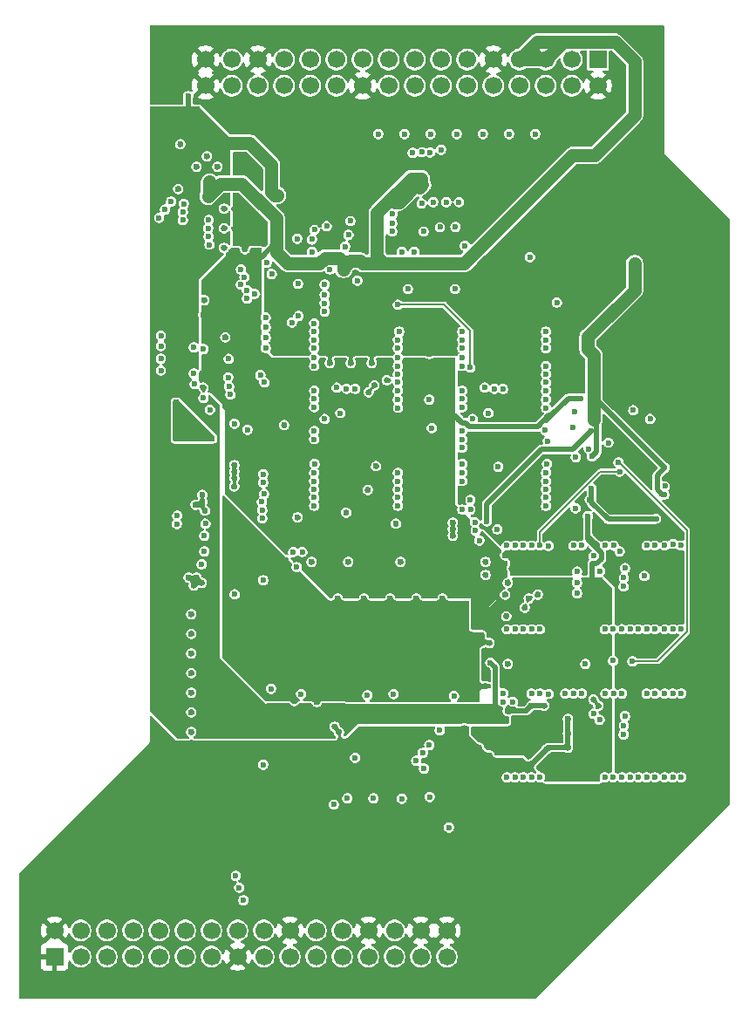
<source format=gbl>
G04 #@! TF.GenerationSoftware,KiCad,Pcbnew,9.0.2*
G04 #@! TF.CreationDate,2025-07-03T22:57:35-04:00*
G04 #@! TF.ProjectId,RamBanks,52616d42-616e-46b7-932e-6b696361645f,A*
G04 #@! TF.SameCoordinates,Original*
G04 #@! TF.FileFunction,Copper,L4,Bot*
G04 #@! TF.FilePolarity,Positive*
%FSLAX46Y46*%
G04 Gerber Fmt 4.6, Leading zero omitted, Abs format (unit mm)*
G04 Created by KiCad (PCBNEW 9.0.2) date 2025-07-03 22:57:35*
%MOMM*%
%LPD*%
G01*
G04 APERTURE LIST*
G04 #@! TA.AperFunction,ComponentPad*
%ADD10R,1.700000X1.700000*%
G04 #@! TD*
G04 #@! TA.AperFunction,ComponentPad*
%ADD11C,1.700000*%
G04 #@! TD*
G04 #@! TA.AperFunction,ViaPad*
%ADD12C,0.600000*%
G04 #@! TD*
G04 #@! TA.AperFunction,Conductor*
%ADD13C,0.508000*%
G04 #@! TD*
G04 #@! TA.AperFunction,Conductor*
%ADD14C,0.160000*%
G04 #@! TD*
G04 #@! TA.AperFunction,Conductor*
%ADD15C,1.270000*%
G04 #@! TD*
G04 #@! TA.AperFunction,Conductor*
%ADD16C,0.200000*%
G04 #@! TD*
G04 APERTURE END LIST*
D10*
G04 #@! TO.P,J101,1,Pin_1*
G04 #@! TO.N,+2V8*
X160134300Y-50304700D03*
D11*
G04 #@! TO.P,J101,2,Pin_2*
G04 #@! TO.N,GND*
X160134300Y-52844700D03*
G04 #@! TO.P,J101,3,Pin_3*
G04 #@! TO.N,+5V*
X157594300Y-50304700D03*
G04 #@! TO.P,J101,4,Pin_4*
G04 #@! TO.N,/D7*
X157594300Y-52844700D03*
G04 #@! TO.P,J101,5,Pin_5*
G04 #@! TO.N,+3V3*
X155054300Y-50304700D03*
G04 #@! TO.P,J101,6,Pin_6*
G04 #@! TO.N,/D6*
X155054300Y-52844700D03*
G04 #@! TO.P,J101,7,Pin_7*
G04 #@! TO.N,+3V3*
X152514300Y-50304700D03*
G04 #@! TO.P,J101,8,Pin_8*
G04 #@! TO.N,/D5*
X152514300Y-52844700D03*
G04 #@! TO.P,J101,9,Pin_9*
G04 #@! TO.N,GND*
X149974300Y-50304700D03*
G04 #@! TO.P,J101,10,Pin_10*
G04 #@! TO.N,/D4*
X149974300Y-52844700D03*
G04 #@! TO.P,J101,11,Pin_11*
G04 #@! TO.N,/PA21*
X147434300Y-50304700D03*
G04 #@! TO.P,J101,12,Pin_12*
G04 #@! TO.N,/D3*
X147434300Y-52844700D03*
G04 #@! TO.P,J101,13,Pin_13*
G04 #@! TO.N,/PA20*
X144894300Y-50304700D03*
G04 #@! TO.P,J101,14,Pin_14*
G04 #@! TO.N,/D2*
X144894300Y-52844700D03*
G04 #@! TO.P,J101,15,Pin_15*
G04 #@! TO.N,/PA19*
X142354300Y-50304700D03*
G04 #@! TO.P,J101,16,Pin_16*
G04 #@! TO.N,/D1*
X142354300Y-52844700D03*
G04 #@! TO.P,J101,17,Pin_17*
G04 #@! TO.N,/PA18*
X139814300Y-50304700D03*
G04 #@! TO.P,J101,18,Pin_18*
G04 #@! TO.N,/D0*
X139814300Y-52844700D03*
G04 #@! TO.P,J101,19,Pin_19*
G04 #@! TO.N,/PA17*
X137274300Y-50304700D03*
G04 #@! TO.P,J101,20,Pin_20*
G04 #@! TO.N,GND*
X137274300Y-52844700D03*
G04 #@! TO.P,J101,21,Pin_21*
G04 #@! TO.N,/PA16*
X134734300Y-50304700D03*
G04 #@! TO.P,J101,22,Pin_22*
G04 #@! TO.N,/P22*
X134734300Y-52844700D03*
G04 #@! TO.P,J101,23,Pin_23*
G04 #@! TO.N,/PA15*
X132194300Y-50304700D03*
G04 #@! TO.P,J101,24,Pin_24*
G04 #@! TO.N,/P24*
X132194300Y-52844700D03*
G04 #@! TO.P,J101,25,Pin_25*
G04 #@! TO.N,/PA14*
X129654300Y-50304700D03*
G04 #@! TO.P,J101,26,Pin_26*
G04 #@! TO.N,/P26*
X129654300Y-52844700D03*
G04 #@! TO.P,J101,27,Pin_27*
G04 #@! TO.N,GND*
X127114300Y-50304700D03*
G04 #@! TO.P,J101,28,Pin_28*
G04 #@! TO.N,/P28*
X127114300Y-52844700D03*
G04 #@! TO.P,J101,29,Pin_29*
G04 #@! TO.N,/P29*
X124574300Y-50304700D03*
G04 #@! TO.P,J101,30,Pin_30*
G04 #@! TO.N,/R{slash}~{W}*
X124574300Y-52844700D03*
G04 #@! TO.P,J101,31,Pin_31*
G04 #@! TO.N,GND*
X122034300Y-50304700D03*
G04 #@! TO.P,J101,32,Pin_32*
X122034300Y-52844700D03*
G04 #@! TD*
D10*
G04 #@! TO.P,J102,1,Pin_1*
G04 #@! TO.N,GND*
X107365800Y-137388600D03*
D11*
G04 #@! TO.P,J102,2,Pin_2*
X107365800Y-134848600D03*
G04 #@! TO.P,J102,3,Pin_3*
G04 #@! TO.N,/PA13*
X109905800Y-137388600D03*
G04 #@! TO.P,J102,4,Pin_4*
G04 #@! TO.N,/B27*
X109905800Y-134848600D03*
G04 #@! TO.P,J102,5,Pin_5*
G04 #@! TO.N,/PA12*
X112445800Y-137388600D03*
G04 #@! TO.P,J102,6,Pin_6*
G04 #@! TO.N,/B26*
X112445800Y-134848600D03*
G04 #@! TO.P,J102,7,Pin_7*
G04 #@! TO.N,/PA11*
X114985800Y-137388600D03*
G04 #@! TO.P,J102,8,Pin_8*
G04 #@! TO.N,/B25*
X114985800Y-134848600D03*
G04 #@! TO.P,J102,9,Pin_9*
G04 #@! TO.N,/PA10*
X117525800Y-137388600D03*
G04 #@! TO.P,J102,10,Pin_10*
G04 #@! TO.N,/B24*
X117525800Y-134848600D03*
G04 #@! TO.P,J102,11,Pin_11*
G04 #@! TO.N,/PA09*
X120065800Y-137388600D03*
G04 #@! TO.P,J102,12,Pin_12*
G04 #@! TO.N,/B23*
X120065800Y-134848600D03*
G04 #@! TO.P,J102,13,Pin_13*
G04 #@! TO.N,/PA08*
X122605800Y-137388600D03*
G04 #@! TO.P,J102,14,Pin_14*
G04 #@! TO.N,/B22*
X122605800Y-134848600D03*
G04 #@! TO.P,J102,15,Pin_15*
G04 #@! TO.N,GND*
X125145800Y-137388600D03*
G04 #@! TO.P,J102,16,Pin_16*
G04 #@! TO.N,/B21*
X125145800Y-134848600D03*
G04 #@! TO.P,J102,17,Pin_17*
G04 #@! TO.N,/PA07*
X127685800Y-137388600D03*
G04 #@! TO.P,J102,18,Pin_18*
G04 #@! TO.N,/B20*
X127685800Y-134848600D03*
G04 #@! TO.P,J102,19,Pin_19*
G04 #@! TO.N,/PA06*
X130225800Y-137388600D03*
G04 #@! TO.P,J102,20,Pin_20*
G04 #@! TO.N,GND*
X130225800Y-134848600D03*
G04 #@! TO.P,J102,21,Pin_21*
G04 #@! TO.N,/PA05*
X132765800Y-137388600D03*
G04 #@! TO.P,J102,22,Pin_22*
G04 #@! TO.N,/P22a*
X132765800Y-134848600D03*
G04 #@! TO.P,J102,23,Pin_23*
G04 #@! TO.N,/PA04*
X135305800Y-137388600D03*
G04 #@! TO.P,J102,24,Pin_24*
G04 #@! TO.N,/P24a*
X135305800Y-134848600D03*
G04 #@! TO.P,J102,25,Pin_25*
G04 #@! TO.N,/PA03*
X137845800Y-137388600D03*
G04 #@! TO.P,J102,26,Pin_26*
G04 #@! TO.N,GND*
X137845800Y-134848600D03*
G04 #@! TO.P,J102,27,Pin_27*
G04 #@! TO.N,/PA02*
X140385800Y-137388600D03*
G04 #@! TO.P,J102,28,Pin_28*
G04 #@! TO.N,/PHI2_5*
X140385800Y-134848600D03*
G04 #@! TO.P,J102,29,Pin_29*
G04 #@! TO.N,/PA01*
X142925800Y-137388600D03*
G04 #@! TO.P,J102,30,Pin_30*
G04 #@! TO.N,GND*
X142925800Y-134848600D03*
G04 #@! TO.P,J102,31,Pin_31*
G04 #@! TO.N,/PA00*
X145465800Y-137388600D03*
G04 #@! TO.P,J102,32,Pin_32*
G04 #@! TO.N,GND*
X145465800Y-134848600D03*
G04 #@! TD*
D12*
G04 #@! TO.N,GND*
X139827000Y-68961000D03*
X147955000Y-66040000D03*
X149098000Y-120650000D03*
X138430000Y-81915000D03*
X162560000Y-55245000D03*
X147955000Y-60960000D03*
X135255000Y-73025000D03*
X142494000Y-103378000D03*
X120650000Y-117475000D03*
X121666000Y-101092000D03*
X119380000Y-86868000D03*
X133350000Y-60325000D03*
X119380000Y-83820000D03*
X127635000Y-57150000D03*
X120650000Y-119380000D03*
X170180000Y-82550000D03*
X145846800Y-67970400D03*
X121158000Y-100584000D03*
X163481995Y-113322272D03*
X121920000Y-73660000D03*
X120650000Y-115570000D03*
X139649200Y-81432400D03*
X149352000Y-79756000D03*
X146050000Y-95250000D03*
X140512800Y-95351600D03*
X127508000Y-57912000D03*
X167132000Y-112776000D03*
X132842000Y-112674400D03*
X130962400Y-94742000D03*
X136574423Y-70996000D03*
X127254000Y-104902000D03*
X124841000Y-89662000D03*
X169926000Y-86868000D03*
X151384000Y-101092000D03*
X151130000Y-98425000D03*
X156210000Y-68580000D03*
X148844000Y-106172000D03*
X138582400Y-89763600D03*
X130810000Y-60325000D03*
X137922000Y-59436000D03*
X153670000Y-59055000D03*
X135890000Y-99060000D03*
X125857000Y-68707000D03*
X147955000Y-54610000D03*
X164947600Y-86156800D03*
X145542000Y-116840000D03*
X149225000Y-99060000D03*
X127254000Y-104140000D03*
X123825000Y-66675000D03*
X159308800Y-132791200D03*
X145034000Y-104140000D03*
X169926000Y-98298000D03*
X145034000Y-104902000D03*
X146050000Y-96520000D03*
X132334000Y-104902000D03*
X120650000Y-107950000D03*
X121539000Y-124333000D03*
X120904000Y-85344000D03*
X151130000Y-102235000D03*
X165354000Y-103378000D03*
X137414000Y-103378000D03*
X148082000Y-120650000D03*
X146050000Y-61595000D03*
X126238000Y-106680000D03*
X149098000Y-66548000D03*
X157955838Y-94792800D03*
X125984000Y-59690000D03*
X143256000Y-127762000D03*
X154940000Y-113030000D03*
X134569200Y-115062000D03*
X146050000Y-62230000D03*
X119380000Y-85344000D03*
X162052000Y-71882000D03*
X125933200Y-103784400D03*
X128219200Y-73253600D03*
X156464000Y-123190000D03*
X147066000Y-118364000D03*
X145034000Y-132588000D03*
X138176000Y-118364000D03*
X138531600Y-63042800D03*
X145034000Y-102616000D03*
X169926000Y-84328000D03*
X142036800Y-110693200D03*
X122174000Y-59690000D03*
X138684000Y-128524000D03*
X141986000Y-128778000D03*
X134975600Y-115570000D03*
X159711000Y-112421367D03*
X154686000Y-68834000D03*
X132080000Y-61595000D03*
X121716800Y-93218000D03*
X147066000Y-121412000D03*
X148844000Y-106934000D03*
X151384000Y-108966000D03*
X127254000Y-103378000D03*
X125095000Y-63500000D03*
X164837999Y-94178112D03*
X136652000Y-77216000D03*
X139954000Y-117602000D03*
X137312400Y-129844800D03*
X132334000Y-104140000D03*
X135839200Y-128168400D03*
X139954000Y-102616000D03*
X150368000Y-123698000D03*
X167284400Y-118364000D03*
X123952000Y-77266800D03*
X147955000Y-64770000D03*
X165100000Y-112776000D03*
X134112000Y-79756000D03*
X124815600Y-91744800D03*
X151180800Y-51460400D03*
X129794000Y-104140000D03*
X136144000Y-79756000D03*
X147828000Y-71120000D03*
X137922000Y-133096000D03*
X143764000Y-78892400D03*
X129286000Y-109474000D03*
X140970000Y-129794000D03*
X158750000Y-123952000D03*
X147275239Y-84798939D03*
X157226000Y-117094000D03*
X119583200Y-58521600D03*
X140970000Y-99060000D03*
X164947600Y-104292400D03*
X137160000Y-58420000D03*
X151231600Y-104343200D03*
X135128000Y-116382800D03*
X119380000Y-62865000D03*
X160274000Y-123952000D03*
X155575000Y-59055000D03*
X128879600Y-122174000D03*
X149225000Y-100330000D03*
X147574000Y-72644000D03*
X160655000Y-57150000D03*
X127457200Y-123545600D03*
X131927600Y-56438800D03*
X137160000Y-78740000D03*
X129540000Y-54610000D03*
X136499600Y-125222000D03*
X130657600Y-112572800D03*
X135255000Y-56515000D03*
X143510000Y-120396000D03*
X157226000Y-123952000D03*
X162687000Y-118110000D03*
X159385000Y-57150000D03*
X130098800Y-131826000D03*
X145034000Y-103378000D03*
X129540000Y-56515000D03*
X135331200Y-131876800D03*
X167995600Y-117652800D03*
X144221200Y-67970400D03*
X150495000Y-54610000D03*
X161036000Y-123190000D03*
X136956800Y-110337600D03*
X138176000Y-79756000D03*
X124968000Y-60706000D03*
X138176000Y-115824000D03*
X151434800Y-118719600D03*
X127254000Y-61214000D03*
X146050000Y-62865000D03*
X151765000Y-87630000D03*
X133654800Y-63500000D03*
X134620000Y-61595000D03*
X131927600Y-109372400D03*
X147955000Y-63500000D03*
X150368000Y-125730000D03*
X153035000Y-103505000D03*
X129794000Y-104902000D03*
X146456400Y-74102000D03*
X158115000Y-56515000D03*
X139799369Y-72042937D03*
X121056400Y-93522800D03*
X148590000Y-117094000D03*
X133096000Y-106426000D03*
X123825000Y-64770000D03*
X142240000Y-54610000D03*
X148183600Y-74102000D03*
X162687000Y-103378000D03*
X149606000Y-106934000D03*
X120650000Y-124968000D03*
X150876000Y-77216000D03*
X170129200Y-121869200D03*
X152908000Y-79756000D03*
X147320000Y-115976400D03*
X127152400Y-130048000D03*
X137414000Y-104140000D03*
X120650000Y-111760000D03*
X137160000Y-56515000D03*
X148082000Y-123698000D03*
X130810000Y-123393200D03*
X144780000Y-54610000D03*
X145415000Y-60960000D03*
X120396000Y-100584000D03*
X120650000Y-104140000D03*
X137871200Y-82600800D03*
X147828000Y-71882000D03*
X134874000Y-102616000D03*
X161925000Y-51435000D03*
X137795000Y-92075000D03*
X132334000Y-103378000D03*
X142494000Y-102616000D03*
X129794000Y-101092000D03*
X125095000Y-54610000D03*
X135686800Y-94284800D03*
X148082000Y-125730000D03*
X157226000Y-115697000D03*
X134162800Y-111556800D03*
X161442400Y-94183200D03*
X126365000Y-55880000D03*
X149860000Y-60960000D03*
X145288000Y-125984000D03*
X124841000Y-90932000D03*
X135255000Y-54610000D03*
X165028000Y-86870617D03*
X151130000Y-59055000D03*
X137414000Y-102616000D03*
X129794000Y-102616000D03*
X157480000Y-54610000D03*
X132080000Y-59055000D03*
X120650000Y-109855000D03*
X139954000Y-130810000D03*
X165100000Y-118110000D03*
X124841000Y-90297000D03*
X166370000Y-76200000D03*
X143510000Y-132588000D03*
X120904000Y-101346000D03*
X127254000Y-102616000D03*
X161798000Y-123190000D03*
X141681200Y-67919600D03*
X149225000Y-111125000D03*
X151384000Y-113538000D03*
X155143200Y-117246400D03*
X156972000Y-66802000D03*
X144145000Y-60960000D03*
X137414000Y-104902000D03*
X151130000Y-78740000D03*
X139954000Y-104140000D03*
X171958000Y-81788000D03*
X169926000Y-109982000D03*
X161290000Y-55880000D03*
X147320000Y-110998000D03*
X134874000Y-105664000D03*
X139496800Y-110591600D03*
X163169600Y-104190800D03*
X130860800Y-130149600D03*
X153670000Y-113030000D03*
X139954000Y-104902000D03*
X156845000Y-57785000D03*
X121285000Y-121920000D03*
X123190000Y-60706000D03*
X121970800Y-94081600D03*
X135255000Y-58420000D03*
X131572392Y-68963237D03*
X118618000Y-125095000D03*
X128422400Y-74117200D03*
X137160000Y-54610000D03*
X149860000Y-87630000D03*
X128625600Y-117043200D03*
X147955000Y-62230000D03*
X148691600Y-51511200D03*
X162204400Y-88239600D03*
X139954000Y-103378000D03*
X149860000Y-120650000D03*
X132334000Y-99060000D03*
X132537200Y-63500000D03*
X153416000Y-102616000D03*
X134467600Y-109423200D03*
X121920000Y-86868000D03*
X146050000Y-95885000D03*
X120523000Y-122682000D03*
X151765000Y-99695000D03*
X134874000Y-103378000D03*
X121818400Y-82143600D03*
X131978400Y-54508400D03*
X124799599Y-95357626D03*
X121158000Y-60706000D03*
X139192000Y-119380000D03*
X136398000Y-116332000D03*
X124917200Y-100482400D03*
X142494000Y-104140000D03*
X120650000Y-106045000D03*
X151765000Y-60960000D03*
X110363000Y-133223000D03*
X129794000Y-103378000D03*
X153035000Y-90805000D03*
X123037600Y-131419600D03*
X149606000Y-117856000D03*
X136525000Y-73025000D03*
X129540000Y-59055000D03*
X142494000Y-104902000D03*
X153771600Y-118618000D03*
X131064000Y-63500000D03*
X151892000Y-71120000D03*
X122275600Y-131876800D03*
X130708400Y-57759600D03*
X161899600Y-86512400D03*
X121716800Y-92557600D03*
X153416000Y-66548000D03*
X120650000Y-113665000D03*
X148590000Y-59055000D03*
X129673486Y-85790282D03*
X143511379Y-63646607D03*
X155702000Y-123190000D03*
X160782000Y-73152000D03*
X137668000Y-127508000D03*
X144627600Y-111150400D03*
X147167600Y-115214400D03*
X153162000Y-72644000D03*
X167640000Y-81280000D03*
X160172400Y-113030000D03*
X157226000Y-114300000D03*
X123825000Y-68580000D03*
X165100000Y-77470000D03*
X150114000Y-71882000D03*
X154305000Y-102235000D03*
X147320000Y-110236000D03*
G04 #@! TO.N,/A13*
X152885994Y-105610000D03*
X152885994Y-119974023D03*
X155080023Y-92024006D03*
X140716000Y-92024006D03*
G04 #@! TO.N,/A12*
X152085991Y-119974023D03*
X140716000Y-92824009D03*
X155080023Y-92824009D03*
X152085991Y-105610000D03*
G04 #@! TO.N,/A11*
X150368000Y-95910400D03*
X151285988Y-105610000D03*
X155080023Y-93624012D03*
X151285988Y-119974023D03*
X140716000Y-93624012D03*
G04 #@! TO.N,/A10*
X151285988Y-97482000D03*
X146952023Y-93980000D03*
X132588000Y-93624012D03*
X150930000Y-111846023D03*
G04 #@! TO.N,/A9*
X152085991Y-97482000D03*
X132588000Y-92824009D03*
X148183600Y-95224600D03*
X147752026Y-93980000D03*
X150930000Y-112646026D03*
G04 #@! TO.N,/A8*
X152885994Y-97482000D03*
X147750138Y-93041862D03*
X148258572Y-96041497D03*
X132588000Y-92024006D03*
X151868138Y-112644138D03*
G04 #@! TO.N,/A7*
X158115000Y-101092000D03*
X153685997Y-111846023D03*
X132588000Y-91224003D03*
X146952023Y-91224003D03*
X166638394Y-91724654D03*
X153685997Y-97482000D03*
G04 #@! TO.N,/A6*
X162244226Y-90303800D03*
X132588000Y-90424000D03*
X154486000Y-97482000D03*
X146952023Y-90424000D03*
X154486000Y-111846023D03*
G04 #@! TO.N,/A5*
X164861997Y-111846023D03*
X164861997Y-97482000D03*
X163558962Y-84345038D03*
X146952023Y-80048003D03*
X132588000Y-80048003D03*
G04 #@! TO.N,/A4*
X132588000Y-79248000D03*
X165662000Y-97482000D03*
X165662000Y-111846023D03*
X165203753Y-85189827D03*
X146952023Y-79248000D03*
G04 #@! TO.N,/A3*
X166601994Y-97482000D03*
X146952023Y-78308006D03*
X166601994Y-111846023D03*
X132588000Y-78308006D03*
G04 #@! TO.N,/A2*
X132588000Y-77508003D03*
X146952023Y-77508003D03*
X167401997Y-111846023D03*
X167418865Y-97318584D03*
G04 #@! TO.N,/A1*
X146952023Y-76708000D03*
X168202000Y-111846023D03*
X168202000Y-97482000D03*
X132588000Y-76708000D03*
G04 #@! TO.N,/A0*
X164061994Y-119974023D03*
X155080023Y-80848006D03*
X164061994Y-105610000D03*
X140716000Y-80848006D03*
G04 #@! TO.N,+2V8*
X149344600Y-95141000D03*
X165786000Y-94872014D03*
X148628606Y-96992350D03*
X159512000Y-91948000D03*
X159512000Y-86360000D03*
X163696000Y-71120000D03*
X159748000Y-85251550D03*
X159342000Y-93017937D03*
X166624000Y-89916000D03*
X166586943Y-92523001D03*
X159319732Y-77070572D03*
X159560537Y-88830633D03*
X163696000Y-72136000D03*
X163696000Y-70104000D03*
X159141782Y-78396451D03*
G04 #@! TO.N,+5V*
X147432237Y-114300000D03*
X129540000Y-115316000D03*
X149688600Y-108832600D03*
X123444000Y-58928000D03*
X128205915Y-63399237D03*
X134112000Y-114300000D03*
X130556000Y-115316000D03*
X128524000Y-115316000D03*
X129032000Y-63500000D03*
X120348300Y-55372000D03*
X121920000Y-57404000D03*
X122682000Y-58166000D03*
X120904000Y-56388000D03*
X150929000Y-114196009D03*
X120348300Y-53848000D03*
G04 #@! TO.N,+3V3*
X159966590Y-111663292D03*
X122423500Y-62179200D03*
X140449246Y-85273002D03*
X160425450Y-109148058D03*
X129804000Y-85001000D03*
X126187200Y-90728800D03*
X132588000Y-84848021D03*
X143002000Y-61874400D03*
X155080023Y-85344000D03*
X143845055Y-91358945D03*
X159565000Y-105610000D03*
X143459200Y-62484000D03*
X140462000Y-64465200D03*
X135763000Y-70684000D03*
X143903023Y-84689789D03*
X126085600Y-74748000D03*
X159566000Y-119974023D03*
X143687800Y-81428006D03*
X160061983Y-97480581D03*
X148742400Y-116179600D03*
X149656800Y-104495600D03*
X159149000Y-94615000D03*
X126197260Y-91440000D03*
X149453600Y-115468400D03*
X148793200Y-105257600D03*
X146590023Y-85211835D03*
X122282543Y-63582149D03*
X121833212Y-75067811D03*
X128905000Y-68963237D03*
X142290800Y-62687200D03*
X143002000Y-62992000D03*
X158502451Y-83178549D03*
G04 #@! TO.N,/A0_PREDEC*
X136782622Y-71768436D03*
X130429000Y-75819000D03*
G04 #@! TO.N,/A17*
X140716000Y-77508003D03*
X167401997Y-105610000D03*
X167401997Y-119974023D03*
X155080023Y-77508003D03*
G04 #@! TO.N,/A16*
X166601994Y-105610000D03*
X166601994Y-119974023D03*
X155080023Y-78308006D03*
X140716000Y-78308006D03*
G04 #@! TO.N,/A18*
X140850122Y-76707000D03*
X168202000Y-119974023D03*
X155080023Y-76708000D03*
X168202000Y-105610000D03*
G04 #@! TO.N,/RW_3*
X132353343Y-67746000D03*
X128468176Y-71118518D03*
G04 #@! TO.N,/LD5*
X157749997Y-111846023D03*
X157749997Y-97482000D03*
X132588000Y-87160003D03*
X161598000Y-119974023D03*
X146952023Y-87160003D03*
X155080023Y-83312000D03*
X140716000Y-83312000D03*
X159240316Y-88097515D03*
X161598000Y-105610000D03*
G04 #@! TO.N,/LD7*
X140716000Y-81648009D03*
X163261991Y-119974023D03*
X157988000Y-88900000D03*
X135128000Y-84619000D03*
X160291000Y-114386023D03*
X160351176Y-99960409D03*
X149492023Y-84619000D03*
X163261991Y-105610000D03*
X155080023Y-81648009D03*
X150459176Y-89824824D03*
G04 #@! TO.N,/LD2*
X146952023Y-83248015D03*
X162652392Y-100608096D03*
X132588000Y-83248015D03*
X161661985Y-111846023D03*
X155264020Y-87344000D03*
X150078119Y-82257608D03*
X162652392Y-114972119D03*
X161661985Y-97482000D03*
X135714096Y-82257608D03*
X161155415Y-87495415D03*
G04 #@! TO.N,/LD0*
X158115000Y-102108000D03*
X158114000Y-100004707D03*
X158913001Y-108969215D03*
X143764000Y-83312000D03*
X161598000Y-108658000D03*
X144003494Y-86068720D03*
X155194000Y-89535000D03*
G04 #@! TO.N,/LD3*
X160861982Y-97482000D03*
X160861982Y-111846023D03*
X162628518Y-101452214D03*
X136558214Y-82281482D03*
X132588000Y-84048018D03*
X146952023Y-84048018D03*
X155010012Y-86289988D03*
X162628518Y-115816237D03*
X150922237Y-82281482D03*
G04 #@! TO.N,/LD4*
X158550000Y-111846023D03*
X132588000Y-86360000D03*
X155080023Y-84112003D03*
X146952023Y-86360000D03*
X160797997Y-119974023D03*
X157838000Y-84478000D03*
X140717000Y-84112002D03*
X158550000Y-97482000D03*
X160797997Y-105610000D03*
G04 #@! TO.N,/LD6*
X147968023Y-85199000D03*
X159711000Y-98498000D03*
X159711000Y-113806023D03*
X162461999Y-105605951D03*
X146955372Y-87959998D03*
X133604000Y-85199000D03*
X157738894Y-86010181D03*
X140711951Y-82448001D03*
X156950002Y-111849372D03*
X155075974Y-82448001D03*
X162461999Y-119969974D03*
X157955838Y-93853000D03*
G04 #@! TO.N,/LD1*
X162770122Y-99670122D03*
X162770122Y-114034145D03*
X132588000Y-82448012D03*
X149140145Y-82139878D03*
X134776122Y-82139878D03*
X162241985Y-98044000D03*
X162461988Y-111846023D03*
X146952023Y-82448012D03*
G04 #@! TO.N,/A14*
X130556000Y-98116000D03*
X153685997Y-119974023D03*
X140716000Y-91224003D03*
X153685997Y-105610000D03*
X155080023Y-91224003D03*
G04 #@! TO.N,/A15*
X154486000Y-119974023D03*
X140716000Y-90424000D03*
X155080023Y-90424000D03*
X154486000Y-105610000D03*
X131418298Y-98116000D03*
G04 #@! TO.N,/PA19*
X143010000Y-64270000D03*
G04 #@! TO.N,/PA17*
X145415000Y-64135000D03*
G04 #@! TO.N,/PA20*
X147213744Y-68383238D03*
G04 #@! TO.N,/PA14*
X119253000Y-95377000D03*
G04 #@! TO.N,/PA16*
X146633744Y-64135000D03*
G04 #@! TO.N,/R{slash}~{W}*
X141097000Y-68961000D03*
G04 #@! TO.N,/PA18*
X144145000Y-64135000D03*
G04 #@! TO.N,/PA15*
X119282429Y-94577539D03*
G04 #@! TO.N,/PA04*
X124974800Y-129540000D03*
X117697000Y-80492250D03*
G04 #@! TO.N,/B24*
X135802721Y-122011593D03*
G04 #@! TO.N,/B22*
X142494000Y-118364000D03*
G04 #@! TO.N,/PA06*
X125696800Y-131910244D03*
X117697000Y-78108919D03*
G04 #@! TO.N,/PA01*
X127750000Y-81630465D03*
X130873397Y-99562847D03*
X124863238Y-102216507D03*
G04 #@! TO.N,/B25*
X138342721Y-122011593D03*
G04 #@! TO.N,/PA05*
X117697000Y-79334249D03*
X125299178Y-130684622D03*
G04 #@! TO.N,/PA02*
X124243716Y-81155875D03*
X127635000Y-118745000D03*
G04 #@! TO.N,/B27*
X143803002Y-121880998D03*
G04 #@! TO.N,/B21*
X143129000Y-117602000D03*
G04 #@! TO.N,/B20*
X143764000Y-116840000D03*
G04 #@! TO.N,/B23*
X143256000Y-119126000D03*
G04 #@! TO.N,/PA00*
X124439599Y-82824512D03*
G04 #@! TO.N,/PA07*
X117697000Y-77112036D03*
G04 #@! TO.N,/B26*
X141097000Y-122047000D03*
G04 #@! TO.N,/PA03*
X124278311Y-79353728D03*
X127635000Y-100838000D03*
G04 #@! TO.N,Net-(J103-Pin_6)*
X146163730Y-112084216D03*
X140282237Y-111887000D03*
G04 #@! TO.N,Net-(J103-Pin_8)*
X137742237Y-112014000D03*
X144779646Y-115422744D03*
G04 #@! TO.N,Net-(J103-Pin_10)*
X134493000Y-122627000D03*
X136554122Y-118080878D03*
G04 #@! TO.N,Net-(J103-Pin_16)*
X128395037Y-111379000D03*
X131318000Y-111887000D03*
G04 #@! TO.N,/~{RAMEN_3}*
X136100000Y-65987237D03*
X132372395Y-68963237D03*
G04 #@! TO.N,Net-(U301-B2)*
X142152634Y-59348634D03*
X154051000Y-57531000D03*
G04 #@! TO.N,Net-(U301-B3)*
X151511000Y-57531000D03*
X143021981Y-59299531D03*
G04 #@! TO.N,Net-(U301-B4)*
X148971000Y-57531000D03*
X143825378Y-59316378D03*
G04 #@! TO.N,Net-(U301-B5)*
X146431000Y-57531000D03*
X144907000Y-59055000D03*
G04 #@! TO.N,Net-(U301-B6)*
X143891000Y-57531000D03*
X133789244Y-66479244D03*
G04 #@! TO.N,Net-(U301-B7)*
X141351000Y-57531000D03*
X132617122Y-66831122D03*
G04 #@! TO.N,Net-(U301-B8)*
X138811000Y-57531000D03*
X130937000Y-67691000D03*
G04 #@! TO.N,Net-(U301-A2)*
X119933698Y-64307697D03*
X118677877Y-64093088D03*
G04 #@! TO.N,Net-(U301-A3)*
X119832999Y-65101337D03*
X118097877Y-64850548D03*
G04 #@! TO.N,Net-(U301-A4)*
X117517877Y-65659000D03*
X119833000Y-65901339D03*
G04 #@! TO.N,Net-(U301-A5)*
X126111000Y-86233000D03*
X122351249Y-65876578D03*
G04 #@! TO.N,Net-(U301-A6)*
X124841000Y-85653000D03*
X122301000Y-66675000D03*
G04 #@! TO.N,Net-(U301-A7)*
X122311121Y-67485124D03*
X122458388Y-84297612D03*
G04 #@! TO.N,Net-(U301-A8)*
X122395941Y-68280617D03*
X121824654Y-83153346D03*
G04 #@! TO.N,Net-(U305-1Y3)*
X124311190Y-82034882D03*
X127635000Y-91351003D03*
G04 #@! TO.N,Net-(U305-1Y2)*
X127635000Y-90551000D03*
X127357259Y-80933503D03*
G04 #@! TO.N,Net-(U305-2Y3)*
X127889587Y-78303533D03*
X120984147Y-81799688D03*
G04 #@! TO.N,Net-(U305-2Y2)*
X127889587Y-77287533D03*
X120904000Y-80772000D03*
G04 #@! TO.N,Net-(U305-2Y1)*
X121836213Y-78402213D03*
X127889587Y-76271533D03*
G04 #@! TO.N,Net-(U305-2Y0)*
X120904000Y-78232000D03*
X127869291Y-75330709D03*
G04 #@! TO.N,Net-(U307-1Y3)*
X146304000Y-66548000D03*
X140208000Y-65278000D03*
G04 #@! TO.N,Net-(U307-1Y2)*
X144791770Y-66581393D03*
X140164000Y-66203234D03*
G04 #@! TO.N,/3vPHI2*
X135907170Y-67318407D03*
X131020000Y-72083237D03*
G04 #@! TO.N,Net-(U307-1Y1)*
X143212000Y-67003237D03*
X140164000Y-67003237D03*
G04 #@! TO.N,/A20*
X125812045Y-71410002D03*
X135592000Y-68455237D03*
X134112000Y-70684000D03*
G04 #@! TO.N,Net-(U307-2Y3)*
X146260000Y-72591237D03*
X141688000Y-72591237D03*
G04 #@! TO.N,/A19*
X127975950Y-70014915D03*
X125476000Y-70684000D03*
G04 #@! TO.N,Net-(U311-2Y3)*
X121655000Y-99303000D03*
X127546694Y-94840074D03*
G04 #@! TO.N,Net-(U311-2Y2)*
X127544000Y-94040076D03*
X121920000Y-98044000D03*
G04 #@! TO.N,Net-(U311-2Y1)*
X127493404Y-93241675D03*
X121920000Y-96520000D03*
G04 #@! TO.N,Net-(U311-2Y0)*
X127720728Y-92474650D03*
X122021600Y-95351600D03*
G04 #@! TO.N,Net-(U302-~{CE})*
X133604000Y-72136000D03*
X132577879Y-75897876D03*
G04 #@! TO.N,/~{WE}*
X155350838Y-97515296D03*
X131050864Y-75187523D03*
X146985319Y-89559162D03*
X132621296Y-89559162D03*
X155350838Y-111879319D03*
G04 #@! TO.N,/~{OE0}*
X125476000Y-72136000D03*
X140716000Y-79248000D03*
G04 #@! TO.N,/~{A0}*
X164861997Y-105610000D03*
X140716000Y-80048003D03*
X155080023Y-80048003D03*
X164861997Y-119974023D03*
G04 #@! TO.N,/~{RAMEN_5}*
X142290000Y-68963237D03*
X145669000Y-124841000D03*
G04 #@! TO.N,Net-(U304A-O3)*
X162124000Y-89408000D03*
X163481994Y-108705751D03*
X133605220Y-74762046D03*
G04 #@! TO.N,Net-(U304A-O1)*
X140716000Y-74103000D03*
X133604000Y-73152000D03*
X147738959Y-80192000D03*
G04 #@! TO.N,Net-(U304A-O2)*
X164641993Y-100435492D03*
X133593879Y-73962124D03*
G04 #@! TO.N,/~{OE1}*
X156149873Y-73902128D03*
X126056000Y-72701687D03*
G04 #@! TO.N,/~{OE2}*
X153529293Y-69482707D03*
X165662000Y-105610000D03*
X126056000Y-73501690D03*
G04 #@! TO.N,/~{OE3}*
X165662000Y-119974023D03*
X126777260Y-73047791D03*
G04 #@! TD*
D13*
G04 #@! TO.N,GND*
X157226000Y-114300000D02*
X157226000Y-117094000D01*
X155143200Y-117246400D02*
X153771600Y-118618000D01*
X153162000Y-113538000D02*
X153670000Y-113030000D01*
X155295600Y-117094000D02*
X155143200Y-117246400D01*
X151384000Y-113538000D02*
X153162000Y-113538000D01*
X153670000Y-113030000D02*
X154940000Y-113030000D01*
X157226000Y-117094000D02*
X155295600Y-117094000D01*
D14*
G04 #@! TO.N,/A6*
X154486000Y-96152341D02*
X154486000Y-97482000D01*
X160334541Y-90303800D02*
X154486000Y-96152341D01*
X162244226Y-90303800D02*
X160334541Y-90303800D01*
D13*
G04 #@! TO.N,+2V8*
X159512000Y-92456000D02*
X159512000Y-92847937D01*
X166369009Y-92523001D02*
X165883394Y-92037386D01*
D15*
X159141782Y-78396451D02*
X159141782Y-77248522D01*
D13*
X149344600Y-95141000D02*
X149344600Y-93427668D01*
X166586943Y-92523001D02*
X166369009Y-92523001D01*
X165883394Y-90656606D02*
X166624000Y-89916000D01*
X157727000Y-88145000D02*
X159512000Y-86360000D01*
X159512000Y-91948000D02*
X159512000Y-92456000D01*
D15*
X159748000Y-79002669D02*
X159141782Y-78396451D01*
D13*
X165786000Y-94872014D02*
X165719814Y-94938200D01*
D15*
X159748000Y-81280000D02*
X159748000Y-79002669D01*
X159748000Y-85251550D02*
X159748000Y-81280000D01*
D13*
X165719814Y-94938200D02*
X161129668Y-94938200D01*
D15*
X163696000Y-70104000D02*
X163696000Y-72694304D01*
X159141782Y-77248522D02*
X159319732Y-77070572D01*
D13*
X159560537Y-88830633D02*
X159581367Y-88830633D01*
X154627268Y-88145000D02*
X157727000Y-88145000D01*
X159512000Y-92847937D02*
X159342000Y-93017937D01*
X159748000Y-83040000D02*
X159748000Y-81280000D01*
X160020000Y-88392000D02*
X160020000Y-85251550D01*
X165883394Y-92037386D02*
X165883394Y-90656606D01*
D15*
X163696000Y-72694304D02*
X159319732Y-77070572D01*
D13*
X166624000Y-89916000D02*
X159748000Y-83040000D01*
X149344600Y-93427668D02*
X154627268Y-88145000D01*
X159512000Y-93320532D02*
X159512000Y-92456000D01*
X159581367Y-88830633D02*
X160020000Y-88392000D01*
X161129668Y-94938200D02*
X159512000Y-93320532D01*
D15*
G04 #@! TO.N,+5V*
X123952000Y-58420000D02*
X126320547Y-58420000D01*
X126320547Y-58420000D02*
X128443504Y-60542957D01*
D13*
X149688600Y-108832600D02*
X150175000Y-109319000D01*
D15*
X128443504Y-60542957D02*
X128443504Y-63161649D01*
X123444000Y-58928000D02*
X123952000Y-58420000D01*
X121920000Y-57404000D02*
X123190000Y-58674000D01*
X129032000Y-63500000D02*
X128781855Y-63500000D01*
D13*
X150175000Y-109319000D02*
X150175000Y-113442009D01*
D15*
X123190000Y-58674000D02*
X123444000Y-58928000D01*
X128781855Y-63500000D02*
X128443504Y-63161649D01*
D13*
X120348300Y-55832300D02*
X123190000Y-58674000D01*
X120348300Y-53848000D02*
X120348300Y-55832300D01*
X150175000Y-113442009D02*
X150929000Y-114196009D01*
D15*
G04 #@! TO.N,+3V3*
X154200300Y-48618700D02*
X152514300Y-50304700D01*
D13*
X143903023Y-84689789D02*
X143757812Y-84689789D01*
X121833212Y-75067811D02*
X122816663Y-75067811D01*
X160425450Y-106470450D02*
X159565000Y-105610000D01*
X122931932Y-73969091D02*
X122931932Y-72074336D01*
X155365265Y-84867003D02*
X155557020Y-84867003D01*
X132588000Y-85250732D02*
X132588000Y-84848021D01*
X132588000Y-84848021D02*
X129956979Y-84848021D01*
D15*
X147153310Y-70099237D02*
X157632400Y-59620147D01*
D13*
X122816663Y-75067811D02*
X123136474Y-74748000D01*
X122931932Y-72074336D02*
X125544268Y-69462000D01*
X143845055Y-96017787D02*
X150951268Y-103124000D01*
X146932127Y-85553939D02*
X147255230Y-85553939D01*
X143009000Y-83940977D02*
X143009000Y-82106806D01*
D15*
X135029200Y-69548000D02*
X135438423Y-69957223D01*
X136103876Y-69860000D02*
X135438423Y-70525453D01*
D13*
X126085600Y-81282600D02*
X126085600Y-74748000D01*
X160466000Y-98185268D02*
X159149000Y-96868268D01*
X157245474Y-83178549D02*
X155080023Y-85344000D01*
D15*
X135438423Y-69957223D02*
X135438423Y-70561200D01*
X139358690Y-70099237D02*
X140258800Y-70099237D01*
D13*
X129956979Y-84848021D02*
X129804000Y-85001000D01*
D15*
X137044970Y-69860000D02*
X136103876Y-69860000D01*
D13*
X143845055Y-91358945D02*
X143845055Y-96017787D01*
D15*
X125565547Y-62364000D02*
X123500692Y-62364000D01*
D13*
X149656800Y-104495600D02*
X149656800Y-104418468D01*
D15*
X128905000Y-68963237D02*
X130045763Y-70104000D01*
X163696000Y-50494400D02*
X161820300Y-48618700D01*
D13*
X159149000Y-96567598D02*
X160061983Y-97480581D01*
X147655291Y-85954000D02*
X154278268Y-85954000D01*
X143248494Y-90762384D02*
X143248494Y-85344318D01*
D15*
X137284207Y-70099237D02*
X137044970Y-69860000D01*
X159791400Y-59620147D02*
X163696000Y-55715547D01*
D13*
X143009000Y-82106806D02*
X143687800Y-81428006D01*
X155557020Y-84867003D02*
X157245474Y-83178549D01*
D15*
X128905000Y-68173600D02*
X128905000Y-65703453D01*
D13*
X156640619Y-111091023D02*
X156195002Y-111536640D01*
X149453600Y-115468400D02*
X153569332Y-115468400D01*
D15*
X128905000Y-65703453D02*
X125565547Y-62364000D01*
D13*
X156195002Y-108979998D02*
X159565000Y-105610000D01*
X146226209Y-84848021D02*
X141212979Y-84848021D01*
X146590023Y-85211835D02*
X146932127Y-85553939D01*
X146590023Y-85211835D02*
X146226209Y-84848021D01*
X159565000Y-99253000D02*
X160023732Y-99253000D01*
X128749533Y-68173600D02*
X128905000Y-68173600D01*
X126197260Y-88198776D02*
X126197260Y-91440000D01*
X154278268Y-85954000D02*
X155365265Y-84867003D01*
D15*
X140836000Y-64142000D02*
X140462000Y-64142000D01*
D13*
X153317268Y-104855000D02*
X158810000Y-104855000D01*
X159394321Y-111091023D02*
X156640619Y-111091023D01*
D15*
X135438423Y-70525453D02*
X135438423Y-70561200D01*
X143002000Y-61874400D02*
X143002000Y-62549439D01*
D13*
X129804000Y-85001000D02*
X129395036Y-85001000D01*
D15*
X143002000Y-61874400D02*
X142005053Y-61874400D01*
D13*
X143845055Y-91358945D02*
X143248494Y-90762384D01*
X133291268Y-85954000D02*
X132588000Y-85250732D01*
X148742400Y-116179600D02*
X149453600Y-115468400D01*
X156195002Y-111536640D02*
X156195002Y-112201270D01*
X158810000Y-104855000D02*
X160425450Y-106470450D01*
D15*
X157632400Y-59620147D02*
X159791400Y-59620147D01*
D13*
X156195002Y-110845600D02*
X156195002Y-108979998D01*
D15*
X155054300Y-50304700D02*
X152514300Y-50304700D01*
D13*
X159566000Y-115572268D02*
X159566000Y-116128800D01*
X160466000Y-98810732D02*
X160466000Y-98185268D01*
X153569332Y-115468400D02*
X156195002Y-112842730D01*
D15*
X161820300Y-48618700D02*
X154200300Y-48618700D01*
D13*
X160023732Y-99253000D02*
X160466000Y-98810732D01*
D15*
X163696000Y-55715547D02*
X163696000Y-50494400D01*
D13*
X156195002Y-112842730D02*
X156195002Y-110845600D01*
X129395036Y-85001000D02*
X126197260Y-88198776D01*
X159149000Y-94615000D02*
X159149000Y-96567598D01*
X149656800Y-104418468D02*
X150951268Y-103124000D01*
D15*
X123500692Y-62364000D02*
X122282543Y-63582149D01*
D13*
X159565000Y-105610000D02*
X159565000Y-99253000D01*
D15*
X122423500Y-63441192D02*
X122282543Y-63582149D01*
D13*
X143248494Y-85344318D02*
X143903023Y-84689789D01*
X123136474Y-74748000D02*
X126085600Y-74748000D01*
X159966590Y-111663292D02*
X159394321Y-111091023D01*
X159566000Y-115533102D02*
X156195002Y-112162104D01*
X156195002Y-112162104D02*
X156195002Y-110845600D01*
D15*
X142290800Y-62687200D02*
X140836000Y-64142000D01*
D13*
X147255230Y-85553939D02*
X147655291Y-85954000D01*
X125544268Y-69462000D02*
X127461133Y-69462000D01*
X121833212Y-75067811D02*
X122931932Y-73969091D01*
D15*
X140258800Y-70099237D02*
X147153310Y-70099237D01*
D13*
X156195002Y-112201270D02*
X159566000Y-115572268D01*
D15*
X133641453Y-69548000D02*
X135029200Y-69548000D01*
D13*
X159566000Y-119974023D02*
X159566000Y-116128800D01*
D15*
X143002000Y-62549439D02*
X142780719Y-62770720D01*
D13*
X143757812Y-84689789D02*
X143009000Y-83940977D01*
D15*
X155054300Y-50304700D02*
X156740300Y-48618700D01*
D13*
X159149000Y-96868268D02*
X159149000Y-94615000D01*
X129804000Y-85001000D02*
X126085600Y-81282600D01*
X159566000Y-116128800D02*
X159566000Y-115533102D01*
X127461133Y-69462000D02*
X128749533Y-68173600D01*
X148894800Y-105257600D02*
X149656800Y-104495600D01*
D15*
X138691000Y-69431547D02*
X139358690Y-70099237D01*
X140258800Y-70099237D02*
X137284207Y-70099237D01*
D13*
X159966590Y-111663292D02*
X159966590Y-109606918D01*
D15*
X128905000Y-68963237D02*
X128905000Y-68173600D01*
D13*
X150951268Y-103124000D02*
X151586268Y-103124000D01*
X141212979Y-84848021D02*
X140787998Y-85273002D01*
D15*
X122423500Y-62179200D02*
X122423500Y-63441192D01*
D13*
X160425450Y-109148058D02*
X160425450Y-106470450D01*
D15*
X130045763Y-70104000D02*
X133085453Y-70104000D01*
X133085453Y-70104000D02*
X133641453Y-69548000D01*
X138691000Y-65188453D02*
X138691000Y-69431547D01*
X142005053Y-61874400D02*
X138691000Y-65188453D01*
D13*
X151586268Y-103124000D02*
X153317268Y-104855000D01*
X140787998Y-85273002D02*
X140449246Y-85273002D01*
X159966590Y-109606918D02*
X160425450Y-109148058D01*
X140449246Y-85273002D02*
X139768248Y-85954000D01*
D15*
X135438423Y-70561200D02*
X135438423Y-70684000D01*
D13*
X148793200Y-105257600D02*
X148894800Y-105257600D01*
D15*
X156740300Y-48618700D02*
X161820300Y-48618700D01*
D13*
X139768248Y-85954000D02*
X133291268Y-85954000D01*
X158502451Y-83178549D02*
X157245474Y-83178549D01*
D14*
G04 #@! TO.N,Net-(U304A-O3)*
X162124000Y-89408000D02*
X162170085Y-89408000D01*
X168783000Y-98425000D02*
X168783000Y-105850659D01*
X168783000Y-105850659D02*
X165927908Y-108705751D01*
X165927908Y-108705751D02*
X163481994Y-108705751D01*
X168783000Y-96020915D02*
X168783000Y-98425000D01*
X162170085Y-89408000D02*
X168783000Y-96020915D01*
D16*
G04 #@! TO.N,Net-(U304A-O1)*
X147738959Y-80192000D02*
X147738959Y-76644993D01*
X145196966Y-74103000D02*
X140716000Y-74103000D01*
X147738959Y-76644993D02*
X145196966Y-74103000D01*
G04 #@! TD*
G04 #@! TA.AperFunction,Conductor*
G04 #@! TO.N,GND*
G36*
X166547539Y-47029185D02*
G01*
X166593294Y-47081989D01*
X166604500Y-47133500D01*
X166604500Y-59256273D01*
X166604500Y-59361727D01*
X166613415Y-59395000D01*
X166631793Y-59463589D01*
X166657933Y-59508864D01*
X166684520Y-59554913D01*
X166684522Y-59554915D01*
X172918181Y-65788574D01*
X172951666Y-65849897D01*
X172954500Y-65876255D01*
X172954500Y-122591745D01*
X172934815Y-122658784D01*
X172918181Y-122679426D01*
X154175426Y-141422181D01*
X154114103Y-141455666D01*
X154087745Y-141458500D01*
X104029500Y-141458500D01*
X103962461Y-141438815D01*
X103916706Y-141386011D01*
X103905500Y-141334500D01*
X103905500Y-134742353D01*
X106015800Y-134742353D01*
X106015800Y-134954846D01*
X106049042Y-135164727D01*
X106049042Y-135164730D01*
X106114704Y-135366817D01*
X106211175Y-135556150D01*
X106250528Y-135610316D01*
X106882837Y-134978008D01*
X106899875Y-135041593D01*
X106965701Y-135155607D01*
X107058793Y-135248699D01*
X107172807Y-135314525D01*
X107236390Y-135331562D01*
X106566995Y-136000956D01*
X106505672Y-136034441D01*
X106490967Y-136033524D01*
X106491244Y-136036097D01*
X106408426Y-136045001D01*
X106408419Y-136045003D01*
X106273713Y-136095245D01*
X106273706Y-136095249D01*
X106158612Y-136181409D01*
X106158609Y-136181412D01*
X106072449Y-136296506D01*
X106072445Y-136296513D01*
X106022203Y-136431220D01*
X106022201Y-136431227D01*
X106015800Y-136490755D01*
X106015800Y-137138600D01*
X106932788Y-137138600D01*
X106899875Y-137195607D01*
X106865800Y-137322774D01*
X106865800Y-137454426D01*
X106899875Y-137581593D01*
X106932788Y-137638600D01*
X106015800Y-137638600D01*
X106015800Y-138286444D01*
X106022201Y-138345972D01*
X106022203Y-138345979D01*
X106072445Y-138480686D01*
X106072449Y-138480693D01*
X106158609Y-138595787D01*
X106158612Y-138595790D01*
X106273706Y-138681950D01*
X106273713Y-138681954D01*
X106408420Y-138732196D01*
X106408427Y-138732198D01*
X106467955Y-138738599D01*
X106467972Y-138738600D01*
X107115800Y-138738600D01*
X107115800Y-137821612D01*
X107172807Y-137854525D01*
X107299974Y-137888600D01*
X107431626Y-137888600D01*
X107558793Y-137854525D01*
X107615800Y-137821612D01*
X107615800Y-138738600D01*
X108263628Y-138738600D01*
X108263644Y-138738599D01*
X108323172Y-138732198D01*
X108323179Y-138732196D01*
X108457886Y-138681954D01*
X108457893Y-138681950D01*
X108572987Y-138595790D01*
X108572990Y-138595787D01*
X108659150Y-138480693D01*
X108659154Y-138480686D01*
X108709396Y-138345979D01*
X108709398Y-138345972D01*
X108715799Y-138286444D01*
X108715800Y-138286427D01*
X108715800Y-137884164D01*
X108735485Y-137817125D01*
X108788289Y-137771370D01*
X108857447Y-137761426D01*
X108921003Y-137790451D01*
X108954361Y-137836712D01*
X108961739Y-137854525D01*
X108974859Y-137886198D01*
X109051501Y-138000902D01*
X109089824Y-138058257D01*
X109236142Y-138204575D01*
X109236145Y-138204577D01*
X109408202Y-138319541D01*
X109599380Y-138398730D01*
X109802330Y-138439099D01*
X109802334Y-138439100D01*
X109802335Y-138439100D01*
X110009266Y-138439100D01*
X110009267Y-138439099D01*
X110212220Y-138398730D01*
X110403398Y-138319541D01*
X110575455Y-138204577D01*
X110721777Y-138058255D01*
X110836741Y-137886198D01*
X110915930Y-137695020D01*
X110956300Y-137492065D01*
X110956300Y-137285135D01*
X110956299Y-137285130D01*
X111395300Y-137285130D01*
X111395300Y-137492069D01*
X111435668Y-137695012D01*
X111435670Y-137695020D01*
X111501739Y-137854525D01*
X111514859Y-137886198D01*
X111528636Y-137906817D01*
X111629824Y-138058257D01*
X111776142Y-138204575D01*
X111776145Y-138204577D01*
X111948202Y-138319541D01*
X112139380Y-138398730D01*
X112342330Y-138439099D01*
X112342334Y-138439100D01*
X112342335Y-138439100D01*
X112549266Y-138439100D01*
X112549267Y-138439099D01*
X112752220Y-138398730D01*
X112943398Y-138319541D01*
X113115455Y-138204577D01*
X113261777Y-138058255D01*
X113376741Y-137886198D01*
X113455930Y-137695020D01*
X113496300Y-137492065D01*
X113496300Y-137285135D01*
X113496299Y-137285130D01*
X113935300Y-137285130D01*
X113935300Y-137492069D01*
X113975668Y-137695012D01*
X113975670Y-137695020D01*
X114041739Y-137854525D01*
X114054859Y-137886198D01*
X114068636Y-137906817D01*
X114169824Y-138058257D01*
X114316142Y-138204575D01*
X114316145Y-138204577D01*
X114488202Y-138319541D01*
X114679380Y-138398730D01*
X114882330Y-138439099D01*
X114882334Y-138439100D01*
X114882335Y-138439100D01*
X115089266Y-138439100D01*
X115089267Y-138439099D01*
X115292220Y-138398730D01*
X115483398Y-138319541D01*
X115655455Y-138204577D01*
X115801777Y-138058255D01*
X115916741Y-137886198D01*
X115995930Y-137695020D01*
X116036300Y-137492065D01*
X116036300Y-137285135D01*
X116036299Y-137285130D01*
X116475300Y-137285130D01*
X116475300Y-137492069D01*
X116515668Y-137695012D01*
X116515670Y-137695020D01*
X116581739Y-137854525D01*
X116594859Y-137886198D01*
X116608636Y-137906817D01*
X116709824Y-138058257D01*
X116856142Y-138204575D01*
X116856145Y-138204577D01*
X117028202Y-138319541D01*
X117219380Y-138398730D01*
X117422330Y-138439099D01*
X117422334Y-138439100D01*
X117422335Y-138439100D01*
X117629266Y-138439100D01*
X117629267Y-138439099D01*
X117832220Y-138398730D01*
X118023398Y-138319541D01*
X118195455Y-138204577D01*
X118341777Y-138058255D01*
X118456741Y-137886198D01*
X118535930Y-137695020D01*
X118576300Y-137492065D01*
X118576300Y-137285135D01*
X118576299Y-137285130D01*
X119015300Y-137285130D01*
X119015300Y-137492069D01*
X119055668Y-137695012D01*
X119055670Y-137695020D01*
X119121739Y-137854525D01*
X119134859Y-137886198D01*
X119148636Y-137906817D01*
X119249824Y-138058257D01*
X119396142Y-138204575D01*
X119396145Y-138204577D01*
X119568202Y-138319541D01*
X119759380Y-138398730D01*
X119962330Y-138439099D01*
X119962334Y-138439100D01*
X119962335Y-138439100D01*
X120169266Y-138439100D01*
X120169267Y-138439099D01*
X120372220Y-138398730D01*
X120563398Y-138319541D01*
X120735455Y-138204577D01*
X120881777Y-138058255D01*
X120996741Y-137886198D01*
X121075930Y-137695020D01*
X121116300Y-137492065D01*
X121116300Y-137285135D01*
X121116299Y-137285130D01*
X121555300Y-137285130D01*
X121555300Y-137492069D01*
X121595668Y-137695012D01*
X121595670Y-137695020D01*
X121661739Y-137854525D01*
X121674859Y-137886198D01*
X121688636Y-137906817D01*
X121789824Y-138058257D01*
X121936142Y-138204575D01*
X121936145Y-138204577D01*
X122108202Y-138319541D01*
X122299380Y-138398730D01*
X122502330Y-138439099D01*
X122502334Y-138439100D01*
X122502335Y-138439100D01*
X122709266Y-138439100D01*
X122709267Y-138439099D01*
X122912220Y-138398730D01*
X123103398Y-138319541D01*
X123275455Y-138204577D01*
X123421777Y-138058255D01*
X123536741Y-137886198D01*
X123604965Y-137721489D01*
X123648804Y-137667088D01*
X123715098Y-137645023D01*
X123782798Y-137662302D01*
X123830409Y-137713439D01*
X123837456Y-137730626D01*
X123894704Y-137906816D01*
X123991175Y-138096150D01*
X124030528Y-138150316D01*
X124662837Y-137518008D01*
X124679875Y-137581593D01*
X124745701Y-137695607D01*
X124838793Y-137788699D01*
X124952807Y-137854525D01*
X125016390Y-137871562D01*
X124384082Y-138503869D01*
X124384082Y-138503870D01*
X124438249Y-138543224D01*
X124627582Y-138639695D01*
X124829670Y-138705357D01*
X125039554Y-138738600D01*
X125252046Y-138738600D01*
X125461927Y-138705357D01*
X125461930Y-138705357D01*
X125664017Y-138639695D01*
X125853354Y-138543222D01*
X125907516Y-138503870D01*
X125907517Y-138503870D01*
X125275208Y-137871562D01*
X125338793Y-137854525D01*
X125452807Y-137788699D01*
X125545899Y-137695607D01*
X125611725Y-137581593D01*
X125628762Y-137518008D01*
X126261070Y-138150317D01*
X126261070Y-138150316D01*
X126300422Y-138096154D01*
X126396895Y-137906817D01*
X126454143Y-137730626D01*
X126493580Y-137672951D01*
X126557939Y-137645752D01*
X126626785Y-137657666D01*
X126678261Y-137704910D01*
X126686633Y-137721487D01*
X126714473Y-137788699D01*
X126741739Y-137854525D01*
X126754859Y-137886198D01*
X126768636Y-137906817D01*
X126869824Y-138058257D01*
X127016142Y-138204575D01*
X127016145Y-138204577D01*
X127188202Y-138319541D01*
X127379380Y-138398730D01*
X127582330Y-138439099D01*
X127582334Y-138439100D01*
X127582335Y-138439100D01*
X127789266Y-138439100D01*
X127789267Y-138439099D01*
X127992220Y-138398730D01*
X128183398Y-138319541D01*
X128355455Y-138204577D01*
X128501777Y-138058255D01*
X128616741Y-137886198D01*
X128695930Y-137695020D01*
X128736300Y-137492065D01*
X128736300Y-137285135D01*
X128695930Y-137082180D01*
X128616741Y-136891002D01*
X128501777Y-136718945D01*
X128501775Y-136718942D01*
X128355457Y-136572624D01*
X128232930Y-136490755D01*
X128183398Y-136457659D01*
X128183393Y-136457657D01*
X127992220Y-136378470D01*
X127992212Y-136378468D01*
X127789269Y-136338100D01*
X127789265Y-136338100D01*
X127582335Y-136338100D01*
X127582330Y-136338100D01*
X127379387Y-136378468D01*
X127379379Y-136378470D01*
X127188203Y-136457658D01*
X127016142Y-136572624D01*
X126869824Y-136718942D01*
X126754857Y-136891003D01*
X126686635Y-137055708D01*
X126642794Y-137110111D01*
X126576500Y-137132176D01*
X126508800Y-137114897D01*
X126461190Y-137063759D01*
X126454143Y-137046573D01*
X126396895Y-136870382D01*
X126300424Y-136681049D01*
X126261070Y-136626882D01*
X126261069Y-136626882D01*
X125628762Y-137259190D01*
X125611725Y-137195607D01*
X125545899Y-137081593D01*
X125452807Y-136988501D01*
X125338793Y-136922675D01*
X125275209Y-136905637D01*
X125907516Y-136273328D01*
X125853350Y-136233975D01*
X125664016Y-136137504D01*
X125487826Y-136080256D01*
X125430150Y-136040818D01*
X125402952Y-135976460D01*
X125414867Y-135907613D01*
X125462111Y-135856138D01*
X125478682Y-135847768D01*
X125643398Y-135779541D01*
X125815455Y-135664577D01*
X125961777Y-135518255D01*
X126076741Y-135346198D01*
X126155930Y-135155020D01*
X126196300Y-134952065D01*
X126196300Y-134745135D01*
X126196299Y-134745130D01*
X126635300Y-134745130D01*
X126635300Y-134952069D01*
X126675668Y-135155012D01*
X126675670Y-135155020D01*
X126741739Y-135314525D01*
X126754859Y-135346198D01*
X126768636Y-135366817D01*
X126869824Y-135518257D01*
X127016142Y-135664575D01*
X127016145Y-135664577D01*
X127188202Y-135779541D01*
X127379380Y-135858730D01*
X127544655Y-135891605D01*
X127582330Y-135899099D01*
X127582334Y-135899100D01*
X127582335Y-135899100D01*
X127789266Y-135899100D01*
X127789267Y-135899099D01*
X127992220Y-135858730D01*
X128183398Y-135779541D01*
X128355455Y-135664577D01*
X128501777Y-135518255D01*
X128616741Y-135346198D01*
X128684965Y-135181489D01*
X128728804Y-135127088D01*
X128795098Y-135105023D01*
X128862798Y-135122302D01*
X128910409Y-135173439D01*
X128917456Y-135190626D01*
X128974704Y-135366816D01*
X129071175Y-135556150D01*
X129110528Y-135610316D01*
X129742837Y-134978008D01*
X129759875Y-135041593D01*
X129825701Y-135155607D01*
X129918793Y-135248699D01*
X130032807Y-135314525D01*
X130096390Y-135331562D01*
X129464082Y-135963869D01*
X129464082Y-135963870D01*
X129518249Y-136003224D01*
X129707582Y-136099695D01*
X129883773Y-136156943D01*
X129941448Y-136196380D01*
X129968647Y-136260739D01*
X129956732Y-136329585D01*
X129909488Y-136381061D01*
X129892908Y-136389435D01*
X129728203Y-136457657D01*
X129556142Y-136572624D01*
X129409824Y-136718942D01*
X129294858Y-136891003D01*
X129215670Y-137082179D01*
X129215668Y-137082187D01*
X129175300Y-137285130D01*
X129175300Y-137492069D01*
X129215668Y-137695012D01*
X129215670Y-137695020D01*
X129281739Y-137854525D01*
X129294859Y-137886198D01*
X129308636Y-137906817D01*
X129409824Y-138058257D01*
X129556142Y-138204575D01*
X129556145Y-138204577D01*
X129728202Y-138319541D01*
X129919380Y-138398730D01*
X130122330Y-138439099D01*
X130122334Y-138439100D01*
X130122335Y-138439100D01*
X130329266Y-138439100D01*
X130329267Y-138439099D01*
X130532220Y-138398730D01*
X130723398Y-138319541D01*
X130895455Y-138204577D01*
X131041777Y-138058255D01*
X131156741Y-137886198D01*
X131235930Y-137695020D01*
X131276300Y-137492065D01*
X131276300Y-137285135D01*
X131276299Y-137285130D01*
X131715300Y-137285130D01*
X131715300Y-137492069D01*
X131755668Y-137695012D01*
X131755670Y-137695020D01*
X131821739Y-137854525D01*
X131834859Y-137886198D01*
X131848636Y-137906817D01*
X131949824Y-138058257D01*
X132096142Y-138204575D01*
X132096145Y-138204577D01*
X132268202Y-138319541D01*
X132459380Y-138398730D01*
X132662330Y-138439099D01*
X132662334Y-138439100D01*
X132662335Y-138439100D01*
X132869266Y-138439100D01*
X132869267Y-138439099D01*
X133072220Y-138398730D01*
X133263398Y-138319541D01*
X133435455Y-138204577D01*
X133581777Y-138058255D01*
X133696741Y-137886198D01*
X133775930Y-137695020D01*
X133816300Y-137492065D01*
X133816300Y-137285135D01*
X133816299Y-137285130D01*
X134255300Y-137285130D01*
X134255300Y-137492069D01*
X134295668Y-137695012D01*
X134295670Y-137695020D01*
X134361739Y-137854525D01*
X134374859Y-137886198D01*
X134388636Y-137906817D01*
X134489824Y-138058257D01*
X134636142Y-138204575D01*
X134636145Y-138204577D01*
X134808202Y-138319541D01*
X134999380Y-138398730D01*
X135202330Y-138439099D01*
X135202334Y-138439100D01*
X135202335Y-138439100D01*
X135409266Y-138439100D01*
X135409267Y-138439099D01*
X135612220Y-138398730D01*
X135803398Y-138319541D01*
X135975455Y-138204577D01*
X136121777Y-138058255D01*
X136236741Y-137886198D01*
X136315930Y-137695020D01*
X136356300Y-137492065D01*
X136356300Y-137285135D01*
X136315930Y-137082180D01*
X136236741Y-136891002D01*
X136121777Y-136718945D01*
X136121775Y-136718942D01*
X135975457Y-136572624D01*
X135852930Y-136490755D01*
X135803398Y-136457659D01*
X135803393Y-136457657D01*
X135612220Y-136378470D01*
X135612212Y-136378468D01*
X135409269Y-136338100D01*
X135409265Y-136338100D01*
X135202335Y-136338100D01*
X135202330Y-136338100D01*
X134999387Y-136378468D01*
X134999379Y-136378470D01*
X134808203Y-136457658D01*
X134636142Y-136572624D01*
X134489824Y-136718942D01*
X134374858Y-136891003D01*
X134295670Y-137082179D01*
X134295668Y-137082187D01*
X134255300Y-137285130D01*
X133816299Y-137285130D01*
X133775930Y-137082180D01*
X133696741Y-136891002D01*
X133581777Y-136718945D01*
X133581775Y-136718942D01*
X133435457Y-136572624D01*
X133312930Y-136490755D01*
X133263398Y-136457659D01*
X133263393Y-136457657D01*
X133072220Y-136378470D01*
X133072212Y-136378468D01*
X132869269Y-136338100D01*
X132869265Y-136338100D01*
X132662335Y-136338100D01*
X132662330Y-136338100D01*
X132459387Y-136378468D01*
X132459379Y-136378470D01*
X132268203Y-136457658D01*
X132096142Y-136572624D01*
X131949824Y-136718942D01*
X131834858Y-136891003D01*
X131755670Y-137082179D01*
X131755668Y-137082187D01*
X131715300Y-137285130D01*
X131276299Y-137285130D01*
X131235930Y-137082180D01*
X131156741Y-136891002D01*
X131041777Y-136718945D01*
X131041775Y-136718942D01*
X130895457Y-136572624D01*
X130772930Y-136490755D01*
X130723398Y-136457659D01*
X130723393Y-136457657D01*
X130659569Y-136431220D01*
X130558690Y-136389434D01*
X130504288Y-136345594D01*
X130482223Y-136279300D01*
X130499502Y-136211601D01*
X130550639Y-136163990D01*
X130567826Y-136156943D01*
X130744017Y-136099695D01*
X130933354Y-136003222D01*
X130987516Y-135963870D01*
X130987517Y-135963870D01*
X130355208Y-135331562D01*
X130418793Y-135314525D01*
X130532807Y-135248699D01*
X130625899Y-135155607D01*
X130691725Y-135041593D01*
X130708762Y-134978009D01*
X131341070Y-135610317D01*
X131341070Y-135610316D01*
X131380422Y-135556154D01*
X131476895Y-135366817D01*
X131534143Y-135190626D01*
X131573580Y-135132951D01*
X131637939Y-135105752D01*
X131706785Y-135117666D01*
X131758261Y-135164910D01*
X131766635Y-135181491D01*
X131821739Y-135314525D01*
X131834859Y-135346198D01*
X131848636Y-135366817D01*
X131949824Y-135518257D01*
X132096142Y-135664575D01*
X132096145Y-135664577D01*
X132268202Y-135779541D01*
X132459380Y-135858730D01*
X132624655Y-135891605D01*
X132662330Y-135899099D01*
X132662334Y-135899100D01*
X132662335Y-135899100D01*
X132869266Y-135899100D01*
X132869267Y-135899099D01*
X133072220Y-135858730D01*
X133263398Y-135779541D01*
X133435455Y-135664577D01*
X133581777Y-135518255D01*
X133696741Y-135346198D01*
X133775930Y-135155020D01*
X133816300Y-134952065D01*
X133816300Y-134745135D01*
X133816299Y-134745130D01*
X134255300Y-134745130D01*
X134255300Y-134952069D01*
X134295668Y-135155012D01*
X134295670Y-135155020D01*
X134361739Y-135314525D01*
X134374859Y-135346198D01*
X134388636Y-135366817D01*
X134489824Y-135518257D01*
X134636142Y-135664575D01*
X134636145Y-135664577D01*
X134808202Y-135779541D01*
X134999380Y-135858730D01*
X135164655Y-135891605D01*
X135202330Y-135899099D01*
X135202334Y-135899100D01*
X135202335Y-135899100D01*
X135409266Y-135899100D01*
X135409267Y-135899099D01*
X135612220Y-135858730D01*
X135803398Y-135779541D01*
X135975455Y-135664577D01*
X136121777Y-135518255D01*
X136236741Y-135346198D01*
X136304965Y-135181489D01*
X136348804Y-135127088D01*
X136415098Y-135105023D01*
X136482798Y-135122302D01*
X136530409Y-135173439D01*
X136537456Y-135190626D01*
X136594704Y-135366816D01*
X136691175Y-135556150D01*
X136730528Y-135610316D01*
X137362837Y-134978008D01*
X137379875Y-135041593D01*
X137445701Y-135155607D01*
X137538793Y-135248699D01*
X137652807Y-135314525D01*
X137716390Y-135331562D01*
X137084082Y-135963869D01*
X137084082Y-135963870D01*
X137138249Y-136003224D01*
X137327582Y-136099695D01*
X137503773Y-136156943D01*
X137561448Y-136196380D01*
X137588647Y-136260739D01*
X137576732Y-136329585D01*
X137529488Y-136381061D01*
X137512908Y-136389435D01*
X137348203Y-136457657D01*
X137176142Y-136572624D01*
X137029824Y-136718942D01*
X136914858Y-136891003D01*
X136835670Y-137082179D01*
X136835668Y-137082187D01*
X136795300Y-137285130D01*
X136795300Y-137492069D01*
X136835668Y-137695012D01*
X136835670Y-137695020D01*
X136901739Y-137854525D01*
X136914859Y-137886198D01*
X136928636Y-137906817D01*
X137029824Y-138058257D01*
X137176142Y-138204575D01*
X137176145Y-138204577D01*
X137348202Y-138319541D01*
X137539380Y-138398730D01*
X137742330Y-138439099D01*
X137742334Y-138439100D01*
X137742335Y-138439100D01*
X137949266Y-138439100D01*
X137949267Y-138439099D01*
X138152220Y-138398730D01*
X138343398Y-138319541D01*
X138515455Y-138204577D01*
X138661777Y-138058255D01*
X138776741Y-137886198D01*
X138855930Y-137695020D01*
X138896300Y-137492065D01*
X138896300Y-137285135D01*
X138896299Y-137285130D01*
X139335300Y-137285130D01*
X139335300Y-137492069D01*
X139375668Y-137695012D01*
X139375670Y-137695020D01*
X139441739Y-137854525D01*
X139454859Y-137886198D01*
X139468636Y-137906817D01*
X139569824Y-138058257D01*
X139716142Y-138204575D01*
X139716145Y-138204577D01*
X139888202Y-138319541D01*
X140079380Y-138398730D01*
X140282330Y-138439099D01*
X140282334Y-138439100D01*
X140282335Y-138439100D01*
X140489266Y-138439100D01*
X140489267Y-138439099D01*
X140692220Y-138398730D01*
X140883398Y-138319541D01*
X141055455Y-138204577D01*
X141201777Y-138058255D01*
X141316741Y-137886198D01*
X141395930Y-137695020D01*
X141436300Y-137492065D01*
X141436300Y-137285135D01*
X141395930Y-137082180D01*
X141316741Y-136891002D01*
X141201777Y-136718945D01*
X141201775Y-136718942D01*
X141055457Y-136572624D01*
X140932930Y-136490755D01*
X140883398Y-136457659D01*
X140883393Y-136457657D01*
X140692220Y-136378470D01*
X140692212Y-136378468D01*
X140489269Y-136338100D01*
X140489265Y-136338100D01*
X140282335Y-136338100D01*
X140282330Y-136338100D01*
X140079387Y-136378468D01*
X140079379Y-136378470D01*
X139888203Y-136457658D01*
X139716142Y-136572624D01*
X139569824Y-136718942D01*
X139454858Y-136891003D01*
X139375670Y-137082179D01*
X139375668Y-137082187D01*
X139335300Y-137285130D01*
X138896299Y-137285130D01*
X138855930Y-137082180D01*
X138776741Y-136891002D01*
X138661777Y-136718945D01*
X138661775Y-136718942D01*
X138515457Y-136572624D01*
X138392930Y-136490755D01*
X138343398Y-136457659D01*
X138343393Y-136457657D01*
X138279569Y-136431220D01*
X138178690Y-136389434D01*
X138124288Y-136345594D01*
X138102223Y-136279300D01*
X138119502Y-136211601D01*
X138170639Y-136163990D01*
X138187826Y-136156943D01*
X138364017Y-136099695D01*
X138553354Y-136003222D01*
X138607516Y-135963870D01*
X138607517Y-135963870D01*
X137975208Y-135331562D01*
X138038793Y-135314525D01*
X138152807Y-135248699D01*
X138245899Y-135155607D01*
X138311725Y-135041593D01*
X138328762Y-134978009D01*
X138961070Y-135610317D01*
X138961070Y-135610316D01*
X139000422Y-135556154D01*
X139096895Y-135366817D01*
X139154143Y-135190626D01*
X139193580Y-135132951D01*
X139257939Y-135105752D01*
X139326785Y-135117666D01*
X139378261Y-135164910D01*
X139386635Y-135181491D01*
X139441739Y-135314525D01*
X139454859Y-135346198D01*
X139468636Y-135366817D01*
X139569824Y-135518257D01*
X139716142Y-135664575D01*
X139716145Y-135664577D01*
X139888202Y-135779541D01*
X140079380Y-135858730D01*
X140244655Y-135891605D01*
X140282330Y-135899099D01*
X140282334Y-135899100D01*
X140282335Y-135899100D01*
X140489266Y-135899100D01*
X140489267Y-135899099D01*
X140692220Y-135858730D01*
X140883398Y-135779541D01*
X141055455Y-135664577D01*
X141201777Y-135518255D01*
X141316741Y-135346198D01*
X141384965Y-135181489D01*
X141428804Y-135127088D01*
X141495098Y-135105023D01*
X141562798Y-135122302D01*
X141610409Y-135173439D01*
X141617456Y-135190626D01*
X141674704Y-135366816D01*
X141771175Y-135556150D01*
X141810528Y-135610316D01*
X142442837Y-134978008D01*
X142459875Y-135041593D01*
X142525701Y-135155607D01*
X142618793Y-135248699D01*
X142732807Y-135314525D01*
X142796390Y-135331562D01*
X142164082Y-135963869D01*
X142164082Y-135963870D01*
X142218249Y-136003224D01*
X142407582Y-136099695D01*
X142583773Y-136156943D01*
X142641448Y-136196380D01*
X142668647Y-136260739D01*
X142656732Y-136329585D01*
X142609488Y-136381061D01*
X142592908Y-136389435D01*
X142428203Y-136457657D01*
X142256142Y-136572624D01*
X142109824Y-136718942D01*
X141994858Y-136891003D01*
X141915670Y-137082179D01*
X141915668Y-137082187D01*
X141875300Y-137285130D01*
X141875300Y-137492069D01*
X141915668Y-137695012D01*
X141915670Y-137695020D01*
X141981739Y-137854525D01*
X141994859Y-137886198D01*
X142008636Y-137906817D01*
X142109824Y-138058257D01*
X142256142Y-138204575D01*
X142256145Y-138204577D01*
X142428202Y-138319541D01*
X142619380Y-138398730D01*
X142822330Y-138439099D01*
X142822334Y-138439100D01*
X142822335Y-138439100D01*
X143029266Y-138439100D01*
X143029267Y-138439099D01*
X143232220Y-138398730D01*
X143423398Y-138319541D01*
X143595455Y-138204577D01*
X143741777Y-138058255D01*
X143856741Y-137886198D01*
X143935930Y-137695020D01*
X143976300Y-137492065D01*
X143976300Y-137285135D01*
X143935930Y-137082180D01*
X143856741Y-136891002D01*
X143741777Y-136718945D01*
X143741775Y-136718942D01*
X143595457Y-136572624D01*
X143472930Y-136490755D01*
X143423398Y-136457659D01*
X143423393Y-136457657D01*
X143359569Y-136431220D01*
X143258690Y-136389434D01*
X143204288Y-136345594D01*
X143182223Y-136279300D01*
X143199502Y-136211601D01*
X143250639Y-136163990D01*
X143267826Y-136156943D01*
X143444017Y-136099695D01*
X143633354Y-136003222D01*
X143687516Y-135963870D01*
X143687517Y-135963870D01*
X143055208Y-135331562D01*
X143118793Y-135314525D01*
X143232807Y-135248699D01*
X143325899Y-135155607D01*
X143391725Y-135041593D01*
X143408762Y-134978008D01*
X144041070Y-135610317D01*
X144041070Y-135610316D01*
X144080422Y-135556154D01*
X144085314Y-135546554D01*
X144133288Y-135495757D01*
X144201108Y-135478961D01*
X144267244Y-135501497D01*
X144306286Y-135546554D01*
X144311175Y-135556150D01*
X144350528Y-135610316D01*
X144982837Y-134978008D01*
X144999875Y-135041593D01*
X145065701Y-135155607D01*
X145158793Y-135248699D01*
X145272807Y-135314525D01*
X145336390Y-135331562D01*
X144704082Y-135963869D01*
X144704082Y-135963870D01*
X144758249Y-136003224D01*
X144947582Y-136099695D01*
X145123773Y-136156943D01*
X145181448Y-136196380D01*
X145208647Y-136260739D01*
X145196732Y-136329585D01*
X145149488Y-136381061D01*
X145132908Y-136389435D01*
X144968203Y-136457657D01*
X144796142Y-136572624D01*
X144649824Y-136718942D01*
X144534858Y-136891003D01*
X144455670Y-137082179D01*
X144455668Y-137082187D01*
X144415300Y-137285130D01*
X144415300Y-137492069D01*
X144455668Y-137695012D01*
X144455670Y-137695020D01*
X144521739Y-137854525D01*
X144534859Y-137886198D01*
X144548636Y-137906817D01*
X144649824Y-138058257D01*
X144796142Y-138204575D01*
X144796145Y-138204577D01*
X144968202Y-138319541D01*
X145159380Y-138398730D01*
X145362330Y-138439099D01*
X145362334Y-138439100D01*
X145362335Y-138439100D01*
X145569266Y-138439100D01*
X145569267Y-138439099D01*
X145772220Y-138398730D01*
X145963398Y-138319541D01*
X146135455Y-138204577D01*
X146281777Y-138058255D01*
X146396741Y-137886198D01*
X146475930Y-137695020D01*
X146516300Y-137492065D01*
X146516300Y-137285135D01*
X146475930Y-137082180D01*
X146396741Y-136891002D01*
X146281777Y-136718945D01*
X146281775Y-136718942D01*
X146135457Y-136572624D01*
X146012930Y-136490755D01*
X145963398Y-136457659D01*
X145963393Y-136457657D01*
X145899569Y-136431220D01*
X145798690Y-136389434D01*
X145744288Y-136345594D01*
X145722223Y-136279300D01*
X145739502Y-136211601D01*
X145790639Y-136163990D01*
X145807826Y-136156943D01*
X145984017Y-136099695D01*
X146173354Y-136003222D01*
X146227516Y-135963870D01*
X146227517Y-135963870D01*
X145595208Y-135331562D01*
X145658793Y-135314525D01*
X145772807Y-135248699D01*
X145865899Y-135155607D01*
X145931725Y-135041593D01*
X145948762Y-134978009D01*
X146581070Y-135610317D01*
X146581070Y-135610316D01*
X146620422Y-135556154D01*
X146716895Y-135366817D01*
X146782557Y-135164730D01*
X146782557Y-135164727D01*
X146815800Y-134954846D01*
X146815800Y-134742353D01*
X146782557Y-134532472D01*
X146782557Y-134532469D01*
X146716895Y-134330382D01*
X146620424Y-134141049D01*
X146581070Y-134086882D01*
X145948762Y-134719190D01*
X145931725Y-134655607D01*
X145865899Y-134541593D01*
X145772807Y-134448501D01*
X145658793Y-134382675D01*
X145595209Y-134365637D01*
X146227516Y-133733328D01*
X146173350Y-133693975D01*
X145984017Y-133597504D01*
X145781929Y-133531842D01*
X145572046Y-133498600D01*
X145359554Y-133498600D01*
X145149672Y-133531842D01*
X145149669Y-133531842D01*
X144947582Y-133597504D01*
X144758239Y-133693980D01*
X144704082Y-133733327D01*
X144704082Y-133733328D01*
X145336391Y-134365637D01*
X145272807Y-134382675D01*
X145158793Y-134448501D01*
X145065701Y-134541593D01*
X144999875Y-134655607D01*
X144982837Y-134719191D01*
X144350528Y-134086882D01*
X144350527Y-134086882D01*
X144311180Y-134141040D01*
X144306283Y-134150651D01*
X144258306Y-134201445D01*
X144190484Y-134218238D01*
X144124350Y-134195698D01*
X144085316Y-134150648D01*
X144080426Y-134141052D01*
X144041070Y-134086882D01*
X143408762Y-134719190D01*
X143391725Y-134655607D01*
X143325899Y-134541593D01*
X143232807Y-134448501D01*
X143118793Y-134382675D01*
X143055209Y-134365637D01*
X143687516Y-133733328D01*
X143633350Y-133693975D01*
X143444017Y-133597504D01*
X143241929Y-133531842D01*
X143032046Y-133498600D01*
X142819554Y-133498600D01*
X142609672Y-133531842D01*
X142609669Y-133531842D01*
X142407582Y-133597504D01*
X142218239Y-133693980D01*
X142164082Y-133733327D01*
X142164082Y-133733328D01*
X142796391Y-134365637D01*
X142732807Y-134382675D01*
X142618793Y-134448501D01*
X142525701Y-134541593D01*
X142459875Y-134655607D01*
X142442837Y-134719191D01*
X141810528Y-134086882D01*
X141810527Y-134086882D01*
X141771180Y-134141039D01*
X141674705Y-134330381D01*
X141617456Y-134506574D01*
X141578018Y-134564249D01*
X141513659Y-134591447D01*
X141444813Y-134579532D01*
X141393337Y-134532288D01*
X141384964Y-134515707D01*
X141316743Y-134351005D01*
X141201775Y-134178942D01*
X141055457Y-134032624D01*
X140969426Y-133975141D01*
X140883398Y-133917659D01*
X140692220Y-133838470D01*
X140692212Y-133838468D01*
X140489269Y-133798100D01*
X140489265Y-133798100D01*
X140282335Y-133798100D01*
X140282330Y-133798100D01*
X140079387Y-133838468D01*
X140079379Y-133838470D01*
X139888203Y-133917658D01*
X139716142Y-134032624D01*
X139569824Y-134178942D01*
X139454857Y-134351003D01*
X139386635Y-134515708D01*
X139342794Y-134570111D01*
X139276500Y-134592176D01*
X139208800Y-134574897D01*
X139161190Y-134523759D01*
X139154143Y-134506573D01*
X139096895Y-134330382D01*
X139000424Y-134141049D01*
X138961070Y-134086882D01*
X138961069Y-134086882D01*
X138328762Y-134719190D01*
X138311725Y-134655607D01*
X138245899Y-134541593D01*
X138152807Y-134448501D01*
X138038793Y-134382675D01*
X137975209Y-134365637D01*
X138607516Y-133733328D01*
X138553350Y-133693975D01*
X138364017Y-133597504D01*
X138161929Y-133531842D01*
X137952046Y-133498600D01*
X137739554Y-133498600D01*
X137529672Y-133531842D01*
X137529669Y-133531842D01*
X137327582Y-133597504D01*
X137138239Y-133693980D01*
X137084082Y-133733327D01*
X137084082Y-133733328D01*
X137716391Y-134365637D01*
X137652807Y-134382675D01*
X137538793Y-134448501D01*
X137445701Y-134541593D01*
X137379875Y-134655607D01*
X137362837Y-134719191D01*
X136730528Y-134086882D01*
X136730527Y-134086882D01*
X136691180Y-134141039D01*
X136594705Y-134330381D01*
X136537456Y-134506574D01*
X136498018Y-134564249D01*
X136433659Y-134591447D01*
X136364813Y-134579532D01*
X136313337Y-134532288D01*
X136304964Y-134515707D01*
X136236743Y-134351005D01*
X136121775Y-134178942D01*
X135975457Y-134032624D01*
X135889426Y-133975141D01*
X135803398Y-133917659D01*
X135612220Y-133838470D01*
X135612212Y-133838468D01*
X135409269Y-133798100D01*
X135409265Y-133798100D01*
X135202335Y-133798100D01*
X135202330Y-133798100D01*
X134999387Y-133838468D01*
X134999379Y-133838470D01*
X134808203Y-133917658D01*
X134636142Y-134032624D01*
X134489824Y-134178942D01*
X134374858Y-134351003D01*
X134295670Y-134542179D01*
X134295668Y-134542187D01*
X134255300Y-134745130D01*
X133816299Y-134745130D01*
X133775930Y-134542180D01*
X133696741Y-134351002D01*
X133581777Y-134178945D01*
X133581775Y-134178942D01*
X133435457Y-134032624D01*
X133349426Y-133975141D01*
X133263398Y-133917659D01*
X133072220Y-133838470D01*
X133072212Y-133838468D01*
X132869269Y-133798100D01*
X132869265Y-133798100D01*
X132662335Y-133798100D01*
X132662330Y-133798100D01*
X132459387Y-133838468D01*
X132459379Y-133838470D01*
X132268203Y-133917658D01*
X132096142Y-134032624D01*
X131949824Y-134178942D01*
X131834857Y-134351003D01*
X131766635Y-134515708D01*
X131722794Y-134570111D01*
X131656500Y-134592176D01*
X131588800Y-134574897D01*
X131541190Y-134523759D01*
X131534143Y-134506573D01*
X131476895Y-134330382D01*
X131380424Y-134141049D01*
X131341070Y-134086882D01*
X130708762Y-134719190D01*
X130691725Y-134655607D01*
X130625899Y-134541593D01*
X130532807Y-134448501D01*
X130418793Y-134382675D01*
X130355209Y-134365637D01*
X130987516Y-133733328D01*
X130933350Y-133693975D01*
X130744017Y-133597504D01*
X130541929Y-133531842D01*
X130332046Y-133498600D01*
X130119554Y-133498600D01*
X129909672Y-133531842D01*
X129909669Y-133531842D01*
X129707582Y-133597504D01*
X129518239Y-133693980D01*
X129464082Y-133733327D01*
X129464082Y-133733328D01*
X130096391Y-134365637D01*
X130032807Y-134382675D01*
X129918793Y-134448501D01*
X129825701Y-134541593D01*
X129759875Y-134655607D01*
X129742837Y-134719191D01*
X129110528Y-134086882D01*
X129110527Y-134086882D01*
X129071180Y-134141039D01*
X128974705Y-134330381D01*
X128917456Y-134506574D01*
X128878018Y-134564249D01*
X128813659Y-134591447D01*
X128744813Y-134579532D01*
X128693337Y-134532288D01*
X128684964Y-134515707D01*
X128616743Y-134351005D01*
X128501775Y-134178942D01*
X128355457Y-134032624D01*
X128269426Y-133975141D01*
X128183398Y-133917659D01*
X127992220Y-133838470D01*
X127992212Y-133838468D01*
X127789269Y-133798100D01*
X127789265Y-133798100D01*
X127582335Y-133798100D01*
X127582330Y-133798100D01*
X127379387Y-133838468D01*
X127379379Y-133838470D01*
X127188203Y-133917658D01*
X127016142Y-134032624D01*
X126869824Y-134178942D01*
X126754858Y-134351003D01*
X126675670Y-134542179D01*
X126675668Y-134542187D01*
X126635300Y-134745130D01*
X126196299Y-134745130D01*
X126155930Y-134542180D01*
X126076741Y-134351002D01*
X125961777Y-134178945D01*
X125961775Y-134178942D01*
X125815457Y-134032624D01*
X125729426Y-133975141D01*
X125643398Y-133917659D01*
X125452220Y-133838470D01*
X125452212Y-133838468D01*
X125249269Y-133798100D01*
X125249265Y-133798100D01*
X125042335Y-133798100D01*
X125042330Y-133798100D01*
X124839387Y-133838468D01*
X124839379Y-133838470D01*
X124648203Y-133917658D01*
X124476142Y-134032624D01*
X124329824Y-134178942D01*
X124214858Y-134351003D01*
X124135670Y-134542179D01*
X124135668Y-134542187D01*
X124095300Y-134745130D01*
X124095300Y-134952069D01*
X124135668Y-135155012D01*
X124135670Y-135155020D01*
X124201739Y-135314525D01*
X124214859Y-135346198D01*
X124228636Y-135366817D01*
X124329824Y-135518257D01*
X124476142Y-135664575D01*
X124648205Y-135779543D01*
X124750843Y-135822056D01*
X124812908Y-135847764D01*
X124867311Y-135891605D01*
X124889376Y-135957899D01*
X124872097Y-136025598D01*
X124820960Y-136073209D01*
X124803774Y-136080256D01*
X124627581Y-136137505D01*
X124438239Y-136233980D01*
X124384082Y-136273327D01*
X124384082Y-136273328D01*
X125016391Y-136905637D01*
X124952807Y-136922675D01*
X124838793Y-136988501D01*
X124745701Y-137081593D01*
X124679875Y-137195607D01*
X124662837Y-137259191D01*
X124030528Y-136626882D01*
X124030527Y-136626882D01*
X123991180Y-136681039D01*
X123894705Y-136870381D01*
X123837456Y-137046574D01*
X123798018Y-137104249D01*
X123733659Y-137131447D01*
X123664813Y-137119532D01*
X123613337Y-137072288D01*
X123604964Y-137055707D01*
X123536743Y-136891005D01*
X123421775Y-136718942D01*
X123275457Y-136572624D01*
X123152930Y-136490755D01*
X123103398Y-136457659D01*
X123103393Y-136457657D01*
X122912220Y-136378470D01*
X122912212Y-136378468D01*
X122709269Y-136338100D01*
X122709265Y-136338100D01*
X122502335Y-136338100D01*
X122502330Y-136338100D01*
X122299387Y-136378468D01*
X122299379Y-136378470D01*
X122108203Y-136457658D01*
X121936142Y-136572624D01*
X121789824Y-136718942D01*
X121674858Y-136891003D01*
X121595670Y-137082179D01*
X121595668Y-137082187D01*
X121555300Y-137285130D01*
X121116299Y-137285130D01*
X121075930Y-137082180D01*
X120996741Y-136891002D01*
X120881777Y-136718945D01*
X120881775Y-136718942D01*
X120735457Y-136572624D01*
X120612930Y-136490755D01*
X120563398Y-136457659D01*
X120563393Y-136457657D01*
X120372220Y-136378470D01*
X120372212Y-136378468D01*
X120169269Y-136338100D01*
X120169265Y-136338100D01*
X119962335Y-136338100D01*
X119962330Y-136338100D01*
X119759387Y-136378468D01*
X119759379Y-136378470D01*
X119568203Y-136457658D01*
X119396142Y-136572624D01*
X119249824Y-136718942D01*
X119134858Y-136891003D01*
X119055670Y-137082179D01*
X119055668Y-137082187D01*
X119015300Y-137285130D01*
X118576299Y-137285130D01*
X118535930Y-137082180D01*
X118456741Y-136891002D01*
X118341777Y-136718945D01*
X118341775Y-136718942D01*
X118195457Y-136572624D01*
X118072930Y-136490755D01*
X118023398Y-136457659D01*
X118023393Y-136457657D01*
X117832220Y-136378470D01*
X117832212Y-136378468D01*
X117629269Y-136338100D01*
X117629265Y-136338100D01*
X117422335Y-136338100D01*
X117422330Y-136338100D01*
X117219387Y-136378468D01*
X117219379Y-136378470D01*
X117028203Y-136457658D01*
X116856142Y-136572624D01*
X116709824Y-136718942D01*
X116594858Y-136891003D01*
X116515670Y-137082179D01*
X116515668Y-137082187D01*
X116475300Y-137285130D01*
X116036299Y-137285130D01*
X115995930Y-137082180D01*
X115916741Y-136891002D01*
X115801777Y-136718945D01*
X115801775Y-136718942D01*
X115655457Y-136572624D01*
X115532930Y-136490755D01*
X115483398Y-136457659D01*
X115483393Y-136457657D01*
X115292220Y-136378470D01*
X115292212Y-136378468D01*
X115089269Y-136338100D01*
X115089265Y-136338100D01*
X114882335Y-136338100D01*
X114882330Y-136338100D01*
X114679387Y-136378468D01*
X114679379Y-136378470D01*
X114488203Y-136457658D01*
X114316142Y-136572624D01*
X114169824Y-136718942D01*
X114054858Y-136891003D01*
X113975670Y-137082179D01*
X113975668Y-137082187D01*
X113935300Y-137285130D01*
X113496299Y-137285130D01*
X113455930Y-137082180D01*
X113376741Y-136891002D01*
X113261777Y-136718945D01*
X113261775Y-136718942D01*
X113115457Y-136572624D01*
X112992930Y-136490755D01*
X112943398Y-136457659D01*
X112943393Y-136457657D01*
X112752220Y-136378470D01*
X112752212Y-136378468D01*
X112549269Y-136338100D01*
X112549265Y-136338100D01*
X112342335Y-136338100D01*
X112342330Y-136338100D01*
X112139387Y-136378468D01*
X112139379Y-136378470D01*
X111948203Y-136457658D01*
X111776142Y-136572624D01*
X111629824Y-136718942D01*
X111514858Y-136891003D01*
X111435670Y-137082179D01*
X111435668Y-137082187D01*
X111395300Y-137285130D01*
X110956299Y-137285130D01*
X110915930Y-137082180D01*
X110836741Y-136891002D01*
X110721777Y-136718945D01*
X110721775Y-136718942D01*
X110575457Y-136572624D01*
X110452930Y-136490755D01*
X110403398Y-136457659D01*
X110403393Y-136457657D01*
X110212220Y-136378470D01*
X110212212Y-136378468D01*
X110009269Y-136338100D01*
X110009265Y-136338100D01*
X109802335Y-136338100D01*
X109802330Y-136338100D01*
X109599387Y-136378468D01*
X109599379Y-136378470D01*
X109408203Y-136457658D01*
X109236142Y-136572624D01*
X109089824Y-136718942D01*
X108974858Y-136891003D01*
X108954361Y-136940488D01*
X108910520Y-136994891D01*
X108844226Y-137016956D01*
X108776526Y-136999677D01*
X108728916Y-136948539D01*
X108715800Y-136893035D01*
X108715800Y-136490772D01*
X108715799Y-136490755D01*
X108709398Y-136431227D01*
X108709396Y-136431220D01*
X108659154Y-136296513D01*
X108659150Y-136296506D01*
X108572990Y-136181412D01*
X108572987Y-136181409D01*
X108457893Y-136095249D01*
X108457886Y-136095245D01*
X108323180Y-136045003D01*
X108323173Y-136045001D01*
X108240355Y-136036097D01*
X108240684Y-136033031D01*
X108223675Y-136033930D01*
X108164603Y-136000956D01*
X107495208Y-135331562D01*
X107558793Y-135314525D01*
X107672807Y-135248699D01*
X107765899Y-135155607D01*
X107831725Y-135041593D01*
X107848762Y-134978008D01*
X108481070Y-135610317D01*
X108481070Y-135610316D01*
X108520422Y-135556154D01*
X108616895Y-135366817D01*
X108674143Y-135190626D01*
X108713580Y-135132951D01*
X108777939Y-135105752D01*
X108846785Y-135117666D01*
X108898261Y-135164910D01*
X108906635Y-135181491D01*
X108961739Y-135314525D01*
X108974859Y-135346198D01*
X108988636Y-135366817D01*
X109089824Y-135518257D01*
X109236142Y-135664575D01*
X109236145Y-135664577D01*
X109408202Y-135779541D01*
X109599380Y-135858730D01*
X109764655Y-135891605D01*
X109802330Y-135899099D01*
X109802334Y-135899100D01*
X109802335Y-135899100D01*
X110009266Y-135899100D01*
X110009267Y-135899099D01*
X110212220Y-135858730D01*
X110403398Y-135779541D01*
X110575455Y-135664577D01*
X110721777Y-135518255D01*
X110836741Y-135346198D01*
X110915930Y-135155020D01*
X110956300Y-134952065D01*
X110956300Y-134745135D01*
X110956299Y-134745130D01*
X111395300Y-134745130D01*
X111395300Y-134952069D01*
X111435668Y-135155012D01*
X111435670Y-135155020D01*
X111501739Y-135314525D01*
X111514859Y-135346198D01*
X111528636Y-135366817D01*
X111629824Y-135518257D01*
X111776142Y-135664575D01*
X111776145Y-135664577D01*
X111948202Y-135779541D01*
X112139380Y-135858730D01*
X112304655Y-135891605D01*
X112342330Y-135899099D01*
X112342334Y-135899100D01*
X112342335Y-135899100D01*
X112549266Y-135899100D01*
X112549267Y-135899099D01*
X112752220Y-135858730D01*
X112943398Y-135779541D01*
X113115455Y-135664577D01*
X113261777Y-135518255D01*
X113376741Y-135346198D01*
X113455930Y-135155020D01*
X113496300Y-134952065D01*
X113496300Y-134745135D01*
X113496299Y-134745130D01*
X113935300Y-134745130D01*
X113935300Y-134952069D01*
X113975668Y-135155012D01*
X113975670Y-135155020D01*
X114041739Y-135314525D01*
X114054859Y-135346198D01*
X114068636Y-135366817D01*
X114169824Y-135518257D01*
X114316142Y-135664575D01*
X114316145Y-135664577D01*
X114488202Y-135779541D01*
X114679380Y-135858730D01*
X114844655Y-135891605D01*
X114882330Y-135899099D01*
X114882334Y-135899100D01*
X114882335Y-135899100D01*
X115089266Y-135899100D01*
X115089267Y-135899099D01*
X115292220Y-135858730D01*
X115483398Y-135779541D01*
X115655455Y-135664577D01*
X115801777Y-135518255D01*
X115916741Y-135346198D01*
X115995930Y-135155020D01*
X116036300Y-134952065D01*
X116036300Y-134745135D01*
X116036299Y-134745130D01*
X116475300Y-134745130D01*
X116475300Y-134952069D01*
X116515668Y-135155012D01*
X116515670Y-135155020D01*
X116581739Y-135314525D01*
X116594859Y-135346198D01*
X116608636Y-135366817D01*
X116709824Y-135518257D01*
X116856142Y-135664575D01*
X116856145Y-135664577D01*
X117028202Y-135779541D01*
X117219380Y-135858730D01*
X117384655Y-135891605D01*
X117422330Y-135899099D01*
X117422334Y-135899100D01*
X117422335Y-135899100D01*
X117629266Y-135899100D01*
X117629267Y-135899099D01*
X117832220Y-135858730D01*
X118023398Y-135779541D01*
X118195455Y-135664577D01*
X118341777Y-135518255D01*
X118456741Y-135346198D01*
X118535930Y-135155020D01*
X118576300Y-134952065D01*
X118576300Y-134745135D01*
X118576299Y-134745130D01*
X119015300Y-134745130D01*
X119015300Y-134952069D01*
X119055668Y-135155012D01*
X119055670Y-135155020D01*
X119121739Y-135314525D01*
X119134859Y-135346198D01*
X119148636Y-135366817D01*
X119249824Y-135518257D01*
X119396142Y-135664575D01*
X119396145Y-135664577D01*
X119568202Y-135779541D01*
X119759380Y-135858730D01*
X119924655Y-135891605D01*
X119962330Y-135899099D01*
X119962334Y-135899100D01*
X119962335Y-135899100D01*
X120169266Y-135899100D01*
X120169267Y-135899099D01*
X120372220Y-135858730D01*
X120563398Y-135779541D01*
X120735455Y-135664577D01*
X120881777Y-135518255D01*
X120996741Y-135346198D01*
X121075930Y-135155020D01*
X121116300Y-134952065D01*
X121116300Y-134745135D01*
X121116299Y-134745130D01*
X121555300Y-134745130D01*
X121555300Y-134952069D01*
X121595668Y-135155012D01*
X121595670Y-135155020D01*
X121661739Y-135314525D01*
X121674859Y-135346198D01*
X121688636Y-135366817D01*
X121789824Y-135518257D01*
X121936142Y-135664575D01*
X121936145Y-135664577D01*
X122108202Y-135779541D01*
X122299380Y-135858730D01*
X122464655Y-135891605D01*
X122502330Y-135899099D01*
X122502334Y-135899100D01*
X122502335Y-135899100D01*
X122709266Y-135899100D01*
X122709267Y-135899099D01*
X122912220Y-135858730D01*
X123103398Y-135779541D01*
X123275455Y-135664577D01*
X123421777Y-135518255D01*
X123536741Y-135346198D01*
X123615930Y-135155020D01*
X123656300Y-134952065D01*
X123656300Y-134745135D01*
X123615930Y-134542180D01*
X123536741Y-134351002D01*
X123421777Y-134178945D01*
X123421775Y-134178942D01*
X123275457Y-134032624D01*
X123189426Y-133975141D01*
X123103398Y-133917659D01*
X122912220Y-133838470D01*
X122912212Y-133838468D01*
X122709269Y-133798100D01*
X122709265Y-133798100D01*
X122502335Y-133798100D01*
X122502330Y-133798100D01*
X122299387Y-133838468D01*
X122299379Y-133838470D01*
X122108203Y-133917658D01*
X121936142Y-134032624D01*
X121789824Y-134178942D01*
X121674858Y-134351003D01*
X121595670Y-134542179D01*
X121595668Y-134542187D01*
X121555300Y-134745130D01*
X121116299Y-134745130D01*
X121075930Y-134542180D01*
X120996741Y-134351002D01*
X120881777Y-134178945D01*
X120881775Y-134178942D01*
X120735457Y-134032624D01*
X120649426Y-133975141D01*
X120563398Y-133917659D01*
X120372220Y-133838470D01*
X120372212Y-133838468D01*
X120169269Y-133798100D01*
X120169265Y-133798100D01*
X119962335Y-133798100D01*
X119962330Y-133798100D01*
X119759387Y-133838468D01*
X119759379Y-133838470D01*
X119568203Y-133917658D01*
X119396142Y-134032624D01*
X119249824Y-134178942D01*
X119134858Y-134351003D01*
X119055670Y-134542179D01*
X119055668Y-134542187D01*
X119015300Y-134745130D01*
X118576299Y-134745130D01*
X118535930Y-134542180D01*
X118456741Y-134351002D01*
X118341777Y-134178945D01*
X118341775Y-134178942D01*
X118195457Y-134032624D01*
X118109426Y-133975141D01*
X118023398Y-133917659D01*
X117832220Y-133838470D01*
X117832212Y-133838468D01*
X117629269Y-133798100D01*
X117629265Y-133798100D01*
X117422335Y-133798100D01*
X117422330Y-133798100D01*
X117219387Y-133838468D01*
X117219379Y-133838470D01*
X117028203Y-133917658D01*
X116856142Y-134032624D01*
X116709824Y-134178942D01*
X116594858Y-134351003D01*
X116515670Y-134542179D01*
X116515668Y-134542187D01*
X116475300Y-134745130D01*
X116036299Y-134745130D01*
X115995930Y-134542180D01*
X115916741Y-134351002D01*
X115801777Y-134178945D01*
X115801775Y-134178942D01*
X115655457Y-134032624D01*
X115569426Y-133975141D01*
X115483398Y-133917659D01*
X115292220Y-133838470D01*
X115292212Y-133838468D01*
X115089269Y-133798100D01*
X115089265Y-133798100D01*
X114882335Y-133798100D01*
X114882330Y-133798100D01*
X114679387Y-133838468D01*
X114679379Y-133838470D01*
X114488203Y-133917658D01*
X114316142Y-134032624D01*
X114169824Y-134178942D01*
X114054858Y-134351003D01*
X113975670Y-134542179D01*
X113975668Y-134542187D01*
X113935300Y-134745130D01*
X113496299Y-134745130D01*
X113455930Y-134542180D01*
X113376741Y-134351002D01*
X113261777Y-134178945D01*
X113261775Y-134178942D01*
X113115457Y-134032624D01*
X113029426Y-133975141D01*
X112943398Y-133917659D01*
X112752220Y-133838470D01*
X112752212Y-133838468D01*
X112549269Y-133798100D01*
X112549265Y-133798100D01*
X112342335Y-133798100D01*
X112342330Y-133798100D01*
X112139387Y-133838468D01*
X112139379Y-133838470D01*
X111948203Y-133917658D01*
X111776142Y-134032624D01*
X111629824Y-134178942D01*
X111514858Y-134351003D01*
X111435670Y-134542179D01*
X111435668Y-134542187D01*
X111395300Y-134745130D01*
X110956299Y-134745130D01*
X110915930Y-134542180D01*
X110836741Y-134351002D01*
X110721777Y-134178945D01*
X110721775Y-134178942D01*
X110575457Y-134032624D01*
X110489426Y-133975141D01*
X110403398Y-133917659D01*
X110212220Y-133838470D01*
X110212212Y-133838468D01*
X110009269Y-133798100D01*
X110009265Y-133798100D01*
X109802335Y-133798100D01*
X109802330Y-133798100D01*
X109599387Y-133838468D01*
X109599379Y-133838470D01*
X109408203Y-133917658D01*
X109236142Y-134032624D01*
X109089824Y-134178942D01*
X108974857Y-134351003D01*
X108906635Y-134515708D01*
X108862794Y-134570111D01*
X108796500Y-134592176D01*
X108728800Y-134574897D01*
X108681190Y-134523759D01*
X108674143Y-134506573D01*
X108616895Y-134330382D01*
X108520424Y-134141049D01*
X108481070Y-134086882D01*
X108481069Y-134086882D01*
X107848762Y-134719190D01*
X107831725Y-134655607D01*
X107765899Y-134541593D01*
X107672807Y-134448501D01*
X107558793Y-134382675D01*
X107495209Y-134365637D01*
X108127516Y-133733328D01*
X108073350Y-133693975D01*
X107884017Y-133597504D01*
X107681929Y-133531842D01*
X107472046Y-133498600D01*
X107259554Y-133498600D01*
X107049672Y-133531842D01*
X107049669Y-133531842D01*
X106847582Y-133597504D01*
X106658239Y-133693980D01*
X106604082Y-133733327D01*
X106604082Y-133733328D01*
X107236391Y-134365637D01*
X107172807Y-134382675D01*
X107058793Y-134448501D01*
X106965701Y-134541593D01*
X106899875Y-134655607D01*
X106882837Y-134719191D01*
X106250528Y-134086882D01*
X106250527Y-134086882D01*
X106211180Y-134141039D01*
X106114704Y-134330382D01*
X106049042Y-134532469D01*
X106049042Y-134532472D01*
X106015800Y-134742353D01*
X103905500Y-134742353D01*
X103905500Y-131844352D01*
X125196300Y-131844352D01*
X125196300Y-131976135D01*
X125230408Y-132103431D01*
X125263354Y-132160494D01*
X125296300Y-132217558D01*
X125389486Y-132310744D01*
X125503614Y-132376636D01*
X125630908Y-132410744D01*
X125630910Y-132410744D01*
X125762690Y-132410744D01*
X125762692Y-132410744D01*
X125889986Y-132376636D01*
X126004114Y-132310744D01*
X126097300Y-132217558D01*
X126163192Y-132103430D01*
X126197300Y-131976136D01*
X126197300Y-131844352D01*
X126163192Y-131717058D01*
X126097300Y-131602930D01*
X126004114Y-131509744D01*
X125947050Y-131476798D01*
X125889987Y-131443852D01*
X125826339Y-131426798D01*
X125762692Y-131409744D01*
X125630908Y-131409744D01*
X125503612Y-131443852D01*
X125389486Y-131509744D01*
X125389483Y-131509746D01*
X125296302Y-131602927D01*
X125296300Y-131602930D01*
X125230408Y-131717056D01*
X125196300Y-131844352D01*
X103905500Y-131844352D01*
X103905500Y-129474108D01*
X124474300Y-129474108D01*
X124474300Y-129605891D01*
X124508408Y-129733187D01*
X124541354Y-129790250D01*
X124574300Y-129847314D01*
X124667486Y-129940500D01*
X124781614Y-130006392D01*
X124908908Y-130040500D01*
X124908910Y-130040500D01*
X124951055Y-130040500D01*
X125018094Y-130060185D01*
X125063849Y-130112989D01*
X125073793Y-130182147D01*
X125044768Y-130245703D01*
X125013056Y-130271886D01*
X124991870Y-130284118D01*
X124991861Y-130284124D01*
X124898680Y-130377305D01*
X124898678Y-130377308D01*
X124832786Y-130491434D01*
X124798678Y-130618730D01*
X124798678Y-130750513D01*
X124832786Y-130877809D01*
X124865732Y-130934872D01*
X124898678Y-130991936D01*
X124991864Y-131085122D01*
X125105992Y-131151014D01*
X125233286Y-131185122D01*
X125233288Y-131185122D01*
X125365068Y-131185122D01*
X125365070Y-131185122D01*
X125492364Y-131151014D01*
X125606492Y-131085122D01*
X125699678Y-130991936D01*
X125765570Y-130877808D01*
X125799678Y-130750514D01*
X125799678Y-130618730D01*
X125765570Y-130491436D01*
X125699678Y-130377308D01*
X125606492Y-130284122D01*
X125539949Y-130245703D01*
X125492365Y-130218230D01*
X125428717Y-130201176D01*
X125365070Y-130184122D01*
X125322923Y-130184122D01*
X125255884Y-130164437D01*
X125210129Y-130111633D01*
X125200185Y-130042475D01*
X125229210Y-129978919D01*
X125260922Y-129952736D01*
X125269871Y-129947568D01*
X125282114Y-129940500D01*
X125375300Y-129847314D01*
X125441192Y-129733186D01*
X125475300Y-129605892D01*
X125475300Y-129474108D01*
X125441192Y-129346814D01*
X125375300Y-129232686D01*
X125282114Y-129139500D01*
X125224563Y-129106273D01*
X125167987Y-129073608D01*
X125104339Y-129056554D01*
X125040692Y-129039500D01*
X124908908Y-129039500D01*
X124781612Y-129073608D01*
X124667486Y-129139500D01*
X124667483Y-129139502D01*
X124574302Y-129232683D01*
X124574300Y-129232686D01*
X124508408Y-129346812D01*
X124474300Y-129474108D01*
X103905500Y-129474108D01*
X103905500Y-129376255D01*
X103925185Y-129309216D01*
X103941819Y-129288574D01*
X108455285Y-124775108D01*
X145168500Y-124775108D01*
X145168500Y-124906891D01*
X145202608Y-125034187D01*
X145235554Y-125091250D01*
X145268500Y-125148314D01*
X145361686Y-125241500D01*
X145475814Y-125307392D01*
X145603108Y-125341500D01*
X145603110Y-125341500D01*
X145734890Y-125341500D01*
X145734892Y-125341500D01*
X145862186Y-125307392D01*
X145976314Y-125241500D01*
X146069500Y-125148314D01*
X146135392Y-125034186D01*
X146169500Y-124906892D01*
X146169500Y-124775108D01*
X146135392Y-124647814D01*
X146069500Y-124533686D01*
X145976314Y-124440500D01*
X145919250Y-124407554D01*
X145862187Y-124374608D01*
X145798539Y-124357554D01*
X145734892Y-124340500D01*
X145603108Y-124340500D01*
X145475812Y-124374608D01*
X145361686Y-124440500D01*
X145361683Y-124440502D01*
X145268502Y-124533683D01*
X145268500Y-124533686D01*
X145202608Y-124647812D01*
X145168500Y-124775108D01*
X108455285Y-124775108D01*
X110669285Y-122561108D01*
X133992500Y-122561108D01*
X133992500Y-122692891D01*
X134026608Y-122820187D01*
X134050592Y-122861727D01*
X134092500Y-122934314D01*
X134185686Y-123027500D01*
X134299814Y-123093392D01*
X134427108Y-123127500D01*
X134427110Y-123127500D01*
X134558890Y-123127500D01*
X134558892Y-123127500D01*
X134686186Y-123093392D01*
X134800314Y-123027500D01*
X134893500Y-122934314D01*
X134959392Y-122820186D01*
X134993500Y-122692892D01*
X134993500Y-122561108D01*
X134959392Y-122433814D01*
X134893500Y-122319686D01*
X134800314Y-122226500D01*
X134734169Y-122188311D01*
X134686187Y-122160608D01*
X134622539Y-122143554D01*
X134558892Y-122126500D01*
X134427108Y-122126500D01*
X134299812Y-122160608D01*
X134185686Y-122226500D01*
X134185683Y-122226502D01*
X134092502Y-122319683D01*
X134092500Y-122319686D01*
X134026608Y-122433812D01*
X133992500Y-122561108D01*
X110669285Y-122561108D01*
X111284692Y-121945701D01*
X135302221Y-121945701D01*
X135302221Y-122077484D01*
X135336329Y-122204780D01*
X135356771Y-122240186D01*
X135402221Y-122318907D01*
X135495407Y-122412093D01*
X135609535Y-122477985D01*
X135736829Y-122512093D01*
X135736831Y-122512093D01*
X135868611Y-122512093D01*
X135868613Y-122512093D01*
X135995907Y-122477985D01*
X136110035Y-122412093D01*
X136203221Y-122318907D01*
X136269113Y-122204779D01*
X136303221Y-122077485D01*
X136303221Y-121945701D01*
X137842221Y-121945701D01*
X137842221Y-122077484D01*
X137876329Y-122204780D01*
X137896771Y-122240186D01*
X137942221Y-122318907D01*
X138035407Y-122412093D01*
X138149535Y-122477985D01*
X138276829Y-122512093D01*
X138276831Y-122512093D01*
X138408611Y-122512093D01*
X138408613Y-122512093D01*
X138535907Y-122477985D01*
X138650035Y-122412093D01*
X138743221Y-122318907D01*
X138809113Y-122204779D01*
X138843221Y-122077485D01*
X138843221Y-121981108D01*
X140596500Y-121981108D01*
X140596500Y-122112891D01*
X140630608Y-122240187D01*
X140663554Y-122297250D01*
X140696500Y-122354314D01*
X140789686Y-122447500D01*
X140903814Y-122513392D01*
X141031108Y-122547500D01*
X141031110Y-122547500D01*
X141162890Y-122547500D01*
X141162892Y-122547500D01*
X141290186Y-122513392D01*
X141404314Y-122447500D01*
X141497500Y-122354314D01*
X141563392Y-122240186D01*
X141597500Y-122112892D01*
X141597500Y-121981108D01*
X141563392Y-121853814D01*
X141541044Y-121815106D01*
X143302502Y-121815106D01*
X143302502Y-121946889D01*
X143336610Y-122074185D01*
X143358958Y-122112892D01*
X143402502Y-122188312D01*
X143495688Y-122281498D01*
X143609816Y-122347390D01*
X143737110Y-122381498D01*
X143737112Y-122381498D01*
X143868892Y-122381498D01*
X143868894Y-122381498D01*
X143996188Y-122347390D01*
X144110316Y-122281498D01*
X144203502Y-122188312D01*
X144269394Y-122074184D01*
X144303502Y-121946890D01*
X144303502Y-121815106D01*
X144269394Y-121687812D01*
X144203502Y-121573684D01*
X144110316Y-121480498D01*
X144053252Y-121447552D01*
X143996189Y-121414606D01*
X143932541Y-121397552D01*
X143868894Y-121380498D01*
X143737110Y-121380498D01*
X143609814Y-121414606D01*
X143495688Y-121480498D01*
X143495685Y-121480500D01*
X143402504Y-121573681D01*
X143402502Y-121573684D01*
X143336610Y-121687810D01*
X143302502Y-121815106D01*
X141541044Y-121815106D01*
X141497500Y-121739686D01*
X141404314Y-121646500D01*
X141342991Y-121611095D01*
X141290187Y-121580608D01*
X141226539Y-121563554D01*
X141162892Y-121546500D01*
X141031108Y-121546500D01*
X140903812Y-121580608D01*
X140789686Y-121646500D01*
X140789683Y-121646502D01*
X140696502Y-121739683D01*
X140696500Y-121739686D01*
X140630608Y-121853812D01*
X140596500Y-121981108D01*
X138843221Y-121981108D01*
X138843221Y-121945701D01*
X138809113Y-121818407D01*
X138743221Y-121704279D01*
X138650035Y-121611093D01*
X138585236Y-121573681D01*
X138535908Y-121545201D01*
X138472260Y-121528147D01*
X138408613Y-121511093D01*
X138276829Y-121511093D01*
X138149533Y-121545201D01*
X138035407Y-121611093D01*
X138035404Y-121611095D01*
X137942223Y-121704276D01*
X137942221Y-121704279D01*
X137876329Y-121818405D01*
X137842221Y-121945701D01*
X136303221Y-121945701D01*
X136269113Y-121818407D01*
X136203221Y-121704279D01*
X136110035Y-121611093D01*
X136045236Y-121573681D01*
X135995908Y-121545201D01*
X135932260Y-121528147D01*
X135868613Y-121511093D01*
X135736829Y-121511093D01*
X135609533Y-121545201D01*
X135495407Y-121611093D01*
X135495404Y-121611095D01*
X135402223Y-121704276D01*
X135402221Y-121704279D01*
X135336329Y-121818405D01*
X135302221Y-121945701D01*
X111284692Y-121945701D01*
X114551285Y-118679108D01*
X127134500Y-118679108D01*
X127134500Y-118810892D01*
X127139725Y-118830391D01*
X127168608Y-118938187D01*
X127201554Y-118995250D01*
X127234500Y-119052314D01*
X127327686Y-119145500D01*
X127441814Y-119211392D01*
X127569108Y-119245500D01*
X127569110Y-119245500D01*
X127700890Y-119245500D01*
X127700892Y-119245500D01*
X127828186Y-119211392D01*
X127942314Y-119145500D01*
X128035500Y-119052314D01*
X128101392Y-118938186D01*
X128135500Y-118810892D01*
X128135500Y-118679108D01*
X128101392Y-118551814D01*
X128035500Y-118437686D01*
X127942314Y-118344500D01*
X127867457Y-118301281D01*
X127828187Y-118278608D01*
X127750857Y-118257888D01*
X127700892Y-118244500D01*
X127569108Y-118244500D01*
X127441812Y-118278608D01*
X127327686Y-118344500D01*
X127327683Y-118344502D01*
X127234502Y-118437683D01*
X127234500Y-118437686D01*
X127168608Y-118551812D01*
X127140501Y-118656712D01*
X127134500Y-118679108D01*
X114551285Y-118679108D01*
X115215407Y-118014986D01*
X136053622Y-118014986D01*
X136053622Y-118146769D01*
X136087730Y-118274065D01*
X136111352Y-118314978D01*
X136153622Y-118388192D01*
X136246808Y-118481378D01*
X136360936Y-118547270D01*
X136488230Y-118581378D01*
X136488232Y-118581378D01*
X136620012Y-118581378D01*
X136620014Y-118581378D01*
X136747308Y-118547270D01*
X136861436Y-118481378D01*
X136954622Y-118388192D01*
X137006632Y-118298108D01*
X141993500Y-118298108D01*
X141993500Y-118429892D01*
X142003157Y-118465931D01*
X142027608Y-118557187D01*
X142041575Y-118581378D01*
X142093500Y-118671314D01*
X142186686Y-118764500D01*
X142300814Y-118830392D01*
X142428108Y-118864500D01*
X142428110Y-118864500D01*
X142559888Y-118864500D01*
X142559892Y-118864500D01*
X142619645Y-118848489D01*
X142689490Y-118850152D01*
X142747353Y-118889314D01*
X142774858Y-118953542D01*
X142771510Y-119000357D01*
X142755500Y-119060108D01*
X142755500Y-119191891D01*
X142789608Y-119319187D01*
X142821337Y-119374142D01*
X142855500Y-119433314D01*
X142948686Y-119526500D01*
X143062814Y-119592392D01*
X143190108Y-119626500D01*
X143190110Y-119626500D01*
X143321890Y-119626500D01*
X143321892Y-119626500D01*
X143449186Y-119592392D01*
X143563314Y-119526500D01*
X143656500Y-119433314D01*
X143722392Y-119319186D01*
X143756500Y-119191892D01*
X143756500Y-119060108D01*
X143722392Y-118932814D01*
X143656500Y-118818686D01*
X143563314Y-118725500D01*
X143506250Y-118692554D01*
X143449187Y-118659608D01*
X143375436Y-118639847D01*
X143321892Y-118625500D01*
X143190108Y-118625500D01*
X143130357Y-118641510D01*
X143060507Y-118639847D01*
X143002644Y-118600684D01*
X142975141Y-118536455D01*
X142978488Y-118489648D01*
X142994500Y-118429892D01*
X142994500Y-118298108D01*
X142983912Y-118258592D01*
X142985575Y-118188743D01*
X143024738Y-118130881D01*
X143088967Y-118103377D01*
X143103687Y-118102500D01*
X143194890Y-118102500D01*
X143194892Y-118102500D01*
X143322186Y-118068392D01*
X143436314Y-118002500D01*
X143529500Y-117909314D01*
X143595392Y-117795186D01*
X143629500Y-117667892D01*
X143629500Y-117536108D01*
X143618912Y-117496592D01*
X143620575Y-117426743D01*
X143659738Y-117368881D01*
X143723967Y-117341377D01*
X143738687Y-117340500D01*
X143829890Y-117340500D01*
X143829892Y-117340500D01*
X143957186Y-117306392D01*
X144071314Y-117240500D01*
X144164500Y-117147314D01*
X144230392Y-117033186D01*
X144264500Y-116905892D01*
X144264500Y-116774108D01*
X144230392Y-116646814D01*
X144164500Y-116532686D01*
X144071314Y-116439500D01*
X144013763Y-116406273D01*
X143957187Y-116373608D01*
X143870743Y-116350446D01*
X143829892Y-116339500D01*
X143698108Y-116339500D01*
X143570812Y-116373608D01*
X143456686Y-116439500D01*
X143456683Y-116439502D01*
X143363502Y-116532683D01*
X143363500Y-116532686D01*
X143297608Y-116646812D01*
X143264335Y-116770990D01*
X143263500Y-116774108D01*
X143263500Y-116905892D01*
X143271294Y-116934979D01*
X143274088Y-116945407D01*
X143272425Y-117015257D01*
X143233262Y-117073119D01*
X143169033Y-117100623D01*
X143154313Y-117101500D01*
X143063108Y-117101500D01*
X142935812Y-117135608D01*
X142821686Y-117201500D01*
X142821683Y-117201502D01*
X142728502Y-117294683D01*
X142728500Y-117294686D01*
X142662608Y-117408812D01*
X142628500Y-117536108D01*
X142628500Y-117667891D01*
X142639088Y-117707407D01*
X142637425Y-117777257D01*
X142598262Y-117835119D01*
X142534033Y-117862623D01*
X142519313Y-117863500D01*
X142428108Y-117863500D01*
X142300812Y-117897608D01*
X142186686Y-117963500D01*
X142186683Y-117963502D01*
X142093502Y-118056683D01*
X142093500Y-118056686D01*
X142027608Y-118170812D01*
X141999942Y-118274065D01*
X141993500Y-118298108D01*
X137006632Y-118298108D01*
X137020514Y-118274064D01*
X137054622Y-118146770D01*
X137054622Y-118014986D01*
X137020514Y-117887692D01*
X136954622Y-117773564D01*
X136861436Y-117680378D01*
X136804372Y-117647432D01*
X136747309Y-117614486D01*
X136653181Y-117589265D01*
X136620014Y-117580378D01*
X136488230Y-117580378D01*
X136360934Y-117614486D01*
X136246808Y-117680378D01*
X136246805Y-117680380D01*
X136153624Y-117773561D01*
X136153622Y-117773564D01*
X136087730Y-117887690D01*
X136053622Y-118014986D01*
X115215407Y-118014986D01*
X115311215Y-117919178D01*
X115911880Y-117318513D01*
X116525480Y-116704913D01*
X116578207Y-116613588D01*
X116605500Y-116511727D01*
X116605500Y-116406273D01*
X116605500Y-114147482D01*
X116625185Y-114080443D01*
X116677989Y-114034688D01*
X116747147Y-114024744D01*
X116810703Y-114053769D01*
X116817181Y-114059801D01*
X118288541Y-115531161D01*
X119096765Y-116339386D01*
X119096766Y-116339387D01*
X119113116Y-116354074D01*
X119113130Y-116354086D01*
X119113138Y-116354093D01*
X119121536Y-116360860D01*
X119133779Y-116370727D01*
X119204824Y-116407890D01*
X119271856Y-116427573D01*
X119271858Y-116427573D01*
X119271864Y-116427575D01*
X119329762Y-116435900D01*
X119329766Y-116435900D01*
X120330060Y-116435900D01*
X120330071Y-116435900D01*
X120364150Y-116433055D01*
X120386872Y-116429233D01*
X120404573Y-116426258D01*
X120404849Y-116426210D01*
X120405393Y-116426118D01*
X120489828Y-116390976D01*
X120546742Y-116350448D01*
X120566288Y-116334642D01*
X120566289Y-116334639D01*
X120573184Y-116329065D01*
X120575332Y-116331721D01*
X120621126Y-116304389D01*
X120690957Y-116306699D01*
X120745818Y-116343251D01*
X120747584Y-116345289D01*
X120765175Y-116363243D01*
X120765176Y-116363244D01*
X120765178Y-116363245D01*
X120814754Y-116390976D01*
X120844992Y-116407890D01*
X120912031Y-116427575D01*
X120969929Y-116435900D01*
X120969933Y-116435900D01*
X134566468Y-116435900D01*
X134566469Y-116435900D01*
X134614919Y-116430107D01*
X134671740Y-116416322D01*
X134686528Y-116412143D01*
X134765102Y-116365342D01*
X134815669Y-116317126D01*
X134851826Y-116271147D01*
X134874923Y-116231141D01*
X134887735Y-116204767D01*
X134900852Y-116172001D01*
X134900852Y-116171996D01*
X134901082Y-116171424D01*
X134901593Y-116169553D01*
X134901593Y-116169551D01*
X134901595Y-116169547D01*
X134907968Y-116129536D01*
X134915327Y-116085624D01*
X134915302Y-116085111D01*
X134915042Y-116085123D01*
X134915547Y-116081957D01*
X134913617Y-116049611D01*
X134913549Y-116048334D01*
X134912013Y-116016062D01*
X134909265Y-115990960D01*
X134909201Y-115990373D01*
X134908362Y-115987261D01*
X134888160Y-115940310D01*
X134888160Y-115940309D01*
X134887855Y-115939601D01*
X134874076Y-115906544D01*
X134873629Y-115905917D01*
X134873424Y-115906062D01*
X134872214Y-115903250D01*
X134855682Y-115880610D01*
X134853232Y-115877255D01*
X134852368Y-115876057D01*
X134822237Y-115833745D01*
X134820376Y-115831970D01*
X134751085Y-115762679D01*
X134731379Y-115736998D01*
X134730709Y-115735837D01*
X134708863Y-115697999D01*
X134696478Y-115668098D01*
X134673597Y-115582701D01*
X134673596Y-115582701D01*
X134666484Y-115556156D01*
X134665858Y-115555499D01*
X134660759Y-115544266D01*
X134659053Y-115539950D01*
X134659051Y-115539943D01*
X134658097Y-115537980D01*
X134628526Y-115477111D01*
X134628524Y-115477108D01*
X134628519Y-115477097D01*
X134616169Y-115455197D01*
X134550622Y-115391417D01*
X134550619Y-115391415D01*
X134550619Y-115391414D01*
X134490958Y-115355055D01*
X134481603Y-115351050D01*
X134468412Y-115344447D01*
X134402201Y-115306220D01*
X134376520Y-115286514D01*
X134344685Y-115254679D01*
X134324978Y-115228996D01*
X134302465Y-115190001D01*
X134290078Y-115160096D01*
X134278425Y-115116605D01*
X134274200Y-115084512D01*
X134274200Y-115039484D01*
X134278423Y-115007398D01*
X134290079Y-114963893D01*
X134302461Y-114934001D01*
X134324983Y-114894993D01*
X134344676Y-114869329D01*
X134376524Y-114837481D01*
X134402196Y-114817781D01*
X134441197Y-114795263D01*
X134471105Y-114782877D01*
X134514594Y-114771225D01*
X134546685Y-114767000D01*
X134591713Y-114767000D01*
X134623801Y-114771223D01*
X134667302Y-114782879D01*
X134697199Y-114795263D01*
X134736200Y-114817780D01*
X134761879Y-114837485D01*
X134793713Y-114869319D01*
X134813419Y-114895000D01*
X134835931Y-114933992D01*
X134848319Y-114963898D01*
X134878311Y-115075828D01*
X134878922Y-115076468D01*
X134884048Y-115087753D01*
X134885739Y-115092032D01*
X134916263Y-115154875D01*
X134928609Y-115176775D01*
X134928610Y-115176776D01*
X134928611Y-115176777D01*
X134994152Y-115240563D01*
X135053811Y-115276930D01*
X135053817Y-115276932D01*
X135053822Y-115276935D01*
X135063197Y-115280950D01*
X135076384Y-115287550D01*
X135142599Y-115325780D01*
X135168279Y-115345485D01*
X135200113Y-115377319D01*
X135219819Y-115403000D01*
X135242330Y-115441990D01*
X135254717Y-115471894D01*
X135266374Y-115515395D01*
X135270599Y-115547484D01*
X135270600Y-115547491D01*
X135270600Y-115592510D01*
X135266374Y-115624606D01*
X135254719Y-115668100D01*
X135242334Y-115698001D01*
X135228684Y-115721643D01*
X135228673Y-115721665D01*
X135222726Y-115734000D01*
X135220338Y-115736641D01*
X135204515Y-115776862D01*
X135204512Y-115776871D01*
X135201954Y-115783376D01*
X135199482Y-115798918D01*
X135199481Y-115798926D01*
X135197463Y-115811621D01*
X135194327Y-115825871D01*
X135191757Y-115834962D01*
X135191149Y-115846856D01*
X135190812Y-115853454D01*
X135188052Y-115870822D01*
X135189062Y-115887788D01*
X135188713Y-115894639D01*
X135188198Y-115904749D01*
X135188198Y-115904764D01*
X135188198Y-115904768D01*
X135188270Y-115911864D01*
X135188453Y-115929880D01*
X135189365Y-115932875D01*
X135193840Y-115954051D01*
X135195233Y-115965529D01*
X135204191Y-115986347D01*
X135209211Y-115998015D01*
X135215106Y-116017364D01*
X135218599Y-116023463D01*
X135219851Y-116022745D01*
X135227664Y-116040905D01*
X135231377Y-116049536D01*
X135231378Y-116049538D01*
X135231379Y-116049539D01*
X135237363Y-116057734D01*
X135244806Y-116069208D01*
X135249848Y-116078008D01*
X135249852Y-116078014D01*
X135285849Y-116124107D01*
X135285851Y-116124109D01*
X135293792Y-116131732D01*
X135297986Y-116135592D01*
X135300626Y-116138232D01*
X135301348Y-116138939D01*
X135301708Y-116139298D01*
X135303967Y-116143414D01*
X135329653Y-116162236D01*
X135329653Y-116162237D01*
X135335833Y-116166765D01*
X135336114Y-116167132D01*
X135339130Y-116169182D01*
X135354049Y-116180114D01*
X135355785Y-116180875D01*
X135371992Y-116189457D01*
X135372080Y-116189512D01*
X135372080Y-116189513D01*
X135377781Y-116193095D01*
X135380055Y-116194524D01*
X135386917Y-116198642D01*
X135387230Y-116198830D01*
X135418486Y-116208354D01*
X135435956Y-116216011D01*
X135441854Y-116217168D01*
X135442167Y-116215570D01*
X135452513Y-116218723D01*
X135458229Y-116220465D01*
X135463503Y-116222072D01*
X135463504Y-116222073D01*
X135463508Y-116222074D01*
X135474711Y-116225488D01*
X135474715Y-116225489D01*
X135482159Y-116226021D01*
X135497183Y-116228024D01*
X135504510Y-116229462D01*
X135529438Y-116232785D01*
X135534395Y-116232020D01*
X135544426Y-116230472D01*
X135569549Y-116230728D01*
X135601753Y-116221626D01*
X135619824Y-116218838D01*
X135627052Y-116215972D01*
X135627051Y-116215971D01*
X135634290Y-116213101D01*
X135634305Y-116213095D01*
X135640179Y-116210766D01*
X135657558Y-116205855D01*
X135670766Y-116198642D01*
X135684755Y-116193097D01*
X135707545Y-116182404D01*
X135710136Y-116180111D01*
X135715161Y-116175665D01*
X135723027Y-116169258D01*
X135765697Y-116137322D01*
X136294182Y-115608837D01*
X136853201Y-115049819D01*
X136914524Y-115016334D01*
X136940882Y-115013500D01*
X144223221Y-115013500D01*
X144290260Y-115033185D01*
X144336015Y-115085989D01*
X144345959Y-115155147D01*
X144330607Y-115199501D01*
X144313256Y-115229552D01*
X144313255Y-115229555D01*
X144313254Y-115229557D01*
X144313254Y-115229558D01*
X144279146Y-115356852D01*
X144279146Y-115488636D01*
X144291837Y-115536001D01*
X144313254Y-115615931D01*
X144360638Y-115698001D01*
X144379146Y-115730058D01*
X144472332Y-115823244D01*
X144557190Y-115872237D01*
X144584147Y-115887801D01*
X144586460Y-115889136D01*
X144713754Y-115923244D01*
X144713756Y-115923244D01*
X144845536Y-115923244D01*
X144845538Y-115923244D01*
X144972832Y-115889136D01*
X145086960Y-115823244D01*
X145180146Y-115730058D01*
X145246038Y-115615930D01*
X145280146Y-115488636D01*
X145280146Y-115356852D01*
X145246038Y-115229558D01*
X145228685Y-115199501D01*
X145212211Y-115131601D01*
X145235063Y-115065574D01*
X145289983Y-115022383D01*
X145336071Y-115013500D01*
X146837280Y-115013500D01*
X146844877Y-115012499D01*
X146890467Y-115006498D01*
X146952467Y-114989885D01*
X147002030Y-114969355D01*
X147039594Y-114947666D01*
X147069501Y-114935279D01*
X147112996Y-114923625D01*
X147145088Y-114919400D01*
X147190112Y-114919400D01*
X147222203Y-114923625D01*
X147253395Y-114931982D01*
X147265697Y-114935278D01*
X147295599Y-114947663D01*
X147333171Y-114969355D01*
X147382733Y-114989885D01*
X147444733Y-115006498D01*
X147489056Y-115012333D01*
X147497920Y-115013500D01*
X147497921Y-115013500D01*
X147498500Y-115013500D01*
X147498668Y-115013549D01*
X147501972Y-115013766D01*
X147501923Y-115014505D01*
X147565539Y-115033185D01*
X147611294Y-115085989D01*
X147622500Y-115137500D01*
X147622500Y-115772638D01*
X147623678Y-115794618D01*
X147626511Y-115820965D01*
X147626512Y-115820967D01*
X147638780Y-115860144D01*
X147649091Y-115893076D01*
X147650470Y-115897478D01*
X147650471Y-115897483D01*
X147658324Y-115911864D01*
X147683956Y-115958805D01*
X147683958Y-115958808D01*
X147683960Y-115958811D01*
X147718998Y-116005615D01*
X147719002Y-116005619D01*
X147719009Y-116005629D01*
X147719016Y-116005636D01*
X148415865Y-116702486D01*
X148415866Y-116702487D01*
X148432216Y-116717174D01*
X148432230Y-116717186D01*
X148432238Y-116717193D01*
X148440636Y-116723960D01*
X148452879Y-116733827D01*
X148488402Y-116752408D01*
X148523925Y-116770990D01*
X148549763Y-116778577D01*
X148590959Y-116790674D01*
X148590964Y-116790675D01*
X148598332Y-116791734D01*
X148612773Y-116794695D01*
X148688101Y-116814879D01*
X148717999Y-116827263D01*
X148757000Y-116849780D01*
X148782679Y-116869485D01*
X148814513Y-116901319D01*
X148834219Y-116927000D01*
X148856731Y-116965992D01*
X148869119Y-116995898D01*
X148884131Y-117051922D01*
X148887645Y-117070756D01*
X148889011Y-117083462D01*
X148889013Y-117083470D01*
X148894659Y-117101500D01*
X148911714Y-117155969D01*
X148912970Y-117159978D01*
X148912971Y-117159983D01*
X148921746Y-117176053D01*
X148946456Y-117221305D01*
X148946458Y-117221308D01*
X148946460Y-117221311D01*
X148981498Y-117268115D01*
X148981502Y-117268119D01*
X148981509Y-117268129D01*
X149201734Y-117488354D01*
X149240086Y-117518515D01*
X149290010Y-117548946D01*
X149303426Y-117556451D01*
X149392080Y-117578917D01*
X149461929Y-117580579D01*
X149520001Y-117573636D01*
X149538335Y-117568723D01*
X149551394Y-117565225D01*
X149583485Y-117561000D01*
X149628513Y-117561000D01*
X149660601Y-117565223D01*
X149704102Y-117576879D01*
X149733999Y-117589263D01*
X149773000Y-117611780D01*
X149798679Y-117631485D01*
X149830514Y-117663320D01*
X149850217Y-117688997D01*
X149872734Y-117727997D01*
X149885121Y-117757901D01*
X149901029Y-117817272D01*
X149906152Y-117833634D01*
X149913124Y-117853026D01*
X149913129Y-117853038D01*
X149951201Y-117918080D01*
X149951210Y-117918094D01*
X149996952Y-117970882D01*
X149996959Y-117970889D01*
X150014550Y-117988843D01*
X150014551Y-117988844D01*
X150014553Y-117988845D01*
X150094363Y-118033488D01*
X150094367Y-118033490D01*
X150161406Y-118053175D01*
X150219304Y-118061500D01*
X152771518Y-118061500D01*
X152838557Y-118081185D01*
X152859199Y-118097819D01*
X153133891Y-118372512D01*
X153133901Y-118372521D01*
X153146734Y-118382863D01*
X153149872Y-118385478D01*
X153154681Y-118389622D01*
X153157516Y-118392622D01*
X153159516Y-118393788D01*
X153163062Y-118396844D01*
X153165307Y-118398287D01*
X153165311Y-118398290D01*
X153168106Y-118400086D01*
X153168107Y-118400087D01*
X153180835Y-118408267D01*
X153180835Y-118408266D01*
X153197017Y-118418667D01*
X153197017Y-118418668D01*
X153212442Y-118428582D01*
X153221397Y-118434020D01*
X153228876Y-118436299D01*
X153230108Y-118436683D01*
X153234416Y-118438050D01*
X153246179Y-118441737D01*
X153246668Y-118441890D01*
X153283085Y-118453304D01*
X153283085Y-118453305D01*
X153303178Y-118459603D01*
X153327583Y-118465641D01*
X153364067Y-118464068D01*
X153364027Y-118464632D01*
X153378567Y-118465673D01*
X153403707Y-118465931D01*
X153418621Y-118461717D01*
X153418955Y-118461703D01*
X153433015Y-118457850D01*
X153433014Y-118457849D01*
X153466027Y-118448802D01*
X153466028Y-118448803D01*
X153486334Y-118443239D01*
X153490610Y-118441378D01*
X153491718Y-118441066D01*
X153493238Y-118440235D01*
X153539983Y-118419904D01*
X153552301Y-118412299D01*
X153584173Y-118387087D01*
X153599083Y-118376964D01*
X153670965Y-118335463D01*
X153683792Y-118329020D01*
X153695143Y-118324122D01*
X153709957Y-118314978D01*
X153729507Y-118301281D01*
X153752053Y-118283447D01*
X153769874Y-118267584D01*
X154792784Y-117244674D01*
X154818337Y-117213539D01*
X154845215Y-117173316D01*
X154849959Y-117164439D01*
X154851927Y-117160898D01*
X154854773Y-117155969D01*
X154898981Y-117079397D01*
X154918681Y-117053724D01*
X154950522Y-117021883D01*
X154976196Y-117002183D01*
X155052765Y-116957976D01*
X155052771Y-116957971D01*
X155054198Y-116957148D01*
X155069686Y-116949589D01*
X155074339Y-116947707D01*
X155088236Y-116939611D01*
X155130097Y-116907361D01*
X155131156Y-116906300D01*
X155132316Y-116905410D01*
X155133103Y-116904720D01*
X155133148Y-116904772D01*
X155156841Y-116886589D01*
X155185356Y-116870127D01*
X155215252Y-116857744D01*
X155243528Y-116850168D01*
X155247057Y-116849223D01*
X155279146Y-116844999D01*
X155361079Y-116844999D01*
X155361142Y-116845000D01*
X155363048Y-116845000D01*
X156647491Y-116845000D01*
X156647500Y-116845000D01*
X156691184Y-116840303D01*
X156720375Y-116833952D01*
X156742674Y-116829102D01*
X156742690Y-116829098D01*
X156742695Y-116829097D01*
X156752873Y-116826610D01*
X156833585Y-116783600D01*
X156886389Y-116737845D01*
X156904343Y-116720254D01*
X156948990Y-116640437D01*
X156968675Y-116573398D01*
X156977000Y-116515500D01*
X156977000Y-115943559D01*
X156973050Y-115903463D01*
X156973048Y-115903456D01*
X156973048Y-115903449D01*
X156968504Y-115880610D01*
X156968503Y-115880607D01*
X156964000Y-115857971D01*
X156964000Y-115857969D01*
X156963611Y-115856014D01*
X156963610Y-115856010D01*
X156960689Y-115846383D01*
X156959572Y-115842472D01*
X156956481Y-115830937D01*
X156935225Y-115751605D01*
X156931000Y-115719512D01*
X156931000Y-115674485D01*
X156935225Y-115642392D01*
X156939991Y-115624605D01*
X156958106Y-115556999D01*
X156958105Y-115556998D01*
X156959564Y-115551555D01*
X156960683Y-115547639D01*
X156963609Y-115537994D01*
X156963614Y-115537979D01*
X156973052Y-115490528D01*
X156973239Y-115488636D01*
X156976531Y-115455197D01*
X156977000Y-115450439D01*
X156977000Y-114546559D01*
X156973050Y-114506463D01*
X156973048Y-114506456D01*
X156973048Y-114506449D01*
X156968504Y-114483610D01*
X156968503Y-114483607D01*
X156964000Y-114460971D01*
X156964000Y-114460969D01*
X156963611Y-114459014D01*
X156963610Y-114459010D01*
X156960689Y-114449383D01*
X156959572Y-114445472D01*
X156956671Y-114434646D01*
X156935225Y-114354605D01*
X156931000Y-114322512D01*
X156931000Y-114277484D01*
X156935223Y-114245398D01*
X156946879Y-114201893D01*
X156959261Y-114172001D01*
X156981783Y-114132993D01*
X157001476Y-114107329D01*
X157033324Y-114075481D01*
X157058996Y-114055781D01*
X157097997Y-114033263D01*
X157127905Y-114020877D01*
X157171394Y-114009225D01*
X157203485Y-114005000D01*
X157248513Y-114005000D01*
X157280601Y-114009223D01*
X157324102Y-114020879D01*
X157353999Y-114033263D01*
X157393000Y-114055780D01*
X157418679Y-114075485D01*
X157450513Y-114107319D01*
X157470219Y-114133000D01*
X157492733Y-114171995D01*
X157505119Y-114201898D01*
X157516774Y-114245392D01*
X157521000Y-114277485D01*
X157521000Y-114322512D01*
X157516775Y-114354606D01*
X157492443Y-114445414D01*
X157491915Y-114447383D01*
X157488391Y-114459006D01*
X157487210Y-114464942D01*
X157486157Y-114468872D01*
X157484570Y-114474795D01*
X157483491Y-114483632D01*
X157478951Y-114506456D01*
X157478950Y-114506463D01*
X157477250Y-114523728D01*
X157475000Y-114546564D01*
X157475000Y-115450438D01*
X157478945Y-115490511D01*
X157478949Y-115490534D01*
X157483518Y-115513509D01*
X157483519Y-115513509D01*
X157488386Y-115537979D01*
X157491333Y-115547697D01*
X157492436Y-115551559D01*
X157493894Y-115557000D01*
X157493894Y-115557001D01*
X157516774Y-115642392D01*
X157516775Y-115642393D01*
X157521000Y-115674485D01*
X157521000Y-115719512D01*
X157516775Y-115751604D01*
X157508262Y-115783376D01*
X157492443Y-115842414D01*
X157491334Y-115846297D01*
X157488390Y-115856004D01*
X157487997Y-115857978D01*
X157487998Y-115857979D01*
X157483491Y-115880632D01*
X157478951Y-115903456D01*
X157478950Y-115903463D01*
X157475321Y-115940310D01*
X157475000Y-115943564D01*
X157475000Y-116847438D01*
X157478945Y-116887511D01*
X157478949Y-116887534D01*
X157483518Y-116910509D01*
X157483519Y-116910509D01*
X157488386Y-116934979D01*
X157491333Y-116944697D01*
X157492436Y-116948559D01*
X157493894Y-116954000D01*
X157493894Y-116954001D01*
X157510307Y-117015257D01*
X157516775Y-117039393D01*
X157521000Y-117071487D01*
X157521000Y-117116513D01*
X157516774Y-117148609D01*
X157505120Y-117192099D01*
X157492733Y-117222003D01*
X157470219Y-117260998D01*
X157450513Y-117286679D01*
X157418679Y-117318513D01*
X157392998Y-117338219D01*
X157354003Y-117360733D01*
X157324099Y-117373120D01*
X157305887Y-117378000D01*
X157280607Y-117384774D01*
X157248513Y-117389000D01*
X157203489Y-117389000D01*
X157171397Y-117384775D01*
X157080600Y-117360447D01*
X157076731Y-117359343D01*
X157066984Y-117356387D01*
X157066980Y-117356386D01*
X157066973Y-117356384D01*
X157065001Y-117355991D01*
X157065001Y-117355992D01*
X157042545Y-117351525D01*
X157042544Y-117351524D01*
X157019530Y-117346947D01*
X157019523Y-117346946D01*
X156982240Y-117343275D01*
X156979440Y-117343000D01*
X155600276Y-117343000D01*
X155600275Y-117343000D01*
X155578295Y-117344178D01*
X155551948Y-117347011D01*
X155551946Y-117347012D01*
X155475435Y-117370970D01*
X155475430Y-117370971D01*
X155414107Y-117404457D01*
X155367290Y-117439504D01*
X155367284Y-117439510D01*
X155335878Y-117470915D01*
X155310200Y-117490618D01*
X155228805Y-117537612D01*
X155225278Y-117539572D01*
X155216312Y-117544366D01*
X155214606Y-117545506D01*
X155214605Y-117545505D01*
X155195506Y-117558265D01*
X155195506Y-117558266D01*
X155176076Y-117571247D01*
X155144920Y-117596816D01*
X154122015Y-118619722D01*
X154096453Y-118650868D01*
X154092547Y-118656712D01*
X154092528Y-118656741D01*
X154087681Y-118663996D01*
X154074632Y-118679622D01*
X154065489Y-118694431D01*
X154057734Y-118712401D01*
X154053179Y-118720288D01*
X154053165Y-118720313D01*
X154012639Y-118790506D01*
X154002509Y-118805429D01*
X153977282Y-118837323D01*
X153977276Y-118837332D01*
X153969687Y-118849627D01*
X153959977Y-118867231D01*
X153959967Y-118867251D01*
X153949296Y-118889058D01*
X153928909Y-118964717D01*
X153923927Y-119034388D01*
X153923926Y-119034411D01*
X153923670Y-119059544D01*
X153948538Y-119147547D01*
X153982027Y-119208877D01*
X154017067Y-119255684D01*
X154017071Y-119255688D01*
X154017078Y-119255698D01*
X154017085Y-119255705D01*
X154135522Y-119374142D01*
X154169007Y-119435465D01*
X154164023Y-119505157D01*
X154122151Y-119561090D01*
X154056687Y-119585507D01*
X153988414Y-119570655D01*
X153985841Y-119569210D01*
X153879185Y-119507632D01*
X153879184Y-119507631D01*
X153879183Y-119507631D01*
X153751889Y-119473523D01*
X153620105Y-119473523D01*
X153492810Y-119507631D01*
X153460129Y-119526500D01*
X153378683Y-119573523D01*
X153378681Y-119573524D01*
X153378679Y-119573526D01*
X153373672Y-119578533D01*
X153312347Y-119612015D01*
X153242656Y-119607028D01*
X153198314Y-119578529D01*
X153193310Y-119573525D01*
X153193308Y-119573523D01*
X153111862Y-119526500D01*
X153079181Y-119507631D01*
X153006419Y-119488135D01*
X152951886Y-119473523D01*
X152820102Y-119473523D01*
X152692807Y-119507631D01*
X152660126Y-119526500D01*
X152578680Y-119573523D01*
X152578678Y-119573524D01*
X152578676Y-119573526D01*
X152573669Y-119578533D01*
X152512344Y-119612015D01*
X152442653Y-119607028D01*
X152398311Y-119578529D01*
X152393307Y-119573525D01*
X152393305Y-119573523D01*
X152311859Y-119526500D01*
X152279178Y-119507631D01*
X152206416Y-119488135D01*
X152151883Y-119473523D01*
X152020099Y-119473523D01*
X151892804Y-119507631D01*
X151860123Y-119526500D01*
X151778677Y-119573523D01*
X151778675Y-119573524D01*
X151778673Y-119573526D01*
X151773666Y-119578533D01*
X151712341Y-119612015D01*
X151642650Y-119607028D01*
X151598308Y-119578529D01*
X151593304Y-119573525D01*
X151593302Y-119573523D01*
X151511856Y-119526500D01*
X151479175Y-119507631D01*
X151406413Y-119488135D01*
X151351880Y-119473523D01*
X151220096Y-119473523D01*
X151092800Y-119507631D01*
X150978674Y-119573523D01*
X150978671Y-119573525D01*
X150885490Y-119666706D01*
X150885488Y-119666709D01*
X150819596Y-119780835D01*
X150785488Y-119908131D01*
X150785488Y-120039914D01*
X150819596Y-120167210D01*
X150852542Y-120224273D01*
X150885488Y-120281337D01*
X150978674Y-120374523D01*
X151092802Y-120440415D01*
X151220096Y-120474523D01*
X151220098Y-120474523D01*
X151351878Y-120474523D01*
X151351880Y-120474523D01*
X151479174Y-120440415D01*
X151593302Y-120374523D01*
X151598302Y-120369522D01*
X151659620Y-120336033D01*
X151729312Y-120341011D01*
X151773670Y-120369516D01*
X151778677Y-120374523D01*
X151892805Y-120440415D01*
X152020099Y-120474523D01*
X152020101Y-120474523D01*
X152151881Y-120474523D01*
X152151883Y-120474523D01*
X152279177Y-120440415D01*
X152393305Y-120374523D01*
X152398305Y-120369522D01*
X152459623Y-120336033D01*
X152529315Y-120341011D01*
X152573673Y-120369516D01*
X152578680Y-120374523D01*
X152692808Y-120440415D01*
X152820102Y-120474523D01*
X152820104Y-120474523D01*
X152951884Y-120474523D01*
X152951886Y-120474523D01*
X153079180Y-120440415D01*
X153193308Y-120374523D01*
X153198308Y-120369522D01*
X153259626Y-120336033D01*
X153329318Y-120341011D01*
X153373676Y-120369516D01*
X153378683Y-120374523D01*
X153492811Y-120440415D01*
X153620105Y-120474523D01*
X153620107Y-120474523D01*
X153751887Y-120474523D01*
X153751889Y-120474523D01*
X153879183Y-120440415D01*
X153993311Y-120374523D01*
X153998311Y-120369522D01*
X154059629Y-120336033D01*
X154129321Y-120341011D01*
X154173679Y-120369516D01*
X154178686Y-120374523D01*
X154292814Y-120440415D01*
X154420108Y-120474523D01*
X154420110Y-120474523D01*
X154551889Y-120474523D01*
X154551892Y-120474523D01*
X154663033Y-120444743D01*
X154732879Y-120446406D01*
X154788835Y-120483315D01*
X154812722Y-120510882D01*
X154812729Y-120510889D01*
X154830320Y-120528843D01*
X154830321Y-120528844D01*
X154830323Y-120528845D01*
X154865731Y-120548651D01*
X154910137Y-120573490D01*
X154977176Y-120593175D01*
X155035074Y-120601500D01*
X155035078Y-120601500D01*
X160248917Y-120601500D01*
X160248923Y-120601500D01*
X160287816Y-120597786D01*
X160333903Y-120588903D01*
X160339374Y-120587771D01*
X160422041Y-120548651D01*
X160476962Y-120505461D01*
X160495735Y-120488742D01*
X160495739Y-120488734D01*
X160498270Y-120485733D01*
X160501560Y-120483554D01*
X160502359Y-120482843D01*
X160502461Y-120482957D01*
X160556525Y-120447158D01*
X160625173Y-120445871D01*
X160732105Y-120474523D01*
X160732108Y-120474523D01*
X160863887Y-120474523D01*
X160863889Y-120474523D01*
X160991183Y-120440415D01*
X161105311Y-120374523D01*
X161110311Y-120369522D01*
X161171629Y-120336033D01*
X161241321Y-120341011D01*
X161285679Y-120369516D01*
X161290686Y-120374523D01*
X161404814Y-120440415D01*
X161532108Y-120474523D01*
X161532110Y-120474523D01*
X161663890Y-120474523D01*
X161663892Y-120474523D01*
X161791186Y-120440415D01*
X161905314Y-120374523D01*
X161944343Y-120335494D01*
X162005666Y-120302009D01*
X162075358Y-120306993D01*
X162119705Y-120335494D01*
X162154685Y-120370474D01*
X162268813Y-120436366D01*
X162396107Y-120470474D01*
X162396109Y-120470474D01*
X162527889Y-120470474D01*
X162527891Y-120470474D01*
X162655185Y-120436366D01*
X162769313Y-120370474D01*
X162772284Y-120367503D01*
X162775413Y-120365793D01*
X162775764Y-120365525D01*
X162775805Y-120365579D01*
X162833605Y-120334014D01*
X162903297Y-120338995D01*
X162947648Y-120367494D01*
X162954677Y-120374523D01*
X163068805Y-120440415D01*
X163196099Y-120474523D01*
X163196101Y-120474523D01*
X163327881Y-120474523D01*
X163327883Y-120474523D01*
X163455177Y-120440415D01*
X163569305Y-120374523D01*
X163574305Y-120369522D01*
X163635623Y-120336033D01*
X163705315Y-120341011D01*
X163749673Y-120369516D01*
X163754680Y-120374523D01*
X163868808Y-120440415D01*
X163996102Y-120474523D01*
X163996104Y-120474523D01*
X164127884Y-120474523D01*
X164127886Y-120474523D01*
X164255180Y-120440415D01*
X164369308Y-120374523D01*
X164374308Y-120369522D01*
X164435626Y-120336033D01*
X164505318Y-120341011D01*
X164549676Y-120369516D01*
X164554683Y-120374523D01*
X164668811Y-120440415D01*
X164796105Y-120474523D01*
X164796107Y-120474523D01*
X164927887Y-120474523D01*
X164927889Y-120474523D01*
X165055183Y-120440415D01*
X165169311Y-120374523D01*
X165174311Y-120369522D01*
X165235629Y-120336033D01*
X165305321Y-120341011D01*
X165349679Y-120369516D01*
X165354686Y-120374523D01*
X165468814Y-120440415D01*
X165596108Y-120474523D01*
X165596110Y-120474523D01*
X165727890Y-120474523D01*
X165727892Y-120474523D01*
X165855186Y-120440415D01*
X165969314Y-120374523D01*
X166044316Y-120299521D01*
X166105639Y-120266036D01*
X166175331Y-120271020D01*
X166219678Y-120299521D01*
X166294680Y-120374523D01*
X166408808Y-120440415D01*
X166536102Y-120474523D01*
X166536104Y-120474523D01*
X166667884Y-120474523D01*
X166667886Y-120474523D01*
X166795180Y-120440415D01*
X166909308Y-120374523D01*
X166914308Y-120369522D01*
X166975626Y-120336033D01*
X167045318Y-120341011D01*
X167089676Y-120369516D01*
X167094683Y-120374523D01*
X167208811Y-120440415D01*
X167336105Y-120474523D01*
X167336107Y-120474523D01*
X167467887Y-120474523D01*
X167467889Y-120474523D01*
X167595183Y-120440415D01*
X167709311Y-120374523D01*
X167714311Y-120369522D01*
X167775629Y-120336033D01*
X167845321Y-120341011D01*
X167889679Y-120369516D01*
X167894686Y-120374523D01*
X168008814Y-120440415D01*
X168136108Y-120474523D01*
X168136110Y-120474523D01*
X168267890Y-120474523D01*
X168267892Y-120474523D01*
X168395186Y-120440415D01*
X168509314Y-120374523D01*
X168602500Y-120281337D01*
X168668392Y-120167209D01*
X168702500Y-120039915D01*
X168702500Y-119908131D01*
X168668392Y-119780837D01*
X168602500Y-119666709D01*
X168509314Y-119573523D01*
X168427868Y-119526500D01*
X168395187Y-119507631D01*
X168322425Y-119488135D01*
X168267892Y-119473523D01*
X168136108Y-119473523D01*
X168008813Y-119507631D01*
X167976132Y-119526500D01*
X167894686Y-119573523D01*
X167894684Y-119573524D01*
X167894682Y-119573526D01*
X167889675Y-119578533D01*
X167828350Y-119612015D01*
X167758659Y-119607028D01*
X167714317Y-119578529D01*
X167709313Y-119573525D01*
X167709311Y-119573523D01*
X167627865Y-119526500D01*
X167595184Y-119507631D01*
X167522422Y-119488135D01*
X167467889Y-119473523D01*
X167336105Y-119473523D01*
X167208810Y-119507631D01*
X167176129Y-119526500D01*
X167094683Y-119573523D01*
X167094681Y-119573524D01*
X167094679Y-119573526D01*
X167089672Y-119578533D01*
X167028347Y-119612015D01*
X166958656Y-119607028D01*
X166914314Y-119578529D01*
X166909310Y-119573525D01*
X166909308Y-119573523D01*
X166827862Y-119526500D01*
X166795181Y-119507631D01*
X166722419Y-119488135D01*
X166667886Y-119473523D01*
X166536102Y-119473523D01*
X166408806Y-119507631D01*
X166294680Y-119573523D01*
X166294677Y-119573525D01*
X166219678Y-119648525D01*
X166158355Y-119682010D01*
X166088663Y-119677026D01*
X166044316Y-119648525D01*
X165969316Y-119573525D01*
X165969314Y-119573523D01*
X165887868Y-119526500D01*
X165855187Y-119507631D01*
X165782425Y-119488135D01*
X165727892Y-119473523D01*
X165596108Y-119473523D01*
X165468813Y-119507631D01*
X165436132Y-119526500D01*
X165354686Y-119573523D01*
X165354684Y-119573524D01*
X165354682Y-119573526D01*
X165349675Y-119578533D01*
X165288350Y-119612015D01*
X165218659Y-119607028D01*
X165174317Y-119578529D01*
X165169313Y-119573525D01*
X165169311Y-119573523D01*
X165087865Y-119526500D01*
X165055184Y-119507631D01*
X164982422Y-119488135D01*
X164927889Y-119473523D01*
X164796105Y-119473523D01*
X164668810Y-119507631D01*
X164636129Y-119526500D01*
X164554683Y-119573523D01*
X164554681Y-119573524D01*
X164554679Y-119573526D01*
X164549672Y-119578533D01*
X164488347Y-119612015D01*
X164418656Y-119607028D01*
X164374314Y-119578529D01*
X164369310Y-119573525D01*
X164369308Y-119573523D01*
X164287862Y-119526500D01*
X164255181Y-119507631D01*
X164182419Y-119488135D01*
X164127886Y-119473523D01*
X163996102Y-119473523D01*
X163868807Y-119507631D01*
X163836126Y-119526500D01*
X163754680Y-119573523D01*
X163754678Y-119573524D01*
X163754676Y-119573526D01*
X163749669Y-119578533D01*
X163688344Y-119612015D01*
X163618653Y-119607028D01*
X163574311Y-119578529D01*
X163569307Y-119573525D01*
X163569305Y-119573523D01*
X163487859Y-119526500D01*
X163455178Y-119507631D01*
X163382416Y-119488135D01*
X163327883Y-119473523D01*
X163196099Y-119473523D01*
X163068804Y-119507631D01*
X162954672Y-119573526D01*
X162951695Y-119576504D01*
X162948563Y-119578213D01*
X162948227Y-119578472D01*
X162948186Y-119578419D01*
X162890370Y-119609986D01*
X162820679Y-119604997D01*
X162776338Y-119576499D01*
X162769315Y-119569476D01*
X162769313Y-119569474D01*
X162694880Y-119526500D01*
X162655186Y-119503582D01*
X162591538Y-119486528D01*
X162527891Y-119469474D01*
X162396107Y-119469474D01*
X162268811Y-119503582D01*
X162154685Y-119569474D01*
X162154681Y-119569477D01*
X162115653Y-119608504D01*
X162054329Y-119641988D01*
X161984638Y-119637002D01*
X161956752Y-119622327D01*
X161947923Y-119616132D01*
X161905314Y-119573523D01*
X161803049Y-119514480D01*
X161798571Y-119511338D01*
X161780061Y-119488135D01*
X161759577Y-119466652D01*
X161758510Y-119461120D01*
X161754999Y-119456718D01*
X161751971Y-119427187D01*
X161746355Y-119398045D01*
X161747051Y-119392216D01*
X161749500Y-119375188D01*
X161749500Y-115750345D01*
X162128018Y-115750345D01*
X162128018Y-115882129D01*
X162139034Y-115923243D01*
X162162126Y-116009424D01*
X162169817Y-116022745D01*
X162228018Y-116123551D01*
X162321204Y-116216737D01*
X162435332Y-116282629D01*
X162562626Y-116316737D01*
X162562628Y-116316737D01*
X162694408Y-116316737D01*
X162694410Y-116316737D01*
X162821704Y-116282629D01*
X162935832Y-116216737D01*
X163029018Y-116123551D01*
X163094910Y-116009423D01*
X163129018Y-115882129D01*
X163129018Y-115750345D01*
X163094910Y-115623051D01*
X163029018Y-115508923D01*
X163013891Y-115493796D01*
X162980406Y-115432473D01*
X162985390Y-115362781D01*
X163013891Y-115318434D01*
X163029061Y-115303264D01*
X163052892Y-115279433D01*
X163118784Y-115165305D01*
X163152892Y-115038011D01*
X163152892Y-114906227D01*
X163118784Y-114778933D01*
X163052892Y-114664805D01*
X163030228Y-114642141D01*
X162996743Y-114580818D01*
X163001727Y-114511126D01*
X163043599Y-114455193D01*
X163055904Y-114447075D01*
X163077436Y-114434645D01*
X163170622Y-114341459D01*
X163236514Y-114227331D01*
X163270622Y-114100037D01*
X163270622Y-113968253D01*
X163236514Y-113840959D01*
X163170622Y-113726831D01*
X163077436Y-113633645D01*
X163006353Y-113592605D01*
X162963309Y-113567753D01*
X162848516Y-113536995D01*
X162836014Y-113533645D01*
X162704230Y-113533645D01*
X162576934Y-113567753D01*
X162462808Y-113633645D01*
X162462805Y-113633647D01*
X162369624Y-113726828D01*
X162369622Y-113726831D01*
X162303730Y-113840957D01*
X162269622Y-113968253D01*
X162269622Y-114100036D01*
X162303730Y-114227332D01*
X162323262Y-114261161D01*
X162369622Y-114341459D01*
X162369624Y-114341461D01*
X162392285Y-114364122D01*
X162425770Y-114425445D01*
X162420786Y-114495137D01*
X162378914Y-114551070D01*
X162366607Y-114559189D01*
X162345078Y-114571619D01*
X162345075Y-114571621D01*
X162251894Y-114664802D01*
X162251892Y-114664805D01*
X162186000Y-114778931D01*
X162158688Y-114880864D01*
X162151892Y-114906227D01*
X162151892Y-115038011D01*
X162163036Y-115079602D01*
X162186000Y-115165306D01*
X162192622Y-115176775D01*
X162251892Y-115279433D01*
X162251894Y-115279435D01*
X162267019Y-115294560D01*
X162300504Y-115355883D01*
X162295520Y-115425575D01*
X162267019Y-115469922D01*
X162228020Y-115508920D01*
X162228018Y-115508923D01*
X162162126Y-115623049D01*
X162135705Y-115721657D01*
X162128018Y-115750345D01*
X161749500Y-115750345D01*
X161749500Y-112435878D01*
X161769185Y-112368839D01*
X161821989Y-112323084D01*
X161841409Y-112316103D01*
X161855167Y-112312416D01*
X161855166Y-112312416D01*
X161855171Y-112312415D01*
X161969299Y-112246523D01*
X161974299Y-112241522D01*
X162035617Y-112208033D01*
X162105309Y-112213011D01*
X162149667Y-112241516D01*
X162154674Y-112246523D01*
X162268802Y-112312415D01*
X162396096Y-112346523D01*
X162396098Y-112346523D01*
X162527878Y-112346523D01*
X162527880Y-112346523D01*
X162655174Y-112312415D01*
X162769302Y-112246523D01*
X162862488Y-112153337D01*
X162928380Y-112039209D01*
X162962488Y-111911915D01*
X162962488Y-111780131D01*
X164361497Y-111780131D01*
X164361497Y-111911915D01*
X164369327Y-111941136D01*
X164395605Y-112039210D01*
X164404722Y-112055000D01*
X164461497Y-112153337D01*
X164554683Y-112246523D01*
X164668811Y-112312415D01*
X164796105Y-112346523D01*
X164796107Y-112346523D01*
X164927887Y-112346523D01*
X164927889Y-112346523D01*
X165055183Y-112312415D01*
X165169311Y-112246523D01*
X165174311Y-112241522D01*
X165235629Y-112208033D01*
X165305321Y-112213011D01*
X165349679Y-112241516D01*
X165354686Y-112246523D01*
X165468814Y-112312415D01*
X165596108Y-112346523D01*
X165596110Y-112346523D01*
X165727890Y-112346523D01*
X165727892Y-112346523D01*
X165855186Y-112312415D01*
X165969314Y-112246523D01*
X166044316Y-112171521D01*
X166105639Y-112138036D01*
X166175331Y-112143020D01*
X166219678Y-112171521D01*
X166294680Y-112246523D01*
X166408808Y-112312415D01*
X166536102Y-112346523D01*
X166536104Y-112346523D01*
X166667884Y-112346523D01*
X166667886Y-112346523D01*
X166795180Y-112312415D01*
X166909308Y-112246523D01*
X166914308Y-112241522D01*
X166975626Y-112208033D01*
X167045318Y-112213011D01*
X167089676Y-112241516D01*
X167094683Y-112246523D01*
X167208811Y-112312415D01*
X167336105Y-112346523D01*
X167336107Y-112346523D01*
X167467887Y-112346523D01*
X167467889Y-112346523D01*
X167595183Y-112312415D01*
X167709311Y-112246523D01*
X167714311Y-112241522D01*
X167775629Y-112208033D01*
X167845321Y-112213011D01*
X167889679Y-112241516D01*
X167894686Y-112246523D01*
X168008814Y-112312415D01*
X168136108Y-112346523D01*
X168136110Y-112346523D01*
X168267890Y-112346523D01*
X168267892Y-112346523D01*
X168395186Y-112312415D01*
X168509314Y-112246523D01*
X168602500Y-112153337D01*
X168668392Y-112039209D01*
X168702500Y-111911915D01*
X168702500Y-111780131D01*
X168668392Y-111652837D01*
X168602500Y-111538709D01*
X168509314Y-111445523D01*
X168437602Y-111404120D01*
X168395187Y-111379631D01*
X168331539Y-111362577D01*
X168267892Y-111345523D01*
X168136108Y-111345523D01*
X168008813Y-111379631D01*
X167966398Y-111404120D01*
X167894686Y-111445523D01*
X167894684Y-111445524D01*
X167894682Y-111445526D01*
X167889675Y-111450533D01*
X167828350Y-111484015D01*
X167758659Y-111479028D01*
X167714317Y-111450529D01*
X167709313Y-111445525D01*
X167709311Y-111445523D01*
X167637599Y-111404120D01*
X167595184Y-111379631D01*
X167531536Y-111362577D01*
X167467889Y-111345523D01*
X167336105Y-111345523D01*
X167208810Y-111379631D01*
X167166395Y-111404120D01*
X167094683Y-111445523D01*
X167094681Y-111445524D01*
X167094679Y-111445526D01*
X167089672Y-111450533D01*
X167028347Y-111484015D01*
X166958656Y-111479028D01*
X166914314Y-111450529D01*
X166909310Y-111445525D01*
X166909308Y-111445523D01*
X166837596Y-111404120D01*
X166795181Y-111379631D01*
X166731533Y-111362577D01*
X166667886Y-111345523D01*
X166536102Y-111345523D01*
X166408806Y-111379631D01*
X166294680Y-111445523D01*
X166294677Y-111445525D01*
X166219678Y-111520525D01*
X166158355Y-111554010D01*
X166088663Y-111549026D01*
X166044316Y-111520525D01*
X165969316Y-111445525D01*
X165969314Y-111445523D01*
X165897602Y-111404120D01*
X165855187Y-111379631D01*
X165791539Y-111362577D01*
X165727892Y-111345523D01*
X165596108Y-111345523D01*
X165468813Y-111379631D01*
X165426398Y-111404120D01*
X165354686Y-111445523D01*
X165354684Y-111445524D01*
X165354682Y-111445526D01*
X165349675Y-111450533D01*
X165288350Y-111484015D01*
X165218659Y-111479028D01*
X165174317Y-111450529D01*
X165169313Y-111445525D01*
X165169311Y-111445523D01*
X165097599Y-111404120D01*
X165055184Y-111379631D01*
X164991536Y-111362577D01*
X164927889Y-111345523D01*
X164796105Y-111345523D01*
X164668809Y-111379631D01*
X164554683Y-111445523D01*
X164554680Y-111445525D01*
X164461499Y-111538706D01*
X164461497Y-111538709D01*
X164395605Y-111652835D01*
X164372924Y-111737484D01*
X164361497Y-111780131D01*
X162962488Y-111780131D01*
X162928380Y-111652837D01*
X162862488Y-111538709D01*
X162769302Y-111445523D01*
X162697590Y-111404120D01*
X162655175Y-111379631D01*
X162591527Y-111362577D01*
X162527880Y-111345523D01*
X162396096Y-111345523D01*
X162268801Y-111379631D01*
X162226386Y-111404120D01*
X162154674Y-111445523D01*
X162154672Y-111445524D01*
X162154670Y-111445526D01*
X162149663Y-111450533D01*
X162088338Y-111484015D01*
X162018647Y-111479028D01*
X162000908Y-111470762D01*
X161986231Y-111462455D01*
X161969299Y-111445523D01*
X161855171Y-111379631D01*
X161826159Y-111371857D01*
X161812422Y-111364082D01*
X161798643Y-111349877D01*
X161781745Y-111339577D01*
X161774816Y-111325312D01*
X161763775Y-111313930D01*
X161759863Y-111294528D01*
X161751217Y-111276729D01*
X161749500Y-111256168D01*
X161749500Y-109256824D01*
X161748788Y-109239758D01*
X161748787Y-109239756D01*
X161748787Y-109239736D01*
X161748093Y-109231430D01*
X161762129Y-109162988D01*
X161809660Y-109113725D01*
X161905314Y-109058500D01*
X161998500Y-108965314D01*
X162064392Y-108851186D01*
X162098500Y-108723892D01*
X162098500Y-108592108D01*
X162064392Y-108464814D01*
X161998500Y-108350686D01*
X161905314Y-108257500D01*
X161807793Y-108201196D01*
X161759577Y-108150629D01*
X161746355Y-108082022D01*
X161747051Y-108076193D01*
X161749500Y-108059165D01*
X161749500Y-106208834D01*
X161748787Y-106191736D01*
X161748093Y-106183430D01*
X161750369Y-106172331D01*
X161748236Y-106161203D01*
X161757262Y-106138719D01*
X161762129Y-106114988D01*
X161770718Y-106105202D01*
X161774267Y-106096364D01*
X161791797Y-106081188D01*
X161799834Y-106072033D01*
X161804590Y-106068652D01*
X161905314Y-106010500D01*
X161951707Y-105964106D01*
X161960195Y-105958075D01*
X161983774Y-105949939D01*
X162005666Y-105937986D01*
X162016231Y-105938741D01*
X162026244Y-105935287D01*
X162050476Y-105941190D01*
X162075358Y-105942970D01*
X162086088Y-105949866D01*
X162094128Y-105951825D01*
X162101988Y-105960085D01*
X162119705Y-105971471D01*
X162154685Y-106006451D01*
X162268813Y-106072343D01*
X162396107Y-106106451D01*
X162396109Y-106106451D01*
X162527889Y-106106451D01*
X162527891Y-106106451D01*
X162655185Y-106072343D01*
X162769313Y-106006451D01*
X162772284Y-106003480D01*
X162775413Y-106001770D01*
X162775764Y-106001502D01*
X162775805Y-106001556D01*
X162833605Y-105969991D01*
X162903297Y-105974972D01*
X162947648Y-106003471D01*
X162954677Y-106010500D01*
X163068805Y-106076392D01*
X163196099Y-106110500D01*
X163196101Y-106110500D01*
X163327881Y-106110500D01*
X163327883Y-106110500D01*
X163455177Y-106076392D01*
X163569305Y-106010500D01*
X163574305Y-106005499D01*
X163635623Y-105972010D01*
X163705315Y-105976988D01*
X163749673Y-106005493D01*
X163754680Y-106010500D01*
X163868808Y-106076392D01*
X163996102Y-106110500D01*
X163996104Y-106110500D01*
X164127884Y-106110500D01*
X164127886Y-106110500D01*
X164255180Y-106076392D01*
X164369308Y-106010500D01*
X164374308Y-106005499D01*
X164435626Y-105972010D01*
X164505318Y-105976988D01*
X164549676Y-106005493D01*
X164554683Y-106010500D01*
X164668811Y-106076392D01*
X164796105Y-106110500D01*
X164796107Y-106110500D01*
X164927887Y-106110500D01*
X164927889Y-106110500D01*
X165055183Y-106076392D01*
X165169311Y-106010500D01*
X165174311Y-106005499D01*
X165235629Y-105972010D01*
X165305321Y-105976988D01*
X165349679Y-106005493D01*
X165354686Y-106010500D01*
X165468814Y-106076392D01*
X165596108Y-106110500D01*
X165596110Y-106110500D01*
X165727890Y-106110500D01*
X165727892Y-106110500D01*
X165855186Y-106076392D01*
X165969314Y-106010500D01*
X166044316Y-105935498D01*
X166105639Y-105902013D01*
X166175331Y-105906997D01*
X166219678Y-105935498D01*
X166294680Y-106010500D01*
X166408808Y-106076392D01*
X166536102Y-106110500D01*
X166536104Y-106110500D01*
X166667884Y-106110500D01*
X166667886Y-106110500D01*
X166795180Y-106076392D01*
X166909308Y-106010500D01*
X166914308Y-106005499D01*
X166975626Y-105972010D01*
X167045318Y-105976988D01*
X167089676Y-106005493D01*
X167094683Y-106010500D01*
X167208811Y-106076392D01*
X167336105Y-106110500D01*
X167336107Y-106110500D01*
X167467887Y-106110500D01*
X167467889Y-106110500D01*
X167595183Y-106076392D01*
X167709311Y-106010500D01*
X167714311Y-106005499D01*
X167775629Y-105972010D01*
X167845321Y-105976988D01*
X167869324Y-105989043D01*
X167880372Y-105996186D01*
X167894686Y-106010500D01*
X167967791Y-106052707D01*
X167970406Y-106054398D01*
X167991256Y-106078595D01*
X168013296Y-106101709D01*
X168013907Y-106104880D01*
X168016016Y-106107328D01*
X168020473Y-106138950D01*
X168026519Y-106170316D01*
X168025318Y-106173315D01*
X168025769Y-106176514D01*
X168012424Y-106205521D01*
X168000551Y-106235181D01*
X167996876Y-106239320D01*
X167996569Y-106239989D01*
X167995908Y-106240410D01*
X167990761Y-106246210D01*
X165848041Y-108388932D01*
X165786718Y-108422417D01*
X165760360Y-108425251D01*
X163960670Y-108425251D01*
X163893631Y-108405566D01*
X163872989Y-108388932D01*
X163789310Y-108305253D01*
X163789308Y-108305251D01*
X163706605Y-108257502D01*
X163675181Y-108239359D01*
X163611533Y-108222305D01*
X163547886Y-108205251D01*
X163416102Y-108205251D01*
X163288806Y-108239359D01*
X163174680Y-108305251D01*
X163174677Y-108305253D01*
X163081496Y-108398434D01*
X163081494Y-108398437D01*
X163015602Y-108512563D01*
X162981494Y-108639859D01*
X162981494Y-108771642D01*
X163015602Y-108898938D01*
X163033656Y-108930207D01*
X163081494Y-109013065D01*
X163174680Y-109106251D01*
X163288808Y-109172143D01*
X163416102Y-109206251D01*
X163416104Y-109206251D01*
X163547884Y-109206251D01*
X163547886Y-109206251D01*
X163675180Y-109172143D01*
X163789308Y-109106251D01*
X163872989Y-109022570D01*
X163934312Y-108989085D01*
X163960670Y-108986251D01*
X165964835Y-108986251D01*
X165964837Y-108986251D01*
X166036177Y-108967135D01*
X166057417Y-108954872D01*
X166100139Y-108930207D01*
X166152364Y-108877982D01*
X166152365Y-108877979D01*
X169007456Y-106022890D01*
X169044384Y-105958928D01*
X169063500Y-105887588D01*
X169063500Y-105813730D01*
X169063500Y-98388072D01*
X169063500Y-95983987D01*
X169061476Y-95976435D01*
X169044384Y-95912646D01*
X169025017Y-95879101D01*
X169020136Y-95870646D01*
X169020135Y-95870644D01*
X169007458Y-95848687D01*
X169007457Y-95848686D01*
X169007456Y-95848684D01*
X168955231Y-95796459D01*
X168955230Y-95796458D01*
X168950900Y-95792128D01*
X168950889Y-95792118D01*
X166385500Y-93226729D01*
X166352015Y-93165406D01*
X166356999Y-93095714D01*
X166398871Y-93039781D01*
X166464335Y-93015364D01*
X166505269Y-93019272D01*
X166521051Y-93023501D01*
X166521054Y-93023501D01*
X166652833Y-93023501D01*
X166652835Y-93023501D01*
X166780129Y-92989393D01*
X166894257Y-92923501D01*
X166987443Y-92830315D01*
X167053335Y-92716187D01*
X167087443Y-92588893D01*
X167087443Y-92457109D01*
X167053335Y-92329815D01*
X166987443Y-92215687D01*
X166987440Y-92215684D01*
X166986603Y-92214234D01*
X166970130Y-92146334D01*
X166992982Y-92080307D01*
X167006304Y-92064557D01*
X167038894Y-92031968D01*
X167104786Y-91917840D01*
X167138894Y-91790546D01*
X167138894Y-91658762D01*
X167104786Y-91531468D01*
X167104699Y-91531318D01*
X167075999Y-91481608D01*
X167038894Y-91417340D01*
X166945708Y-91324154D01*
X166884581Y-91288862D01*
X166831581Y-91258262D01*
X166724297Y-91229516D01*
X166704286Y-91224154D01*
X166572502Y-91224154D01*
X166493986Y-91245191D01*
X166468992Y-91244596D01*
X166444247Y-91248155D01*
X166434666Y-91243779D01*
X166424137Y-91243529D01*
X166403433Y-91229516D01*
X166380691Y-91219130D01*
X166374996Y-91210268D01*
X166366275Y-91204366D01*
X166356433Y-91181385D01*
X166342917Y-91160352D01*
X166340637Y-91144496D01*
X166338771Y-91140138D01*
X166337894Y-91125417D01*
X166337894Y-90896227D01*
X166357579Y-90829188D01*
X166374209Y-90808550D01*
X166771036Y-90411722D01*
X166811269Y-90384842D01*
X166817177Y-90382394D01*
X166817186Y-90382392D01*
X166931314Y-90316500D01*
X167024500Y-90223314D01*
X167090392Y-90109186D01*
X167124500Y-89981892D01*
X167124500Y-89850108D01*
X167090392Y-89722814D01*
X167024500Y-89608686D01*
X166931314Y-89515500D01*
X166817186Y-89449608D01*
X166817181Y-89449605D01*
X166811263Y-89447154D01*
X166771034Y-89420274D01*
X162474695Y-85123935D01*
X164703253Y-85123935D01*
X164703253Y-85255719D01*
X164705711Y-85264891D01*
X164737361Y-85383014D01*
X164742657Y-85392186D01*
X164803253Y-85497141D01*
X164896439Y-85590327D01*
X165010567Y-85656219D01*
X165137861Y-85690327D01*
X165137863Y-85690327D01*
X165269643Y-85690327D01*
X165269645Y-85690327D01*
X165396939Y-85656219D01*
X165511067Y-85590327D01*
X165604253Y-85497141D01*
X165670145Y-85383013D01*
X165704253Y-85255719D01*
X165704253Y-85123935D01*
X165670145Y-84996641D01*
X165604253Y-84882513D01*
X165511067Y-84789327D01*
X165443961Y-84750583D01*
X165396940Y-84723435D01*
X165290384Y-84694884D01*
X165269645Y-84689327D01*
X165137861Y-84689327D01*
X165010565Y-84723435D01*
X164896439Y-84789327D01*
X164896436Y-84789329D01*
X164803255Y-84882510D01*
X164803253Y-84882513D01*
X164737361Y-84996639D01*
X164725308Y-85041622D01*
X164703253Y-85123935D01*
X162474695Y-85123935D01*
X161629906Y-84279146D01*
X163058462Y-84279146D01*
X163058462Y-84410930D01*
X163060710Y-84419319D01*
X163092570Y-84538225D01*
X163110310Y-84568951D01*
X163158462Y-84652352D01*
X163251648Y-84745538D01*
X163365776Y-84811430D01*
X163493070Y-84845538D01*
X163493072Y-84845538D01*
X163624852Y-84845538D01*
X163624854Y-84845538D01*
X163752148Y-84811430D01*
X163866276Y-84745538D01*
X163959462Y-84652352D01*
X164025354Y-84538224D01*
X164059462Y-84410930D01*
X164059462Y-84279146D01*
X164025354Y-84151852D01*
X163959462Y-84037724D01*
X163866276Y-83944538D01*
X163809212Y-83911592D01*
X163752149Y-83878646D01*
X163663272Y-83854832D01*
X163624854Y-83844538D01*
X163493070Y-83844538D01*
X163365774Y-83878646D01*
X163251648Y-83944538D01*
X163251645Y-83944540D01*
X163158464Y-84037721D01*
X163158462Y-84037724D01*
X163092570Y-84151850D01*
X163077230Y-84209101D01*
X163058462Y-84279146D01*
X161629906Y-84279146D01*
X160619819Y-83269059D01*
X160586334Y-83207736D01*
X160583500Y-83181378D01*
X160583500Y-79091093D01*
X160583501Y-79091072D01*
X160583501Y-78920376D01*
X160551394Y-78758968D01*
X160551393Y-78758967D01*
X160551393Y-78758963D01*
X160488411Y-78606911D01*
X160488410Y-78606910D01*
X160488407Y-78606904D01*
X160396976Y-78470069D01*
X160396973Y-78470065D01*
X160013601Y-78086693D01*
X159980116Y-78025370D01*
X159977282Y-77999012D01*
X159977282Y-77645960D01*
X159996967Y-77578921D01*
X160013601Y-77558279D01*
X164344973Y-73226907D01*
X164344976Y-73226904D01*
X164436411Y-73090062D01*
X164499393Y-72938010D01*
X164517957Y-72844683D01*
X164531501Y-72776596D01*
X164531501Y-72606903D01*
X164531500Y-72606877D01*
X164531500Y-70021709D01*
X164531499Y-70021705D01*
X164512849Y-69927945D01*
X164499393Y-69860294D01*
X164436411Y-69708242D01*
X164436410Y-69708241D01*
X164436407Y-69708235D01*
X164344976Y-69571400D01*
X164344973Y-69571396D01*
X164228603Y-69455026D01*
X164228599Y-69455023D01*
X164091764Y-69363592D01*
X164091755Y-69363587D01*
X163939706Y-69300607D01*
X163939698Y-69300605D01*
X163778294Y-69268500D01*
X163778290Y-69268500D01*
X163613710Y-69268500D01*
X163613705Y-69268500D01*
X163452301Y-69300605D01*
X163452293Y-69300607D01*
X163300244Y-69363587D01*
X163300235Y-69363592D01*
X163163400Y-69455023D01*
X163163396Y-69455026D01*
X163047026Y-69571396D01*
X163047023Y-69571400D01*
X162955592Y-69708235D01*
X162955587Y-69708244D01*
X162892607Y-69860293D01*
X162892605Y-69860301D01*
X162860500Y-70021705D01*
X162860500Y-72296866D01*
X162840815Y-72363905D01*
X162824181Y-72384547D01*
X158677828Y-76530898D01*
X158677829Y-76530899D01*
X158670756Y-76537972D01*
X158670754Y-76537973D01*
X158609183Y-76599545D01*
X158609182Y-76599546D01*
X158567620Y-76641108D01*
X158492804Y-76715923D01*
X158401374Y-76852757D01*
X158401369Y-76852766D01*
X158338389Y-77004815D01*
X158338387Y-77004823D01*
X158306282Y-77166227D01*
X158306282Y-78478745D01*
X158338387Y-78640149D01*
X158338389Y-78640157D01*
X158401369Y-78792206D01*
X158401374Y-78792215D01*
X158492805Y-78929050D01*
X158492808Y-78929054D01*
X158876181Y-79312426D01*
X158909666Y-79373749D01*
X158912500Y-79400107D01*
X158912500Y-82622588D01*
X158892815Y-82689627D01*
X158840011Y-82735382D01*
X158770853Y-82745326D01*
X158726500Y-82729975D01*
X158695640Y-82712158D01*
X158695637Y-82712157D01*
X158568343Y-82678049D01*
X158436559Y-82678049D01*
X158309268Y-82712156D01*
X158309266Y-82712156D01*
X158309265Y-82712157D01*
X158309263Y-82712157D01*
X158303345Y-82714610D01*
X158255891Y-82724049D01*
X157312922Y-82724049D01*
X157312906Y-82724048D01*
X157305310Y-82724048D01*
X157185638Y-82724048D01*
X157070042Y-82755021D01*
X157030159Y-82778049D01*
X156966404Y-82814858D01*
X156966401Y-82814860D01*
X156881781Y-82899481D01*
X155765067Y-84016194D01*
X155703744Y-84049679D01*
X155634052Y-84044695D01*
X155578119Y-84002823D01*
X155567705Y-83986359D01*
X155561215Y-83974054D01*
X155546415Y-83918817D01*
X155480523Y-83804689D01*
X155462259Y-83786425D01*
X155453516Y-83769847D01*
X155450153Y-83753233D01*
X155442031Y-83738359D01*
X155443365Y-83719700D01*
X155439654Y-83701366D01*
X155445805Y-83685574D01*
X155447015Y-83668667D01*
X155460665Y-83647428D01*
X155465016Y-83636262D01*
X155470318Y-83632411D01*
X155475522Y-83624314D01*
X155480523Y-83619314D01*
X155546415Y-83505186D01*
X155580523Y-83377892D01*
X155580523Y-83246108D01*
X155546415Y-83118814D01*
X155480523Y-83004686D01*
X155441494Y-82965657D01*
X155408009Y-82904334D01*
X155412993Y-82834642D01*
X155441494Y-82790295D01*
X155453740Y-82778049D01*
X155476474Y-82755315D01*
X155542366Y-82641187D01*
X155576474Y-82513893D01*
X155576474Y-82382109D01*
X155542366Y-82254815D01*
X155476474Y-82140687D01*
X155473497Y-82137710D01*
X155471789Y-82134583D01*
X155471527Y-82134241D01*
X155471580Y-82134200D01*
X155440012Y-82076387D01*
X155444996Y-82006695D01*
X155473496Y-81962349D01*
X155480523Y-81955323D01*
X155546415Y-81841195D01*
X155580523Y-81713901D01*
X155580523Y-81582117D01*
X155546415Y-81454823D01*
X155480523Y-81340695D01*
X155475516Y-81335688D01*
X155442031Y-81274365D01*
X155447015Y-81204673D01*
X155475522Y-81160320D01*
X155480523Y-81155320D01*
X155546415Y-81041192D01*
X155580523Y-80913898D01*
X155580523Y-80782114D01*
X155546415Y-80654820D01*
X155480523Y-80540692D01*
X155475516Y-80535685D01*
X155442031Y-80474362D01*
X155447015Y-80404670D01*
X155475522Y-80360317D01*
X155480523Y-80355317D01*
X155546415Y-80241189D01*
X155580523Y-80113895D01*
X155580523Y-79982111D01*
X155546415Y-79854817D01*
X155546000Y-79854099D01*
X155526893Y-79821004D01*
X155480523Y-79740689D01*
X155387337Y-79647503D01*
X155330273Y-79614557D01*
X155273210Y-79581611D01*
X155209562Y-79564557D01*
X155145915Y-79547503D01*
X155014131Y-79547503D01*
X154886835Y-79581611D01*
X154772709Y-79647503D01*
X154772706Y-79647505D01*
X154679525Y-79740686D01*
X154679523Y-79740689D01*
X154613631Y-79854815D01*
X154595362Y-79922998D01*
X154579523Y-79982111D01*
X154579523Y-80113895D01*
X154582796Y-80126110D01*
X154613631Y-80241190D01*
X154637500Y-80282531D01*
X154679523Y-80355317D01*
X154679524Y-80355318D01*
X154679525Y-80355319D01*
X154684529Y-80360323D01*
X154718014Y-80421646D01*
X154713030Y-80491338D01*
X154684533Y-80535681D01*
X154679526Y-80540688D01*
X154679524Y-80540690D01*
X154679523Y-80540692D01*
X154653818Y-80585214D01*
X154613631Y-80654819D01*
X154579523Y-80782114D01*
X154579523Y-80913897D01*
X154613631Y-81041193D01*
X154646577Y-81098256D01*
X154679523Y-81155320D01*
X154679524Y-81155321D01*
X154679525Y-81155322D01*
X154684529Y-81160326D01*
X154718014Y-81221649D01*
X154713030Y-81291341D01*
X154684533Y-81335684D01*
X154679526Y-81340691D01*
X154679524Y-81340693D01*
X154679523Y-81340695D01*
X154658104Y-81377794D01*
X154613631Y-81454822D01*
X154590402Y-81541515D01*
X154579523Y-81582117D01*
X154579523Y-81713901D01*
X154586350Y-81739380D01*
X154613631Y-81841196D01*
X154642653Y-81891463D01*
X154679523Y-81955323D01*
X154679525Y-81955325D01*
X154682499Y-81958299D01*
X154684205Y-81961424D01*
X154684470Y-81961769D01*
X154684416Y-81961810D01*
X154715984Y-82019622D01*
X154711000Y-82089314D01*
X154682503Y-82133658D01*
X154675474Y-82140686D01*
X154675474Y-82140687D01*
X154609582Y-82254813D01*
X154576392Y-82378683D01*
X154575474Y-82382109D01*
X154575474Y-82513893D01*
X154575477Y-82513903D01*
X154609582Y-82641188D01*
X154619351Y-82658108D01*
X154675474Y-82755315D01*
X154675476Y-82755317D01*
X154714503Y-82794344D01*
X154747988Y-82855667D01*
X154743004Y-82925359D01*
X154714503Y-82969706D01*
X154679525Y-83004683D01*
X154679523Y-83004686D01*
X154613631Y-83118812D01*
X154583105Y-83232740D01*
X154579523Y-83246108D01*
X154579523Y-83377892D01*
X154589031Y-83413375D01*
X154613631Y-83505187D01*
X154642581Y-83555329D01*
X154679523Y-83619314D01*
X154679524Y-83619315D01*
X154679525Y-83619316D01*
X154684529Y-83624320D01*
X154718014Y-83685643D01*
X154713030Y-83755335D01*
X154684533Y-83799678D01*
X154679526Y-83804685D01*
X154679524Y-83804687D01*
X154679523Y-83804689D01*
X154656516Y-83844538D01*
X154613631Y-83918816D01*
X154579523Y-84046111D01*
X154579523Y-84177894D01*
X154613631Y-84305190D01*
X154642581Y-84355331D01*
X154679523Y-84419317D01*
X154772709Y-84512503D01*
X154825674Y-84543082D01*
X154873889Y-84593648D01*
X154887113Y-84662255D01*
X154861145Y-84727120D01*
X154851355Y-84738150D01*
X154126327Y-85463181D01*
X154065004Y-85496666D01*
X154038646Y-85499500D01*
X148567260Y-85499500D01*
X148500221Y-85479815D01*
X148454466Y-85427011D01*
X148444522Y-85357853D01*
X148447485Y-85343407D01*
X148468523Y-85264892D01*
X148468523Y-85133108D01*
X148434415Y-85005814D01*
X148368523Y-84891686D01*
X148275337Y-84798500D01*
X148192343Y-84750583D01*
X148161210Y-84732608D01*
X148097562Y-84715554D01*
X148033915Y-84698500D01*
X147902131Y-84698500D01*
X147774835Y-84732608D01*
X147660709Y-84798500D01*
X147660706Y-84798502D01*
X147567525Y-84891683D01*
X147567523Y-84891686D01*
X147501631Y-85005813D01*
X147497820Y-85020036D01*
X147461453Y-85079695D01*
X147398606Y-85110223D01*
X147369917Y-85111672D01*
X147357737Y-85110871D01*
X147315066Y-85099438D01*
X147195394Y-85099438D01*
X147195390Y-85099439D01*
X147172733Y-85099439D01*
X147105694Y-85079754D01*
X147059939Y-85026950D01*
X147058170Y-85022888D01*
X147056416Y-85018655D01*
X147056415Y-85018649D01*
X146990523Y-84904521D01*
X146897337Y-84811335D01*
X146852271Y-84785316D01*
X146842899Y-84779905D01*
X146794683Y-84729338D01*
X146781461Y-84660731D01*
X146807429Y-84595866D01*
X146864343Y-84555338D01*
X146877604Y-84553108D01*
X148991523Y-84553108D01*
X148991523Y-84684892D01*
X149002838Y-84727120D01*
X149025631Y-84812187D01*
X149028769Y-84817622D01*
X149091523Y-84926314D01*
X149184709Y-85019500D01*
X149283544Y-85076563D01*
X149288969Y-85079695D01*
X149298837Y-85085392D01*
X149426131Y-85119500D01*
X149426133Y-85119500D01*
X149557913Y-85119500D01*
X149557915Y-85119500D01*
X149685209Y-85085392D01*
X149799337Y-85019500D01*
X149892523Y-84926314D01*
X149958415Y-84812186D01*
X149992523Y-84684892D01*
X149992523Y-84553108D01*
X149958415Y-84425814D01*
X149892523Y-84311686D01*
X149799337Y-84218500D01*
X149716516Y-84170683D01*
X149685210Y-84152608D01*
X149621562Y-84135554D01*
X149557915Y-84118500D01*
X149426131Y-84118500D01*
X149298835Y-84152608D01*
X149184709Y-84218500D01*
X149184706Y-84218502D01*
X149091525Y-84311683D01*
X149091523Y-84311686D01*
X149025631Y-84425812D01*
X149008821Y-84488551D01*
X148991523Y-84553108D01*
X146877604Y-84553108D01*
X146904899Y-84548518D01*
X147017913Y-84548518D01*
X147017915Y-84548518D01*
X147145209Y-84514410D01*
X147259337Y-84448518D01*
X147352523Y-84355332D01*
X147418415Y-84241204D01*
X147452523Y-84113910D01*
X147452523Y-83982126D01*
X147418415Y-83854832D01*
X147352523Y-83740704D01*
X147347516Y-83735697D01*
X147314031Y-83674374D01*
X147319015Y-83604682D01*
X147347522Y-83560329D01*
X147352523Y-83555329D01*
X147418415Y-83441201D01*
X147452523Y-83313907D01*
X147452523Y-83182123D01*
X147418415Y-83054829D01*
X147352523Y-82940701D01*
X147347516Y-82935694D01*
X147314031Y-82874371D01*
X147319015Y-82804679D01*
X147347522Y-82760326D01*
X147352523Y-82755326D01*
X147418415Y-82641198D01*
X147452523Y-82513904D01*
X147452523Y-82382120D01*
X147418415Y-82254826D01*
X147418407Y-82254813D01*
X147396224Y-82216390D01*
X147352523Y-82140698D01*
X147285811Y-82073986D01*
X148639645Y-82073986D01*
X148639645Y-82205770D01*
X148652789Y-82254824D01*
X148673753Y-82333065D01*
X148702077Y-82382122D01*
X148739645Y-82447192D01*
X148832831Y-82540378D01*
X148946959Y-82606270D01*
X149074253Y-82640378D01*
X149074255Y-82640378D01*
X149206035Y-82640378D01*
X149206037Y-82640378D01*
X149333331Y-82606270D01*
X149447459Y-82540378D01*
X149470124Y-82517712D01*
X149531443Y-82484229D01*
X149601135Y-82489212D01*
X149657069Y-82531083D01*
X149665189Y-82543394D01*
X149666806Y-82546194D01*
X149677619Y-82564922D01*
X149770805Y-82658108D01*
X149884933Y-82724000D01*
X150012227Y-82758108D01*
X150012229Y-82758108D01*
X150144009Y-82758108D01*
X150144011Y-82758108D01*
X150271305Y-82724000D01*
X150385433Y-82658108D01*
X150400560Y-82642981D01*
X150461883Y-82609496D01*
X150531575Y-82614480D01*
X150575922Y-82642981D01*
X150614923Y-82681982D01*
X150729051Y-82747874D01*
X150856345Y-82781982D01*
X150856347Y-82781982D01*
X150988127Y-82781982D01*
X150988129Y-82781982D01*
X151115423Y-82747874D01*
X151229551Y-82681982D01*
X151322737Y-82588796D01*
X151388629Y-82474668D01*
X151422737Y-82347374D01*
X151422737Y-82215590D01*
X151388629Y-82088296D01*
X151322737Y-81974168D01*
X151229551Y-81880982D01*
X151145684Y-81832561D01*
X151115424Y-81815090D01*
X151026323Y-81791216D01*
X150988129Y-81780982D01*
X150856345Y-81780982D01*
X150729049Y-81815090D01*
X150614923Y-81880982D01*
X150614917Y-81880986D01*
X150599791Y-81896112D01*
X150538466Y-81929594D01*
X150468775Y-81924607D01*
X150424433Y-81896108D01*
X150385435Y-81857110D01*
X150385433Y-81857108D01*
X150312656Y-81815090D01*
X150271306Y-81791216D01*
X150207658Y-81774162D01*
X150144011Y-81757108D01*
X150012227Y-81757108D01*
X149884931Y-81791216D01*
X149770805Y-81857108D01*
X149748140Y-81879773D01*
X149686816Y-81913257D01*
X149617124Y-81908271D01*
X149561192Y-81866399D01*
X149553073Y-81854090D01*
X149549903Y-81848600D01*
X149540645Y-81832564D01*
X149447459Y-81739378D01*
X149377753Y-81699133D01*
X149333332Y-81673486D01*
X149239200Y-81648264D01*
X149206037Y-81639378D01*
X149074253Y-81639378D01*
X148946957Y-81673486D01*
X148832831Y-81739378D01*
X148832828Y-81739380D01*
X148739647Y-81832561D01*
X148739645Y-81832564D01*
X148673753Y-81946690D01*
X148646739Y-82047512D01*
X148639645Y-82073986D01*
X147285811Y-82073986D01*
X147259337Y-82047512D01*
X147176303Y-81999572D01*
X147145210Y-81981620D01*
X147058173Y-81958299D01*
X147017915Y-81947512D01*
X146886131Y-81947512D01*
X146758837Y-81981620D01*
X146758836Y-81981620D01*
X146758834Y-81981621D01*
X146758833Y-81981621D01*
X146695500Y-82018187D01*
X146627600Y-82034660D01*
X146561573Y-82011807D01*
X146518382Y-81956886D01*
X146509500Y-81910800D01*
X146509500Y-80585214D01*
X146529185Y-80518175D01*
X146581989Y-80472420D01*
X146651147Y-80462476D01*
X146695497Y-80477825D01*
X146758837Y-80514395D01*
X146886131Y-80548503D01*
X146886133Y-80548503D01*
X147017913Y-80548503D01*
X147017915Y-80548503D01*
X147145209Y-80514395D01*
X147194885Y-80485714D01*
X147262781Y-80469241D01*
X147328809Y-80492092D01*
X147344565Y-80505420D01*
X147431645Y-80592500D01*
X147545773Y-80658392D01*
X147673067Y-80692500D01*
X147673069Y-80692500D01*
X147804849Y-80692500D01*
X147804851Y-80692500D01*
X147932145Y-80658392D01*
X148046273Y-80592500D01*
X148139459Y-80499314D01*
X148205351Y-80385186D01*
X148239459Y-80257892D01*
X148239459Y-80126108D01*
X148205351Y-79998814D01*
X148139459Y-79884686D01*
X148075777Y-79821004D01*
X148042293Y-79759680D01*
X148039459Y-79733323D01*
X148039459Y-76642108D01*
X154579523Y-76642108D01*
X154579523Y-76773892D01*
X154592183Y-76821141D01*
X154613631Y-76901187D01*
X154646577Y-76958250D01*
X154679523Y-77015314D01*
X154679524Y-77015315D01*
X154679525Y-77015316D01*
X154684529Y-77020320D01*
X154718014Y-77081643D01*
X154713030Y-77151335D01*
X154684533Y-77195678D01*
X154679526Y-77200685D01*
X154679524Y-77200687D01*
X154679523Y-77200689D01*
X154654353Y-77244285D01*
X154613631Y-77314816D01*
X154579523Y-77442111D01*
X154579523Y-77573894D01*
X154613631Y-77701190D01*
X154644078Y-77753925D01*
X154679523Y-77815317D01*
X154679524Y-77815318D01*
X154679525Y-77815319D01*
X154684529Y-77820323D01*
X154718014Y-77881646D01*
X154713030Y-77951338D01*
X154684533Y-77995681D01*
X154679526Y-78000688D01*
X154679524Y-78000690D01*
X154679523Y-78000692D01*
X154643635Y-78062850D01*
X154613631Y-78114819D01*
X154579523Y-78242114D01*
X154579523Y-78373897D01*
X154613631Y-78501193D01*
X154646577Y-78558256D01*
X154679523Y-78615320D01*
X154772709Y-78708506D01*
X154886837Y-78774398D01*
X155014131Y-78808506D01*
X155014133Y-78808506D01*
X155145913Y-78808506D01*
X155145915Y-78808506D01*
X155273209Y-78774398D01*
X155387337Y-78708506D01*
X155480523Y-78615320D01*
X155546415Y-78501192D01*
X155580523Y-78373898D01*
X155580523Y-78242114D01*
X155546415Y-78114820D01*
X155480523Y-78000692D01*
X155475516Y-77995685D01*
X155442031Y-77934362D01*
X155447015Y-77864670D01*
X155475522Y-77820317D01*
X155480523Y-77815317D01*
X155546415Y-77701189D01*
X155580523Y-77573895D01*
X155580523Y-77442111D01*
X155546415Y-77314817D01*
X155541115Y-77305638D01*
X155505693Y-77244285D01*
X155480523Y-77200689D01*
X155475516Y-77195682D01*
X155442031Y-77134359D01*
X155447015Y-77064667D01*
X155475522Y-77020314D01*
X155480523Y-77015314D01*
X155546415Y-76901186D01*
X155580523Y-76773892D01*
X155580523Y-76642108D01*
X155546415Y-76514814D01*
X155545836Y-76513812D01*
X155517493Y-76464720D01*
X155480523Y-76400686D01*
X155387337Y-76307500D01*
X155330273Y-76274554D01*
X155273210Y-76241608D01*
X155190689Y-76219497D01*
X155145915Y-76207500D01*
X155014131Y-76207500D01*
X154886835Y-76241608D01*
X154772709Y-76307500D01*
X154772706Y-76307502D01*
X154679525Y-76400683D01*
X154679523Y-76400686D01*
X154613631Y-76514812D01*
X154590927Y-76599546D01*
X154579523Y-76642108D01*
X148039459Y-76642108D01*
X148039459Y-76605432D01*
X148032336Y-76578849D01*
X148018980Y-76529004D01*
X148018976Y-76528997D01*
X147979423Y-76460488D01*
X147979417Y-76460480D01*
X145439226Y-73920289D01*
X145381477Y-73862540D01*
X145344402Y-73841135D01*
X145335917Y-73836236D01*
X155649373Y-73836236D01*
X155649373Y-73968019D01*
X155683481Y-74095315D01*
X155716427Y-74152378D01*
X155749373Y-74209442D01*
X155842559Y-74302628D01*
X155956687Y-74368520D01*
X156083981Y-74402628D01*
X156083983Y-74402628D01*
X156215763Y-74402628D01*
X156215765Y-74402628D01*
X156343059Y-74368520D01*
X156457187Y-74302628D01*
X156550373Y-74209442D01*
X156616265Y-74095314D01*
X156650373Y-73968020D01*
X156650373Y-73836236D01*
X156616265Y-73708942D01*
X156550373Y-73594814D01*
X156457187Y-73501628D01*
X156383897Y-73459314D01*
X156343060Y-73435736D01*
X156268578Y-73415779D01*
X156215765Y-73401628D01*
X156083981Y-73401628D01*
X155956685Y-73435736D01*
X155842559Y-73501628D01*
X155842556Y-73501630D01*
X155749375Y-73594811D01*
X155749373Y-73594814D01*
X155683481Y-73708940D01*
X155649373Y-73836236D01*
X145335917Y-73836236D01*
X145335827Y-73836184D01*
X145312960Y-73822981D01*
X145312957Y-73822979D01*
X145274741Y-73812739D01*
X145236528Y-73802500D01*
X145236526Y-73802500D01*
X141174676Y-73802500D01*
X141107637Y-73782815D01*
X141086995Y-73766181D01*
X141023316Y-73702502D01*
X141023314Y-73702500D01*
X140940706Y-73654806D01*
X140909187Y-73636608D01*
X140845539Y-73619554D01*
X140781892Y-73602500D01*
X140650108Y-73602500D01*
X140522812Y-73636608D01*
X140408686Y-73702500D01*
X140408683Y-73702502D01*
X140315502Y-73795683D01*
X140315500Y-73795686D01*
X140249608Y-73909812D01*
X140215500Y-74037108D01*
X140215500Y-74168891D01*
X140249608Y-74296187D01*
X140253327Y-74302628D01*
X140315500Y-74410314D01*
X140408686Y-74503500D01*
X140507521Y-74560563D01*
X140521892Y-74568860D01*
X140522814Y-74569392D01*
X140650108Y-74603500D01*
X140650110Y-74603500D01*
X140781890Y-74603500D01*
X140781892Y-74603500D01*
X140909186Y-74569392D01*
X141023314Y-74503500D01*
X141086995Y-74439819D01*
X141148318Y-74406334D01*
X141174676Y-74403500D01*
X145021133Y-74403500D01*
X145088172Y-74423185D01*
X145108814Y-74439819D01*
X146740784Y-76071789D01*
X146774269Y-76133112D01*
X146769285Y-76202804D01*
X146727413Y-76258737D01*
X146715104Y-76266857D01*
X146644709Y-76307500D01*
X146644706Y-76307502D01*
X146551525Y-76400683D01*
X146551523Y-76400686D01*
X146485631Y-76514812D01*
X146462927Y-76599546D01*
X146451523Y-76642108D01*
X146451523Y-76773892D01*
X146464183Y-76821141D01*
X146485631Y-76901187D01*
X146518577Y-76958250D01*
X146551523Y-77015314D01*
X146551524Y-77015315D01*
X146551525Y-77015316D01*
X146556529Y-77020320D01*
X146590014Y-77081643D01*
X146585030Y-77151335D01*
X146556533Y-77195678D01*
X146551526Y-77200685D01*
X146551524Y-77200687D01*
X146551523Y-77200689D01*
X146526353Y-77244285D01*
X146485631Y-77314816D01*
X146451523Y-77442111D01*
X146451523Y-77573894D01*
X146485631Y-77701190D01*
X146516078Y-77753925D01*
X146551523Y-77815317D01*
X146551524Y-77815318D01*
X146551525Y-77815319D01*
X146556529Y-77820323D01*
X146590014Y-77881646D01*
X146585030Y-77951338D01*
X146556533Y-77995681D01*
X146551526Y-78000688D01*
X146551524Y-78000690D01*
X146551523Y-78000692D01*
X146515635Y-78062850D01*
X146485631Y-78114819D01*
X146451523Y-78242114D01*
X146451523Y-78373897D01*
X146485631Y-78501193D01*
X146518577Y-78558256D01*
X146551523Y-78615320D01*
X146551525Y-78615322D01*
X146626525Y-78690322D01*
X146626806Y-78690836D01*
X146627321Y-78691124D01*
X146643549Y-78721499D01*
X146660010Y-78751645D01*
X146659968Y-78752231D01*
X146660245Y-78752750D01*
X146657481Y-78787001D01*
X146655026Y-78821337D01*
X146654657Y-78822004D01*
X146654626Y-78822393D01*
X146653403Y-78824275D01*
X146637430Y-78853215D01*
X146632397Y-78859811D01*
X146551523Y-78940686D01*
X146491861Y-79044022D01*
X146487032Y-79050353D01*
X146465023Y-79066517D01*
X146445265Y-79085357D01*
X146437276Y-79086896D01*
X146430719Y-79091713D01*
X146403465Y-79093412D01*
X146376658Y-79098579D01*
X146367328Y-79095666D01*
X146360985Y-79096062D01*
X146351317Y-79090668D01*
X146327913Y-79083362D01*
X146320388Y-79079153D01*
X146304937Y-79070510D01*
X146304935Y-79070509D01*
X146237903Y-79050826D01*
X146237899Y-79050825D01*
X146237898Y-79050825D01*
X146180000Y-79042500D01*
X144167576Y-79042500D01*
X144167575Y-79042500D01*
X144145595Y-79043678D01*
X144119248Y-79046511D01*
X144119246Y-79046512D01*
X144042735Y-79070470D01*
X144042732Y-79070471D01*
X144042730Y-79070471D01*
X144042725Y-79070474D01*
X143981414Y-79103952D01*
X143981407Y-79103956D01*
X143966523Y-79115098D01*
X143954219Y-79123213D01*
X143892005Y-79159132D01*
X143862102Y-79171519D01*
X143843803Y-79176422D01*
X143818606Y-79183174D01*
X143786513Y-79187400D01*
X143741489Y-79187400D01*
X143709396Y-79183175D01*
X143687648Y-79177348D01*
X143665902Y-79171521D01*
X143635994Y-79159132D01*
X143588837Y-79131905D01*
X143573035Y-79121072D01*
X143556408Y-79107674D01*
X143485361Y-79070509D01*
X143418329Y-79050826D01*
X143415039Y-79050353D01*
X143360424Y-79042500D01*
X141329304Y-79042500D01*
X141329294Y-79042500D01*
X141312213Y-79043212D01*
X141291635Y-79044930D01*
X141284725Y-79046826D01*
X141214867Y-79045578D01*
X141156773Y-79006759D01*
X141156152Y-79006010D01*
X141149651Y-78998106D01*
X141116500Y-78940686D01*
X141037235Y-78861421D01*
X141033409Y-78856769D01*
X141021983Y-78829946D01*
X141008013Y-78804361D01*
X141008454Y-78798184D01*
X141006028Y-78792488D01*
X141010917Y-78763751D01*
X141012997Y-78734669D01*
X141016897Y-78728599D01*
X141017747Y-78723608D01*
X141025722Y-78714867D01*
X141041498Y-78690322D01*
X141062767Y-78669053D01*
X141116500Y-78615320D01*
X141182392Y-78501192D01*
X141216500Y-78373898D01*
X141216500Y-78242114D01*
X141182392Y-78114820D01*
X141116500Y-78000692D01*
X141111493Y-77995685D01*
X141078008Y-77934362D01*
X141082992Y-77864670D01*
X141111499Y-77820317D01*
X141116500Y-77815317D01*
X141182392Y-77701189D01*
X141216500Y-77573895D01*
X141216500Y-77442111D01*
X141182392Y-77314817D01*
X141177092Y-77305638D01*
X141144948Y-77249963D01*
X141128475Y-77182063D01*
X141151327Y-77116036D01*
X141164643Y-77100292D01*
X141250622Y-77014314D01*
X141316514Y-76900186D01*
X141350622Y-76772892D01*
X141350622Y-76641108D01*
X141316514Y-76513814D01*
X141250622Y-76399686D01*
X141157436Y-76306500D01*
X141100372Y-76273554D01*
X141043309Y-76240608D01*
X140964520Y-76219497D01*
X140916014Y-76206500D01*
X140784230Y-76206500D01*
X140656934Y-76240608D01*
X140542808Y-76306500D01*
X140542805Y-76306502D01*
X140449624Y-76399683D01*
X140449622Y-76399686D01*
X140383730Y-76513812D01*
X140359181Y-76605432D01*
X140349622Y-76641108D01*
X140349622Y-76772892D01*
X140362550Y-76821141D01*
X140383730Y-76900187D01*
X140402334Y-76932410D01*
X140421173Y-76965039D01*
X140437646Y-77032938D01*
X140414794Y-77098965D01*
X140401468Y-77114719D01*
X140315503Y-77200685D01*
X140315500Y-77200689D01*
X140249608Y-77314815D01*
X140215500Y-77442111D01*
X140215500Y-77573894D01*
X140249608Y-77701190D01*
X140280055Y-77753925D01*
X140315500Y-77815317D01*
X140315501Y-77815318D01*
X140315502Y-77815319D01*
X140320506Y-77820323D01*
X140353991Y-77881646D01*
X140349007Y-77951338D01*
X140320510Y-77995681D01*
X140315503Y-78000688D01*
X140315501Y-78000690D01*
X140315500Y-78000692D01*
X140279612Y-78062850D01*
X140249608Y-78114819D01*
X140215500Y-78242114D01*
X140215500Y-78373897D01*
X140249608Y-78501193D01*
X140282554Y-78558256D01*
X140315500Y-78615320D01*
X140315502Y-78615322D01*
X140390502Y-78690322D01*
X140391876Y-78692839D01*
X140394332Y-78694326D01*
X140408525Y-78723329D01*
X140423987Y-78751645D01*
X140423782Y-78754505D01*
X140425044Y-78757084D01*
X140421305Y-78789145D01*
X140419003Y-78821337D01*
X140417182Y-78824501D01*
X140416951Y-78826484D01*
X140410768Y-78835646D01*
X140398669Y-78856674D01*
X140394808Y-78861377D01*
X140315500Y-78940686D01*
X140281791Y-78999070D01*
X140275335Y-79006937D01*
X140254525Y-79021109D01*
X140236306Y-79038482D01*
X140226143Y-79040440D01*
X140217587Y-79046268D01*
X140192415Y-79046940D01*
X140167698Y-79051704D01*
X140161840Y-79051004D01*
X140128901Y-79046268D01*
X140102696Y-79042500D01*
X138673955Y-79042500D01*
X138673951Y-79042500D01*
X138621949Y-79049189D01*
X138621942Y-79049190D01*
X138561246Y-79065068D01*
X138543054Y-79070739D01*
X138466207Y-79120312D01*
X138466201Y-79120318D01*
X138417388Y-79170308D01*
X138417379Y-79170317D01*
X138400964Y-79189329D01*
X138400959Y-79189337D01*
X138363113Y-79272583D01*
X138363111Y-79272591D01*
X138349076Y-79341025D01*
X138349074Y-79341039D01*
X138345539Y-79365924D01*
X138345539Y-79365927D01*
X138358712Y-79456427D01*
X138358713Y-79456433D01*
X138364950Y-79472564D01*
X138382683Y-79518432D01*
X138383225Y-79524924D01*
X138384384Y-79526932D01*
X138390686Y-79540102D01*
X138392733Y-79541834D01*
X138396615Y-79548118D01*
X138422826Y-79593520D01*
X138422837Y-79593534D01*
X138442733Y-79627995D01*
X138455119Y-79657898D01*
X138466774Y-79701392D01*
X138471000Y-79733485D01*
X138471000Y-79778513D01*
X138466774Y-79810609D01*
X138455120Y-79854099D01*
X138442733Y-79884003D01*
X138420219Y-79922998D01*
X138400513Y-79948679D01*
X138368679Y-79980513D01*
X138342998Y-80000219D01*
X138304003Y-80022733D01*
X138274099Y-80035120D01*
X138255887Y-80040000D01*
X138230607Y-80046774D01*
X138198513Y-80051000D01*
X138153489Y-80051000D01*
X138121397Y-80046775D01*
X138077902Y-80035121D01*
X138047997Y-80022734D01*
X138008998Y-80000218D01*
X137983320Y-79980514D01*
X137951485Y-79948679D01*
X137931778Y-79922996D01*
X137909265Y-79884001D01*
X137896878Y-79854096D01*
X137885225Y-79810605D01*
X137881000Y-79778512D01*
X137881000Y-79733484D01*
X137885225Y-79701393D01*
X137896877Y-79657904D01*
X137909266Y-79627994D01*
X137950497Y-79556582D01*
X137955430Y-79551877D01*
X137958404Y-79544819D01*
X137965298Y-79530947D01*
X137966910Y-79528154D01*
X137966967Y-79525767D01*
X137970798Y-79515400D01*
X137990166Y-79469424D01*
X137994945Y-79456427D01*
X137996736Y-79451554D01*
X137996737Y-79451549D01*
X137997585Y-79441186D01*
X138004191Y-79360400D01*
X137994247Y-79291242D01*
X137989155Y-79266627D01*
X137946145Y-79185915D01*
X137900390Y-79133111D01*
X137900384Y-79133104D01*
X137882802Y-79115160D01*
X137882801Y-79115159D01*
X137882799Y-79115157D01*
X137882797Y-79115156D01*
X137882795Y-79115154D01*
X137802985Y-79070511D01*
X137802980Y-79070509D01*
X137735948Y-79050826D01*
X137735944Y-79050825D01*
X137735943Y-79050825D01*
X137678045Y-79042500D01*
X136641955Y-79042500D01*
X136641951Y-79042500D01*
X136589949Y-79049189D01*
X136589942Y-79049190D01*
X136529246Y-79065068D01*
X136511054Y-79070739D01*
X136434207Y-79120312D01*
X136434201Y-79120318D01*
X136385388Y-79170308D01*
X136385379Y-79170317D01*
X136368964Y-79189329D01*
X136368959Y-79189337D01*
X136331113Y-79272583D01*
X136331111Y-79272591D01*
X136317076Y-79341025D01*
X136317074Y-79341039D01*
X136313539Y-79365924D01*
X136313539Y-79365927D01*
X136326712Y-79456427D01*
X136326713Y-79456433D01*
X136332950Y-79472564D01*
X136350683Y-79518432D01*
X136351225Y-79524924D01*
X136352384Y-79526932D01*
X136358686Y-79540102D01*
X136360733Y-79541834D01*
X136364615Y-79548118D01*
X136390826Y-79593520D01*
X136390837Y-79593534D01*
X136410733Y-79627995D01*
X136423119Y-79657898D01*
X136434774Y-79701392D01*
X136439000Y-79733485D01*
X136439000Y-79778513D01*
X136434774Y-79810609D01*
X136423120Y-79854099D01*
X136410733Y-79884003D01*
X136388219Y-79922998D01*
X136368513Y-79948679D01*
X136336679Y-79980513D01*
X136310998Y-80000219D01*
X136272003Y-80022733D01*
X136242099Y-80035120D01*
X136223887Y-80040000D01*
X136198607Y-80046774D01*
X136166513Y-80051000D01*
X136121489Y-80051000D01*
X136089397Y-80046775D01*
X136045902Y-80035121D01*
X136015997Y-80022734D01*
X135976998Y-80000218D01*
X135951320Y-79980514D01*
X135919485Y-79948679D01*
X135899778Y-79922996D01*
X135877265Y-79884001D01*
X135864878Y-79854096D01*
X135853225Y-79810605D01*
X135849000Y-79778512D01*
X135849000Y-79733484D01*
X135853225Y-79701393D01*
X135864877Y-79657904D01*
X135877266Y-79627994D01*
X135918497Y-79556582D01*
X135923430Y-79551877D01*
X135926404Y-79544819D01*
X135933298Y-79530947D01*
X135934910Y-79528154D01*
X135934967Y-79525767D01*
X135938798Y-79515400D01*
X135958166Y-79469424D01*
X135962945Y-79456427D01*
X135964736Y-79451554D01*
X135964737Y-79451549D01*
X135965585Y-79441186D01*
X135972191Y-79360400D01*
X135962247Y-79291242D01*
X135957155Y-79266627D01*
X135914145Y-79185915D01*
X135868390Y-79133111D01*
X135868384Y-79133104D01*
X135850802Y-79115160D01*
X135850801Y-79115159D01*
X135850799Y-79115157D01*
X135850797Y-79115156D01*
X135850795Y-79115154D01*
X135770985Y-79070511D01*
X135770980Y-79070509D01*
X135703948Y-79050826D01*
X135703944Y-79050825D01*
X135703943Y-79050825D01*
X135646045Y-79042500D01*
X134609955Y-79042500D01*
X134609951Y-79042500D01*
X134557949Y-79049189D01*
X134557942Y-79049190D01*
X134497246Y-79065068D01*
X134479054Y-79070739D01*
X134402207Y-79120312D01*
X134402201Y-79120318D01*
X134353388Y-79170308D01*
X134353379Y-79170317D01*
X134336964Y-79189329D01*
X134336959Y-79189337D01*
X134299113Y-79272583D01*
X134299111Y-79272591D01*
X134285076Y-79341025D01*
X134285074Y-79341039D01*
X134281539Y-79365924D01*
X134281539Y-79365927D01*
X134294712Y-79456427D01*
X134294713Y-79456433D01*
X134300950Y-79472564D01*
X134318683Y-79518432D01*
X134319225Y-79524924D01*
X134320384Y-79526932D01*
X134326686Y-79540102D01*
X134328733Y-79541834D01*
X134332615Y-79548118D01*
X134358826Y-79593520D01*
X134358837Y-79593534D01*
X134378733Y-79627995D01*
X134391119Y-79657898D01*
X134402774Y-79701392D01*
X134407000Y-79733485D01*
X134407000Y-79778513D01*
X134402774Y-79810609D01*
X134391120Y-79854099D01*
X134378733Y-79884003D01*
X134356219Y-79922998D01*
X134336513Y-79948679D01*
X134304679Y-79980513D01*
X134278998Y-80000219D01*
X134240003Y-80022733D01*
X134210099Y-80035120D01*
X134191887Y-80040000D01*
X134166607Y-80046774D01*
X134134513Y-80051000D01*
X134089489Y-80051000D01*
X134057397Y-80046775D01*
X134013902Y-80035121D01*
X133983997Y-80022734D01*
X133944998Y-80000218D01*
X133919320Y-79980514D01*
X133887485Y-79948679D01*
X133867778Y-79922996D01*
X133845265Y-79884001D01*
X133832878Y-79854096D01*
X133821225Y-79810605D01*
X133817000Y-79778512D01*
X133817000Y-79733484D01*
X133821225Y-79701393D01*
X133832877Y-79657904D01*
X133845266Y-79627994D01*
X133886497Y-79556582D01*
X133891430Y-79551877D01*
X133894404Y-79544819D01*
X133901298Y-79530947D01*
X133902910Y-79528154D01*
X133902967Y-79525767D01*
X133906798Y-79515400D01*
X133926166Y-79469424D01*
X133930945Y-79456427D01*
X133932736Y-79451554D01*
X133932737Y-79451549D01*
X133933585Y-79441186D01*
X133940191Y-79360400D01*
X133930247Y-79291242D01*
X133925155Y-79266627D01*
X133882145Y-79185915D01*
X133836390Y-79133111D01*
X133836384Y-79133104D01*
X133818802Y-79115160D01*
X133818801Y-79115159D01*
X133818799Y-79115157D01*
X133818797Y-79115156D01*
X133818795Y-79115154D01*
X133738985Y-79070511D01*
X133738980Y-79070509D01*
X133671948Y-79050826D01*
X133671944Y-79050825D01*
X133671943Y-79050825D01*
X133614045Y-79042500D01*
X133201304Y-79042500D01*
X133201294Y-79042500D01*
X133184213Y-79043212D01*
X133163635Y-79044930D01*
X133156725Y-79046826D01*
X133086867Y-79045578D01*
X133028773Y-79006759D01*
X133028152Y-79006010D01*
X133021651Y-78998106D01*
X132988500Y-78940686D01*
X132909235Y-78861421D01*
X132905409Y-78856769D01*
X132893983Y-78829946D01*
X132880013Y-78804361D01*
X132880454Y-78798184D01*
X132878028Y-78792488D01*
X132882917Y-78763751D01*
X132884997Y-78734669D01*
X132888897Y-78728599D01*
X132889747Y-78723608D01*
X132897722Y-78714867D01*
X132913498Y-78690322D01*
X132934767Y-78669053D01*
X132988500Y-78615320D01*
X133054392Y-78501192D01*
X133088500Y-78373898D01*
X133088500Y-78242114D01*
X133054392Y-78114820D01*
X132988500Y-78000692D01*
X132983493Y-77995685D01*
X132950008Y-77934362D01*
X132954992Y-77864670D01*
X132983499Y-77820317D01*
X132988500Y-77815317D01*
X133054392Y-77701189D01*
X133088500Y-77573895D01*
X133088500Y-77442111D01*
X133054392Y-77314817D01*
X133049092Y-77305638D01*
X133013670Y-77244285D01*
X132988500Y-77200689D01*
X132983493Y-77195682D01*
X132950008Y-77134359D01*
X132954992Y-77064667D01*
X132983499Y-77020314D01*
X132988500Y-77015314D01*
X133054392Y-76901186D01*
X133088500Y-76773892D01*
X133088500Y-76642108D01*
X133054392Y-76514814D01*
X133053813Y-76513812D01*
X133025470Y-76464720D01*
X132988500Y-76400686D01*
X132973372Y-76385558D01*
X132939887Y-76324235D01*
X132944871Y-76254543D01*
X132973374Y-76210194D01*
X132978379Y-76205190D01*
X133044271Y-76091062D01*
X133078379Y-75963768D01*
X133078379Y-75831984D01*
X133044271Y-75704690D01*
X132978379Y-75590562D01*
X132885193Y-75497376D01*
X132828129Y-75464430D01*
X132771066Y-75431484D01*
X132707418Y-75414430D01*
X132643771Y-75397376D01*
X132511987Y-75397376D01*
X132384691Y-75431484D01*
X132270565Y-75497376D01*
X132270562Y-75497378D01*
X132177381Y-75590559D01*
X132177379Y-75590562D01*
X132111487Y-75704688D01*
X132084571Y-75805141D01*
X132077379Y-75831984D01*
X132077379Y-75963768D01*
X132090353Y-76012187D01*
X132111487Y-76091063D01*
X132144433Y-76148126D01*
X132177379Y-76205190D01*
X132177381Y-76205192D01*
X132192506Y-76220317D01*
X132225991Y-76281640D01*
X132221007Y-76351332D01*
X132192510Y-76395675D01*
X132187504Y-76400680D01*
X132187500Y-76400686D01*
X132121608Y-76514812D01*
X132098904Y-76599546D01*
X132087500Y-76642108D01*
X132087500Y-76773892D01*
X132100160Y-76821141D01*
X132121608Y-76901187D01*
X132154554Y-76958250D01*
X132187500Y-77015314D01*
X132187501Y-77015315D01*
X132187502Y-77015316D01*
X132192506Y-77020320D01*
X132225991Y-77081643D01*
X132221007Y-77151335D01*
X132192510Y-77195678D01*
X132187503Y-77200685D01*
X132187501Y-77200687D01*
X132187500Y-77200689D01*
X132162330Y-77244285D01*
X132121608Y-77314816D01*
X132087500Y-77442111D01*
X132087500Y-77573894D01*
X132121608Y-77701190D01*
X132152055Y-77753925D01*
X132187500Y-77815317D01*
X132187501Y-77815318D01*
X132187502Y-77815319D01*
X132192506Y-77820323D01*
X132225991Y-77881646D01*
X132221007Y-77951338D01*
X132192510Y-77995681D01*
X132187503Y-78000688D01*
X132187501Y-78000690D01*
X132187500Y-78000692D01*
X132151612Y-78062850D01*
X132121608Y-78114819D01*
X132087500Y-78242114D01*
X132087500Y-78373897D01*
X132121608Y-78501193D01*
X132154554Y-78558256D01*
X132187500Y-78615320D01*
X132187502Y-78615322D01*
X132262502Y-78690322D01*
X132263876Y-78692839D01*
X132266332Y-78694326D01*
X132280525Y-78723329D01*
X132295987Y-78751645D01*
X132295782Y-78754505D01*
X132297044Y-78757084D01*
X132293305Y-78789145D01*
X132291003Y-78821337D01*
X132289182Y-78824501D01*
X132288951Y-78826484D01*
X132282768Y-78835646D01*
X132270669Y-78856674D01*
X132266808Y-78861377D01*
X132187500Y-78940686D01*
X132153791Y-78999070D01*
X132147335Y-79006937D01*
X132126525Y-79021109D01*
X132108306Y-79038482D01*
X132098143Y-79040440D01*
X132089587Y-79046268D01*
X132064415Y-79046940D01*
X132039698Y-79051704D01*
X132033840Y-79051004D01*
X132000901Y-79046268D01*
X131974696Y-79042500D01*
X131974694Y-79042500D01*
X128660482Y-79042500D01*
X128593443Y-79022815D01*
X128572801Y-79006181D01*
X128316145Y-78749524D01*
X128282660Y-78688201D01*
X128287644Y-78618509D01*
X128296436Y-78599849D01*
X128355979Y-78496719D01*
X128390087Y-78369425D01*
X128390087Y-78237641D01*
X128355979Y-78110347D01*
X128290087Y-77996219D01*
X128196901Y-77903033D01*
X128196704Y-77902919D01*
X128196574Y-77902783D01*
X128190452Y-77898085D01*
X128191184Y-77897130D01*
X128148490Y-77852355D01*
X128135266Y-77783748D01*
X128161233Y-77718883D01*
X128190720Y-77693331D01*
X128190452Y-77692981D01*
X128196333Y-77688468D01*
X128196703Y-77688146D01*
X128196901Y-77688033D01*
X128290087Y-77594847D01*
X128355979Y-77480719D01*
X128390087Y-77353425D01*
X128390087Y-77221641D01*
X128355979Y-77094347D01*
X128290087Y-76980219D01*
X128196901Y-76887033D01*
X128196704Y-76886919D01*
X128196574Y-76886783D01*
X128190452Y-76882085D01*
X128191184Y-76881130D01*
X128148490Y-76836355D01*
X128135266Y-76767748D01*
X128161233Y-76702883D01*
X128190720Y-76677331D01*
X128190452Y-76676981D01*
X128196333Y-76672468D01*
X128196703Y-76672146D01*
X128196901Y-76672033D01*
X128290087Y-76578847D01*
X128355979Y-76464719D01*
X128390087Y-76337425D01*
X128390087Y-76205641D01*
X128355979Y-76078347D01*
X128290087Y-75964219D01*
X128204522Y-75878654D01*
X128200183Y-75870708D01*
X128192936Y-75865283D01*
X128183701Y-75840523D01*
X128171037Y-75817331D01*
X128171682Y-75808301D01*
X128168519Y-75799819D01*
X128174135Y-75773998D01*
X128175630Y-75753108D01*
X129928500Y-75753108D01*
X129928500Y-75884891D01*
X129962608Y-76012187D01*
X129995554Y-76069250D01*
X130028500Y-76126314D01*
X130121686Y-76219500D01*
X130235814Y-76285392D01*
X130363108Y-76319500D01*
X130363110Y-76319500D01*
X130494890Y-76319500D01*
X130494892Y-76319500D01*
X130622186Y-76285392D01*
X130736314Y-76219500D01*
X130829500Y-76126314D01*
X130895392Y-76012186D01*
X130929500Y-75884892D01*
X130929500Y-75812023D01*
X130949185Y-75744984D01*
X131001989Y-75699229D01*
X131053500Y-75688023D01*
X131116754Y-75688023D01*
X131116756Y-75688023D01*
X131244050Y-75653915D01*
X131358178Y-75588023D01*
X131451364Y-75494837D01*
X131517256Y-75380709D01*
X131551364Y-75253415D01*
X131551364Y-75121631D01*
X131517256Y-74994337D01*
X131451364Y-74880209D01*
X131358178Y-74787023D01*
X131301114Y-74754077D01*
X131244051Y-74721131D01*
X131150841Y-74696156D01*
X131116756Y-74687023D01*
X130984972Y-74687023D01*
X130857676Y-74721131D01*
X130743550Y-74787023D01*
X130743547Y-74787025D01*
X130650366Y-74880206D01*
X130650364Y-74880209D01*
X130584472Y-74994335D01*
X130550364Y-75121631D01*
X130550364Y-75194500D01*
X130530679Y-75261539D01*
X130477875Y-75307294D01*
X130426364Y-75318500D01*
X130363108Y-75318500D01*
X130235812Y-75352608D01*
X130121686Y-75418500D01*
X130121683Y-75418502D01*
X130028502Y-75511683D01*
X130028500Y-75511686D01*
X129962608Y-75625812D01*
X129928500Y-75753108D01*
X128175630Y-75753108D01*
X128176021Y-75747639D01*
X128181839Y-75738585D01*
X128183371Y-75731546D01*
X128204522Y-75703292D01*
X128250514Y-75657300D01*
X128253900Y-75653914D01*
X128269791Y-75638023D01*
X128335683Y-75523895D01*
X128369791Y-75396601D01*
X128369791Y-75264817D01*
X128335683Y-75137523D01*
X128269791Y-75023395D01*
X128176605Y-74930209D01*
X128090003Y-74880209D01*
X128062478Y-74864317D01*
X127998830Y-74847263D01*
X127935183Y-74830209D01*
X127837500Y-74830209D01*
X127770461Y-74810524D01*
X127724706Y-74757720D01*
X127713500Y-74706209D01*
X127713500Y-73896232D01*
X133093379Y-73896232D01*
X133093379Y-74028015D01*
X133127487Y-74155311D01*
X133158740Y-74209441D01*
X133193379Y-74269438D01*
X133193381Y-74269440D01*
X133204015Y-74280074D01*
X133237500Y-74341397D01*
X133232516Y-74411089D01*
X133208963Y-74447740D01*
X133209669Y-74448282D01*
X133204724Y-74454725D01*
X133138828Y-74568859D01*
X133104720Y-74696154D01*
X133104720Y-74827937D01*
X133138828Y-74955233D01*
X133161404Y-74994335D01*
X133204720Y-75069360D01*
X133297906Y-75162546D01*
X133412034Y-75228438D01*
X133539328Y-75262546D01*
X133539330Y-75262546D01*
X133671110Y-75262546D01*
X133671112Y-75262546D01*
X133798406Y-75228438D01*
X133912534Y-75162546D01*
X134005720Y-75069360D01*
X134071612Y-74955232D01*
X134105720Y-74827938D01*
X134105720Y-74696154D01*
X134071612Y-74568860D01*
X134005720Y-74454732D01*
X133995081Y-74444093D01*
X133961598Y-74382768D01*
X133966585Y-74313077D01*
X133990137Y-74276432D01*
X133989430Y-74275889D01*
X133994374Y-74269445D01*
X133994376Y-74269440D01*
X133994379Y-74269438D01*
X134060271Y-74155310D01*
X134094379Y-74028016D01*
X134094379Y-73896232D01*
X134060271Y-73768938D01*
X133994379Y-73654810D01*
X133989372Y-73649803D01*
X133955887Y-73588480D01*
X133960871Y-73518788D01*
X133989372Y-73474441D01*
X134004500Y-73459314D01*
X134070392Y-73345186D01*
X134104500Y-73217892D01*
X134104500Y-73086108D01*
X134070392Y-72958814D01*
X134004500Y-72844686D01*
X133911314Y-72751500D01*
X133911117Y-72751386D01*
X133910987Y-72751250D01*
X133904865Y-72746552D01*
X133905597Y-72745597D01*
X133862903Y-72700822D01*
X133849679Y-72632215D01*
X133875646Y-72567350D01*
X133886873Y-72554905D01*
X133897864Y-72544265D01*
X133911314Y-72536500D01*
X133922469Y-72525345D01*
X141187500Y-72525345D01*
X141187500Y-72657128D01*
X141221608Y-72784424D01*
X141254554Y-72841487D01*
X141287500Y-72898551D01*
X141380686Y-72991737D01*
X141494814Y-73057629D01*
X141622108Y-73091737D01*
X141622110Y-73091737D01*
X141753890Y-73091737D01*
X141753892Y-73091737D01*
X141881186Y-73057629D01*
X141995314Y-72991737D01*
X142088500Y-72898551D01*
X142154392Y-72784423D01*
X142188500Y-72657129D01*
X142188500Y-72525345D01*
X145759500Y-72525345D01*
X145759500Y-72657128D01*
X145793608Y-72784424D01*
X145826554Y-72841487D01*
X145859500Y-72898551D01*
X145952686Y-72991737D01*
X146066814Y-73057629D01*
X146194108Y-73091737D01*
X146194110Y-73091737D01*
X146325890Y-73091737D01*
X146325892Y-73091737D01*
X146453186Y-73057629D01*
X146567314Y-72991737D01*
X146660500Y-72898551D01*
X146726392Y-72784423D01*
X146760500Y-72657129D01*
X146760500Y-72525345D01*
X146726392Y-72398051D01*
X146660500Y-72283923D01*
X146567314Y-72190737D01*
X146495247Y-72149129D01*
X146453187Y-72124845D01*
X146389539Y-72107791D01*
X146325892Y-72090737D01*
X146194108Y-72090737D01*
X146066812Y-72124845D01*
X145952686Y-72190737D01*
X145952683Y-72190739D01*
X145859502Y-72283920D01*
X145859500Y-72283923D01*
X145793608Y-72398049D01*
X145759500Y-72525345D01*
X142188500Y-72525345D01*
X142154392Y-72398051D01*
X142088500Y-72283923D01*
X141995314Y-72190737D01*
X141923247Y-72149129D01*
X141881187Y-72124845D01*
X141817539Y-72107791D01*
X141753892Y-72090737D01*
X141622108Y-72090737D01*
X141494812Y-72124845D01*
X141380686Y-72190737D01*
X141380683Y-72190739D01*
X141287502Y-72283920D01*
X141287500Y-72283923D01*
X141221608Y-72398049D01*
X141187500Y-72525345D01*
X133922469Y-72525345D01*
X134004500Y-72443314D01*
X134070392Y-72329186D01*
X134104500Y-72201892D01*
X134104500Y-72070108D01*
X134070392Y-71942814D01*
X134004500Y-71828686D01*
X133911314Y-71735500D01*
X133854233Y-71702544D01*
X136282122Y-71702544D01*
X136282122Y-71834327D01*
X136316230Y-71961623D01*
X136348402Y-72017345D01*
X136382122Y-72075750D01*
X136475308Y-72168936D01*
X136589436Y-72234828D01*
X136716730Y-72268936D01*
X136716732Y-72268936D01*
X136848512Y-72268936D01*
X136848514Y-72268936D01*
X136975808Y-72234828D01*
X137089936Y-72168936D01*
X137183122Y-72075750D01*
X137249014Y-71961622D01*
X137283122Y-71834328D01*
X137283122Y-71702544D01*
X137249014Y-71575250D01*
X137183122Y-71461122D01*
X137089936Y-71367936D01*
X137029384Y-71332976D01*
X136975809Y-71302044D01*
X136912161Y-71284990D01*
X136848514Y-71267936D01*
X136716730Y-71267936D01*
X136589434Y-71302044D01*
X136475308Y-71367936D01*
X136475305Y-71367938D01*
X136382124Y-71461119D01*
X136382122Y-71461122D01*
X136316230Y-71575248D01*
X136282122Y-71702544D01*
X133854233Y-71702544D01*
X133819930Y-71682739D01*
X133797187Y-71669608D01*
X133733539Y-71652554D01*
X133669892Y-71635500D01*
X133538108Y-71635500D01*
X133410812Y-71669608D01*
X133296686Y-71735500D01*
X133296683Y-71735502D01*
X133203502Y-71828683D01*
X133203500Y-71828686D01*
X133137608Y-71942812D01*
X133103500Y-72070108D01*
X133103500Y-72201891D01*
X133137608Y-72329187D01*
X133148602Y-72348228D01*
X133203500Y-72443314D01*
X133296686Y-72536500D01*
X133296689Y-72536501D01*
X133296692Y-72536504D01*
X133296886Y-72536616D01*
X133297016Y-72536753D01*
X133303135Y-72541448D01*
X133302402Y-72542402D01*
X133345099Y-72587185D01*
X133358319Y-72655793D01*
X133332348Y-72720656D01*
X133302866Y-72746201D01*
X133303135Y-72746552D01*
X133297257Y-72751062D01*
X133296886Y-72751384D01*
X133296692Y-72751495D01*
X133296683Y-72751502D01*
X133203502Y-72844683D01*
X133203500Y-72844686D01*
X133137608Y-72958812D01*
X133120080Y-73024230D01*
X133103500Y-73086108D01*
X133103500Y-73217892D01*
X133105915Y-73226904D01*
X133137608Y-73345187D01*
X133160510Y-73384853D01*
X133203500Y-73459314D01*
X133203501Y-73459315D01*
X133203502Y-73459316D01*
X133208506Y-73464320D01*
X133241991Y-73525643D01*
X133237007Y-73595335D01*
X133208508Y-73639680D01*
X133193382Y-73654806D01*
X133193379Y-73654810D01*
X133127487Y-73768936D01*
X133093379Y-73896232D01*
X127713500Y-73896232D01*
X127713500Y-73196283D01*
X127713499Y-73196180D01*
X127713486Y-73193851D01*
X127713451Y-73190900D01*
X127703707Y-73130763D01*
X127703705Y-73130757D01*
X127703704Y-73130751D01*
X127689484Y-73086270D01*
X127687820Y-73016420D01*
X127688619Y-73013575D01*
X127705172Y-72957202D01*
X127705172Y-72957200D01*
X127705175Y-72957191D01*
X127713500Y-72899293D01*
X127713500Y-72017345D01*
X130519500Y-72017345D01*
X130519500Y-72149129D01*
X130524807Y-72168935D01*
X130553608Y-72276424D01*
X130584071Y-72329186D01*
X130619500Y-72390551D01*
X130712686Y-72483737D01*
X130804069Y-72536497D01*
X130814296Y-72542402D01*
X130826814Y-72549629D01*
X130954108Y-72583737D01*
X130954110Y-72583737D01*
X131085890Y-72583737D01*
X131085892Y-72583737D01*
X131213186Y-72549629D01*
X131327314Y-72483737D01*
X131420500Y-72390551D01*
X131486392Y-72276423D01*
X131520500Y-72149129D01*
X131520500Y-72017345D01*
X131486392Y-71890051D01*
X131420500Y-71775923D01*
X131327314Y-71682737D01*
X131270250Y-71649791D01*
X131213187Y-71616845D01*
X131149539Y-71599791D01*
X131085892Y-71582737D01*
X130954108Y-71582737D01*
X130826812Y-71616845D01*
X130712686Y-71682737D01*
X130712683Y-71682739D01*
X130619502Y-71775920D01*
X130619500Y-71775923D01*
X130553608Y-71890049D01*
X130519500Y-72017345D01*
X127713500Y-72017345D01*
X127713500Y-70624347D01*
X127733185Y-70557308D01*
X127785989Y-70511553D01*
X127855147Y-70501609D01*
X127869581Y-70504569D01*
X127910058Y-70515415D01*
X127910061Y-70515415D01*
X128041840Y-70515415D01*
X128041842Y-70515415D01*
X128041843Y-70515414D01*
X128049898Y-70514354D01*
X128050368Y-70517925D01*
X128103558Y-70518978D01*
X128161578Y-70557909D01*
X128189339Y-70622026D01*
X128178029Y-70690974D01*
X128153958Y-70724922D01*
X128067676Y-70811204D01*
X128001784Y-70925330D01*
X127967676Y-71052626D01*
X127967676Y-71184409D01*
X128001784Y-71311705D01*
X128014065Y-71332976D01*
X128067676Y-71425832D01*
X128160862Y-71519018D01*
X128274990Y-71584910D01*
X128402284Y-71619018D01*
X128402286Y-71619018D01*
X128534066Y-71619018D01*
X128534068Y-71619018D01*
X128661362Y-71584910D01*
X128775490Y-71519018D01*
X128868676Y-71425832D01*
X128934568Y-71311704D01*
X128968676Y-71184410D01*
X128968676Y-71052626D01*
X128934568Y-70925332D01*
X128868676Y-70811204D01*
X128775490Y-70718018D01*
X128718426Y-70685072D01*
X128661363Y-70652126D01*
X128557688Y-70624347D01*
X128534068Y-70618018D01*
X128402284Y-70618018D01*
X128402282Y-70618018D01*
X128394228Y-70619079D01*
X128393772Y-70615621D01*
X128339836Y-70614221D01*
X128282059Y-70574933D01*
X128254694Y-70510645D01*
X128266430Y-70441768D01*
X128290163Y-70408515D01*
X128376450Y-70322229D01*
X128442342Y-70208101D01*
X128476450Y-70080807D01*
X128476450Y-70015626D01*
X128496135Y-69948587D01*
X128548939Y-69902832D01*
X128618097Y-69892888D01*
X128681653Y-69921913D01*
X128688131Y-69927945D01*
X129513159Y-70752973D01*
X129513163Y-70752976D01*
X129649998Y-70844407D01*
X129650004Y-70844410D01*
X129650005Y-70844411D01*
X129802057Y-70907393D01*
X129802061Y-70907393D01*
X129802062Y-70907394D01*
X129963470Y-70939501D01*
X129963473Y-70939501D01*
X130134168Y-70939501D01*
X130134188Y-70939500D01*
X133167744Y-70939500D01*
X133167745Y-70939499D01*
X133329159Y-70907393D01*
X133481211Y-70844411D01*
X133481215Y-70844407D01*
X133486528Y-70841568D01*
X133554929Y-70827318D01*
X133620176Y-70852310D01*
X133652381Y-70888918D01*
X133664838Y-70910493D01*
X133711500Y-70991314D01*
X133804686Y-71084500D01*
X133918814Y-71150392D01*
X134046108Y-71184500D01*
X134046110Y-71184500D01*
X134177890Y-71184500D01*
X134177892Y-71184500D01*
X134305186Y-71150392D01*
X134419314Y-71084500D01*
X134486550Y-71017263D01*
X134547869Y-70983781D01*
X134617561Y-70988765D01*
X134673495Y-71030636D01*
X134688788Y-71057492D01*
X134698009Y-71079752D01*
X134698015Y-71079764D01*
X134789446Y-71216599D01*
X134789449Y-71216603D01*
X134905819Y-71332973D01*
X134905823Y-71332976D01*
X135042658Y-71424407D01*
X135042667Y-71424412D01*
X135046100Y-71425834D01*
X135194717Y-71487393D01*
X135353695Y-71519015D01*
X135356128Y-71519499D01*
X135356132Y-71519500D01*
X135356133Y-71519500D01*
X135520714Y-71519500D01*
X135520715Y-71519499D01*
X135682129Y-71487393D01*
X135834181Y-71424411D01*
X135971023Y-71332976D01*
X136087399Y-71216600D01*
X136178834Y-71079758D01*
X136241816Y-70927706D01*
X136241818Y-70927694D01*
X136243276Y-70922890D01*
X136250705Y-70910493D01*
X136253109Y-70899443D01*
X136274253Y-70871197D01*
X136413634Y-70731817D01*
X136474957Y-70698334D01*
X136501314Y-70695500D01*
X136647531Y-70695500D01*
X136714570Y-70715185D01*
X136735212Y-70731819D01*
X136751601Y-70748208D01*
X136751604Y-70748210D01*
X136751607Y-70748213D01*
X136833637Y-70803023D01*
X136888443Y-70839645D01*
X136888445Y-70839646D01*
X136888448Y-70839648D01*
X137040500Y-70902630D01*
X137142357Y-70922890D01*
X137201912Y-70934736D01*
X137201916Y-70934737D01*
X137201917Y-70934737D01*
X147235601Y-70934737D01*
X147235602Y-70934736D01*
X147397016Y-70902630D01*
X147549068Y-70839648D01*
X147685910Y-70748213D01*
X148353318Y-70080805D01*
X149017309Y-69416815D01*
X153028793Y-69416815D01*
X153028793Y-69548599D01*
X153045847Y-69612246D01*
X153062901Y-69675894D01*
X153081578Y-69708242D01*
X153128793Y-69790021D01*
X153221979Y-69883207D01*
X153336107Y-69949099D01*
X153463401Y-69983207D01*
X153463403Y-69983207D01*
X153595183Y-69983207D01*
X153595185Y-69983207D01*
X153722479Y-69949099D01*
X153836607Y-69883207D01*
X153929793Y-69790021D01*
X153995685Y-69675893D01*
X154029793Y-69548599D01*
X154029793Y-69416815D01*
X153995685Y-69289521D01*
X153929793Y-69175393D01*
X153836607Y-69082207D01*
X153753299Y-69034109D01*
X153722480Y-69016315D01*
X153609792Y-68986121D01*
X153595185Y-68982207D01*
X153463401Y-68982207D01*
X153336105Y-69016315D01*
X153221979Y-69082207D01*
X153221976Y-69082209D01*
X153128795Y-69175390D01*
X153128793Y-69175393D01*
X153062901Y-69289519D01*
X153054464Y-69321007D01*
X153028793Y-69416815D01*
X149017309Y-69416815D01*
X149113117Y-69321007D01*
X157942156Y-60491966D01*
X158003479Y-60458481D01*
X158029837Y-60455647D01*
X159873691Y-60455647D01*
X159873692Y-60455646D01*
X160035106Y-60423540D01*
X160187158Y-60360558D01*
X160324000Y-60269123D01*
X164228597Y-56364524D01*
X164228600Y-56364523D01*
X164344976Y-56248147D01*
X164436242Y-56111557D01*
X164436368Y-56111371D01*
X164436411Y-56111306D01*
X164436412Y-56111304D01*
X164452156Y-56073293D01*
X164499393Y-55959254D01*
X164531500Y-55797837D01*
X164531500Y-55633257D01*
X164531500Y-50412110D01*
X164530716Y-50408165D01*
X164499393Y-50250693D01*
X164467902Y-50174667D01*
X164436412Y-50098642D01*
X164390727Y-50030271D01*
X164390726Y-50030270D01*
X164344976Y-49961800D01*
X164344974Y-49961797D01*
X164224281Y-49841104D01*
X164224258Y-49841083D01*
X162352903Y-47969726D01*
X162352899Y-47969723D01*
X162216064Y-47878292D01*
X162216055Y-47878287D01*
X162064006Y-47815307D01*
X162063998Y-47815305D01*
X161902594Y-47783200D01*
X161902590Y-47783200D01*
X154282590Y-47783200D01*
X154118010Y-47783200D01*
X154118005Y-47783200D01*
X153956600Y-47815305D01*
X153956590Y-47815308D01*
X153804543Y-47878287D01*
X153749730Y-47914913D01*
X153667701Y-47969722D01*
X153609513Y-48027911D01*
X153551324Y-48086100D01*
X153551322Y-48086102D01*
X152402965Y-49234457D01*
X152341642Y-49267942D01*
X152339476Y-49268393D01*
X152207885Y-49294568D01*
X152207879Y-49294570D01*
X152016703Y-49373758D01*
X151844642Y-49488724D01*
X151698324Y-49635042D01*
X151583357Y-49807103D01*
X151515135Y-49971808D01*
X151471294Y-50026211D01*
X151405000Y-50048276D01*
X151337300Y-50030997D01*
X151289690Y-49979859D01*
X151282643Y-49962673D01*
X151225395Y-49786482D01*
X151128924Y-49597149D01*
X151089570Y-49542982D01*
X150457262Y-50175290D01*
X150440225Y-50111707D01*
X150374399Y-49997693D01*
X150281307Y-49904601D01*
X150167293Y-49838775D01*
X150103709Y-49821737D01*
X150736016Y-49189428D01*
X150681850Y-49150075D01*
X150492517Y-49053604D01*
X150290429Y-48987942D01*
X150080546Y-48954700D01*
X149868054Y-48954700D01*
X149658172Y-48987942D01*
X149658169Y-48987942D01*
X149456082Y-49053604D01*
X149266739Y-49150080D01*
X149212582Y-49189427D01*
X149212582Y-49189428D01*
X149844891Y-49821737D01*
X149781307Y-49838775D01*
X149667293Y-49904601D01*
X149574201Y-49997693D01*
X149508375Y-50111707D01*
X149491337Y-50175291D01*
X148859028Y-49542982D01*
X148859027Y-49542982D01*
X148819680Y-49597139D01*
X148723205Y-49786481D01*
X148665956Y-49962674D01*
X148626518Y-50020349D01*
X148562159Y-50047547D01*
X148493313Y-50035632D01*
X148441837Y-49988388D01*
X148433464Y-49971807D01*
X148365243Y-49807105D01*
X148250275Y-49635042D01*
X148103957Y-49488724D01*
X148017926Y-49431241D01*
X147931898Y-49373759D01*
X147740720Y-49294570D01*
X147740712Y-49294568D01*
X147537769Y-49254200D01*
X147537765Y-49254200D01*
X147330835Y-49254200D01*
X147330830Y-49254200D01*
X147127887Y-49294568D01*
X147127879Y-49294570D01*
X146936703Y-49373758D01*
X146764642Y-49488724D01*
X146618324Y-49635042D01*
X146503358Y-49807103D01*
X146424170Y-49998279D01*
X146424168Y-49998287D01*
X146383800Y-50201230D01*
X146383800Y-50408169D01*
X146424168Y-50611112D01*
X146424170Y-50611120D01*
X146490239Y-50770625D01*
X146503359Y-50802298D01*
X146517136Y-50822917D01*
X146618324Y-50974357D01*
X146764642Y-51120675D01*
X146764645Y-51120677D01*
X146936702Y-51235641D01*
X147127880Y-51314830D01*
X147272352Y-51343567D01*
X147330830Y-51355199D01*
X147330834Y-51355200D01*
X147330835Y-51355200D01*
X147537766Y-51355200D01*
X147537767Y-51355199D01*
X147740720Y-51314830D01*
X147931898Y-51235641D01*
X148103955Y-51120677D01*
X148250277Y-50974355D01*
X148365241Y-50802298D01*
X148433465Y-50637589D01*
X148477304Y-50583188D01*
X148543598Y-50561123D01*
X148611298Y-50578402D01*
X148658909Y-50629539D01*
X148665956Y-50646726D01*
X148723204Y-50822916D01*
X148819675Y-51012250D01*
X148859028Y-51066416D01*
X149491337Y-50434108D01*
X149508375Y-50497693D01*
X149574201Y-50611707D01*
X149667293Y-50704799D01*
X149781307Y-50770625D01*
X149844890Y-50787662D01*
X149212582Y-51419969D01*
X149212582Y-51419970D01*
X149266749Y-51459324D01*
X149456082Y-51555795D01*
X149632273Y-51613043D01*
X149689948Y-51652480D01*
X149717147Y-51716839D01*
X149705232Y-51785685D01*
X149657988Y-51837161D01*
X149641408Y-51845535D01*
X149476703Y-51913757D01*
X149304642Y-52028724D01*
X149158324Y-52175042D01*
X149043358Y-52347103D01*
X148964170Y-52538279D01*
X148964168Y-52538287D01*
X148923800Y-52741230D01*
X148923800Y-52948169D01*
X148964168Y-53151112D01*
X148964170Y-53151120D01*
X149030239Y-53310625D01*
X149043359Y-53342298D01*
X149057136Y-53362917D01*
X149158324Y-53514357D01*
X149304642Y-53660675D01*
X149304645Y-53660677D01*
X149476702Y-53775641D01*
X149667880Y-53854830D01*
X149870830Y-53895199D01*
X149870834Y-53895200D01*
X149870835Y-53895200D01*
X150077766Y-53895200D01*
X150077767Y-53895199D01*
X150280720Y-53854830D01*
X150471898Y-53775641D01*
X150643955Y-53660677D01*
X150790277Y-53514355D01*
X150905241Y-53342298D01*
X150984430Y-53151120D01*
X151024800Y-52948165D01*
X151024800Y-52741235D01*
X151024799Y-52741230D01*
X151463800Y-52741230D01*
X151463800Y-52948169D01*
X151504168Y-53151112D01*
X151504170Y-53151120D01*
X151570239Y-53310625D01*
X151583359Y-53342298D01*
X151597136Y-53362917D01*
X151698324Y-53514357D01*
X151844642Y-53660675D01*
X151844645Y-53660677D01*
X152016702Y-53775641D01*
X152207880Y-53854830D01*
X152410830Y-53895199D01*
X152410834Y-53895200D01*
X152410835Y-53895200D01*
X152617766Y-53895200D01*
X152617767Y-53895199D01*
X152820720Y-53854830D01*
X153011898Y-53775641D01*
X153183955Y-53660677D01*
X153330277Y-53514355D01*
X153445241Y-53342298D01*
X153524430Y-53151120D01*
X153564800Y-52948165D01*
X153564800Y-52741235D01*
X153564799Y-52741230D01*
X154003800Y-52741230D01*
X154003800Y-52948169D01*
X154044168Y-53151112D01*
X154044170Y-53151120D01*
X154110239Y-53310625D01*
X154123359Y-53342298D01*
X154137136Y-53362917D01*
X154238324Y-53514357D01*
X154384642Y-53660675D01*
X154384645Y-53660677D01*
X154556702Y-53775641D01*
X154747880Y-53854830D01*
X154950830Y-53895199D01*
X154950834Y-53895200D01*
X154950835Y-53895200D01*
X155157766Y-53895200D01*
X155157767Y-53895199D01*
X155360720Y-53854830D01*
X155551898Y-53775641D01*
X155723955Y-53660677D01*
X155870277Y-53514355D01*
X155985241Y-53342298D01*
X156064430Y-53151120D01*
X156104800Y-52948165D01*
X156104800Y-52741235D01*
X156064430Y-52538280D01*
X155985241Y-52347102D01*
X155870277Y-52175045D01*
X155870275Y-52175042D01*
X155723957Y-52028724D01*
X155637926Y-51971241D01*
X155551898Y-51913759D01*
X155551893Y-51913757D01*
X155360720Y-51834570D01*
X155360712Y-51834568D01*
X155157769Y-51794200D01*
X155157765Y-51794200D01*
X154950835Y-51794200D01*
X154950830Y-51794200D01*
X154747887Y-51834568D01*
X154747879Y-51834570D01*
X154556703Y-51913758D01*
X154384642Y-52028724D01*
X154238324Y-52175042D01*
X154123358Y-52347103D01*
X154044170Y-52538279D01*
X154044168Y-52538287D01*
X154003800Y-52741230D01*
X153564799Y-52741230D01*
X153524430Y-52538280D01*
X153445241Y-52347102D01*
X153330277Y-52175045D01*
X153330275Y-52175042D01*
X153183957Y-52028724D01*
X153097926Y-51971241D01*
X153011898Y-51913759D01*
X153011893Y-51913757D01*
X152820720Y-51834570D01*
X152820712Y-51834568D01*
X152617769Y-51794200D01*
X152617765Y-51794200D01*
X152410835Y-51794200D01*
X152410830Y-51794200D01*
X152207887Y-51834568D01*
X152207879Y-51834570D01*
X152016703Y-51913758D01*
X151844642Y-52028724D01*
X151698324Y-52175042D01*
X151583358Y-52347103D01*
X151504170Y-52538279D01*
X151504168Y-52538287D01*
X151463800Y-52741230D01*
X151024799Y-52741230D01*
X150984430Y-52538280D01*
X150905241Y-52347102D01*
X150790277Y-52175045D01*
X150790275Y-52175042D01*
X150643957Y-52028724D01*
X150557926Y-51971241D01*
X150471898Y-51913759D01*
X150471893Y-51913757D01*
X150410191Y-51888199D01*
X150307190Y-51845534D01*
X150252788Y-51801694D01*
X150230723Y-51735400D01*
X150248002Y-51667701D01*
X150299139Y-51620090D01*
X150316326Y-51613043D01*
X150492517Y-51555795D01*
X150681854Y-51459322D01*
X150736016Y-51419970D01*
X150736017Y-51419970D01*
X150103708Y-50787662D01*
X150167293Y-50770625D01*
X150281307Y-50704799D01*
X150374399Y-50611707D01*
X150440225Y-50497693D01*
X150457262Y-50434109D01*
X151089570Y-51066417D01*
X151089570Y-51066416D01*
X151128922Y-51012254D01*
X151225395Y-50822917D01*
X151282643Y-50646726D01*
X151322080Y-50589051D01*
X151386439Y-50561852D01*
X151455285Y-50573766D01*
X151506761Y-50621010D01*
X151515135Y-50637591D01*
X151570239Y-50770625D01*
X151583359Y-50802298D01*
X151597136Y-50822917D01*
X151698324Y-50974357D01*
X151844642Y-51120675D01*
X151844645Y-51120677D01*
X152016702Y-51235641D01*
X152207880Y-51314830D01*
X152352352Y-51343567D01*
X152410830Y-51355199D01*
X152410834Y-51355200D01*
X152410835Y-51355200D01*
X152617766Y-51355200D01*
X152617767Y-51355199D01*
X152820720Y-51314830D01*
X153011898Y-51235641D01*
X153123462Y-51161096D01*
X153190139Y-51140220D01*
X153192352Y-51140200D01*
X154376248Y-51140200D01*
X154443287Y-51159885D01*
X154445132Y-51161093D01*
X154556702Y-51235641D01*
X154747880Y-51314830D01*
X154892352Y-51343567D01*
X154950830Y-51355199D01*
X154950834Y-51355200D01*
X154950835Y-51355200D01*
X155157766Y-51355200D01*
X155157767Y-51355199D01*
X155360720Y-51314830D01*
X155551898Y-51235641D01*
X155723955Y-51120677D01*
X155870277Y-50974355D01*
X155985241Y-50802298D01*
X156064430Y-50611120D01*
X156090606Y-50479518D01*
X156122989Y-50417613D01*
X156124485Y-50416089D01*
X156332119Y-50208456D01*
X156393442Y-50174971D01*
X156463134Y-50179955D01*
X156519067Y-50221827D01*
X156543484Y-50287291D01*
X156543800Y-50296137D01*
X156543800Y-50408169D01*
X156584168Y-50611112D01*
X156584170Y-50611120D01*
X156650239Y-50770625D01*
X156663359Y-50802298D01*
X156677136Y-50822917D01*
X156778324Y-50974357D01*
X156924642Y-51120675D01*
X156924645Y-51120677D01*
X157096702Y-51235641D01*
X157287880Y-51314830D01*
X157432352Y-51343567D01*
X157490830Y-51355199D01*
X157490834Y-51355200D01*
X157490835Y-51355200D01*
X157697766Y-51355200D01*
X157697767Y-51355199D01*
X157900720Y-51314830D01*
X158091898Y-51235641D01*
X158263955Y-51120677D01*
X158410277Y-50974355D01*
X158525241Y-50802298D01*
X158604430Y-50611120D01*
X158644800Y-50408165D01*
X158644800Y-50201235D01*
X158604430Y-49998280D01*
X158525241Y-49807102D01*
X158525240Y-49807100D01*
X158525240Y-49807099D01*
X158418326Y-49647090D01*
X158397448Y-49580413D01*
X158415933Y-49513033D01*
X158467912Y-49466343D01*
X158521428Y-49454200D01*
X158959800Y-49454200D01*
X159026839Y-49473885D01*
X159072594Y-49526689D01*
X159083800Y-49578200D01*
X159083800Y-51174452D01*
X159095431Y-51232929D01*
X159095432Y-51232930D01*
X159139747Y-51299252D01*
X159206069Y-51343567D01*
X159206070Y-51343568D01*
X159264547Y-51355199D01*
X159264550Y-51355200D01*
X159568252Y-51355200D01*
X159635291Y-51374885D01*
X159681046Y-51427689D01*
X159690990Y-51496847D01*
X159661965Y-51560403D01*
X159620035Y-51590638D01*
X159620421Y-51591394D01*
X159426739Y-51690080D01*
X159372582Y-517294
... [393174 chars truncated]
</source>
